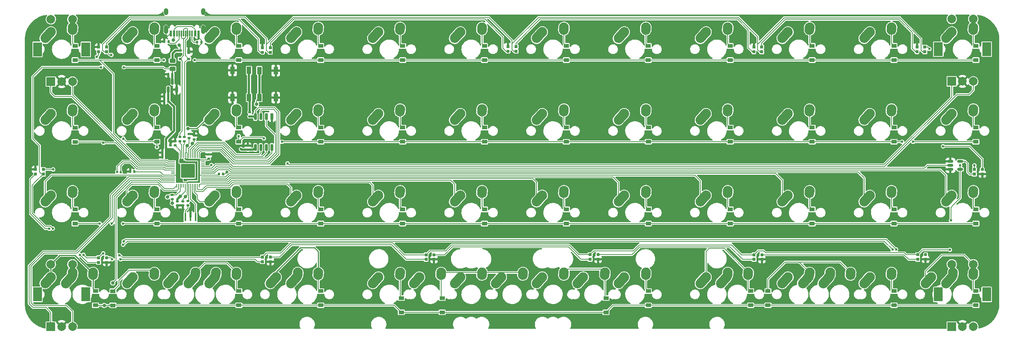
<source format=gbl>
%TF.GenerationSoftware,KiCad,Pcbnew,(6.0.7-1)-1*%
%TF.CreationDate,2022-12-13T16:34:22+02:00*%
%TF.ProjectId,Planck Drop In PCB,506c616e-636b-4204-9472-6f7020496e20,rev?*%
%TF.SameCoordinates,Original*%
%TF.FileFunction,Copper,L2,Bot*%
%TF.FilePolarity,Positive*%
%FSLAX46Y46*%
G04 Gerber Fmt 4.6, Leading zero omitted, Abs format (unit mm)*
G04 Created by KiCad (PCBNEW (6.0.7-1)-1) date 2022-12-13 16:34:22*
%MOMM*%
%LPD*%
G01*
G04 APERTURE LIST*
G04 Aperture macros list*
%AMRoundRect*
0 Rectangle with rounded corners*
0 $1 Rounding radius*
0 $2 $3 $4 $5 $6 $7 $8 $9 X,Y pos of 4 corners*
0 Add a 4 corners polygon primitive as box body*
4,1,4,$2,$3,$4,$5,$6,$7,$8,$9,$2,$3,0*
0 Add four circle primitives for the rounded corners*
1,1,$1+$1,$2,$3*
1,1,$1+$1,$4,$5*
1,1,$1+$1,$6,$7*
1,1,$1+$1,$8,$9*
0 Add four rect primitives between the rounded corners*
20,1,$1+$1,$2,$3,$4,$5,0*
20,1,$1+$1,$4,$5,$6,$7,0*
20,1,$1+$1,$6,$7,$8,$9,0*
20,1,$1+$1,$8,$9,$2,$3,0*%
%AMHorizOval*
0 Thick line with rounded ends*
0 $1 width*
0 $2 $3 position (X,Y) of the first rounded end (center of the circle)*
0 $4 $5 position (X,Y) of the second rounded end (center of the circle)*
0 Add line between two ends*
20,1,$1,$2,$3,$4,$5,0*
0 Add two circle primitives to create the rounded ends*
1,1,$1,$2,$3*
1,1,$1,$4,$5*%
G04 Aperture macros list end*
%TA.AperFunction,ComponentPad*%
%ADD10C,2.250000*%
%TD*%
%TA.AperFunction,ComponentPad*%
%ADD11HorizOval,2.250000X0.655001X0.730000X-0.655001X-0.730000X0*%
%TD*%
%TA.AperFunction,ComponentPad*%
%ADD12HorizOval,2.250000X0.020000X0.290000X-0.020000X-0.290000X0*%
%TD*%
%TA.AperFunction,ComponentPad*%
%ADD13HorizOval,2.250000X0.655008X0.729993X-0.655008X-0.729993X0*%
%TD*%
%TA.AperFunction,ComponentPad*%
%ADD14HorizOval,2.250000X0.020004X0.290000X-0.020004X-0.290000X0*%
%TD*%
%TA.AperFunction,ComponentPad*%
%ADD15R,2.000000X2.000000*%
%TD*%
%TA.AperFunction,ComponentPad*%
%ADD16C,2.000000*%
%TD*%
%TA.AperFunction,ComponentPad*%
%ADD17R,2.000000X3.200000*%
%TD*%
%TA.AperFunction,SMDPad,CuDef*%
%ADD18RoundRect,0.140000X0.140000X0.170000X-0.140000X0.170000X-0.140000X-0.170000X0.140000X-0.170000X0*%
%TD*%
%TA.AperFunction,SMDPad,CuDef*%
%ADD19R,1.200000X0.900000*%
%TD*%
%TA.AperFunction,SMDPad,CuDef*%
%ADD20RoundRect,0.175000X-0.175000X-0.175000X0.175000X-0.175000X0.175000X0.175000X-0.175000X0.175000X0*%
%TD*%
%TA.AperFunction,SMDPad,CuDef*%
%ADD21R,0.700000X0.700000*%
%TD*%
%TA.AperFunction,SMDPad,CuDef*%
%ADD22RoundRect,0.140000X0.170000X-0.140000X0.170000X0.140000X-0.170000X0.140000X-0.170000X-0.140000X0*%
%TD*%
%TA.AperFunction,SMDPad,CuDef*%
%ADD23RoundRect,0.175000X0.175000X0.175000X-0.175000X0.175000X-0.175000X-0.175000X0.175000X-0.175000X0*%
%TD*%
%TA.AperFunction,SMDPad,CuDef*%
%ADD24RoundRect,0.135000X-0.135000X-0.185000X0.135000X-0.185000X0.135000X0.185000X-0.135000X0.185000X0*%
%TD*%
%TA.AperFunction,SMDPad,CuDef*%
%ADD25RoundRect,0.140000X-0.140000X-0.170000X0.140000X-0.170000X0.140000X0.170000X-0.140000X0.170000X0*%
%TD*%
%TA.AperFunction,SMDPad,CuDef*%
%ADD26RoundRect,0.140000X-0.170000X0.140000X-0.170000X-0.140000X0.170000X-0.140000X0.170000X0.140000X0*%
%TD*%
%TA.AperFunction,SMDPad,CuDef*%
%ADD27RoundRect,0.135000X0.135000X0.185000X-0.135000X0.185000X-0.135000X-0.185000X0.135000X-0.185000X0*%
%TD*%
%TA.AperFunction,SMDPad,CuDef*%
%ADD28RoundRect,0.150000X-0.150000X0.650000X-0.150000X-0.650000X0.150000X-0.650000X0.150000X0.650000X0*%
%TD*%
%TA.AperFunction,SMDPad,CuDef*%
%ADD29R,0.700000X1.000000*%
%TD*%
%TA.AperFunction,SMDPad,CuDef*%
%ADD30R,0.700000X0.600000*%
%TD*%
%TA.AperFunction,SMDPad,CuDef*%
%ADD31RoundRect,0.135000X-0.185000X0.135000X-0.185000X-0.135000X0.185000X-0.135000X0.185000X0.135000X0*%
%TD*%
%TA.AperFunction,SMDPad,CuDef*%
%ADD32R,0.600000X1.450000*%
%TD*%
%TA.AperFunction,SMDPad,CuDef*%
%ADD33R,0.300000X1.450000*%
%TD*%
%TA.AperFunction,ComponentPad*%
%ADD34O,1.000000X1.600000*%
%TD*%
%TA.AperFunction,ComponentPad*%
%ADD35O,1.000000X2.100000*%
%TD*%
%TA.AperFunction,SMDPad,CuDef*%
%ADD36RoundRect,0.150000X0.150000X-0.587500X0.150000X0.587500X-0.150000X0.587500X-0.150000X-0.587500X0*%
%TD*%
%TA.AperFunction,SMDPad,CuDef*%
%ADD37RoundRect,0.135000X0.185000X-0.135000X0.185000X0.135000X-0.185000X0.135000X-0.185000X-0.135000X0*%
%TD*%
%TA.AperFunction,SMDPad,CuDef*%
%ADD38R,1.000000X1.700000*%
%TD*%
%TA.AperFunction,SMDPad,CuDef*%
%ADD39R,0.400000X1.900000*%
%TD*%
%TA.AperFunction,SMDPad,CuDef*%
%ADD40RoundRect,0.050000X0.387500X0.050000X-0.387500X0.050000X-0.387500X-0.050000X0.387500X-0.050000X0*%
%TD*%
%TA.AperFunction,SMDPad,CuDef*%
%ADD41RoundRect,0.050000X0.050000X0.387500X-0.050000X0.387500X-0.050000X-0.387500X0.050000X-0.387500X0*%
%TD*%
%TA.AperFunction,ComponentPad*%
%ADD42C,0.600000*%
%TD*%
%TA.AperFunction,SMDPad,CuDef*%
%ADD43RoundRect,0.144000X1.456000X1.456000X-1.456000X1.456000X-1.456000X-1.456000X1.456000X-1.456000X0*%
%TD*%
%TA.AperFunction,SMDPad,CuDef*%
%ADD44RoundRect,0.150000X-0.512500X-0.150000X0.512500X-0.150000X0.512500X0.150000X-0.512500X0.150000X0*%
%TD*%
%TA.AperFunction,SMDPad,CuDef*%
%ADD45RoundRect,0.243750X-0.456250X0.243750X-0.456250X-0.243750X0.456250X-0.243750X0.456250X0.243750X0*%
%TD*%
%TA.AperFunction,ViaPad*%
%ADD46C,0.800000*%
%TD*%
%TA.AperFunction,ViaPad*%
%ADD47C,0.600000*%
%TD*%
%TA.AperFunction,Conductor*%
%ADD48C,0.200000*%
%TD*%
%TA.AperFunction,Conductor*%
%ADD49C,0.500000*%
%TD*%
%TA.AperFunction,Conductor*%
%ADD50C,0.250000*%
%TD*%
G04 APERTURE END LIST*
D10*
%TO.P,MX36,1,COL*%
%TO.N,COL7*%
X175625075Y-60125027D03*
D11*
X174970076Y-60855027D03*
D10*
%TO.P,MX36,2,ROW*%
%TO.N,Net-(D29-Pad2)*%
X180665075Y-59045027D03*
D12*
X180645075Y-59335027D03*
%TD*%
D11*
%TO.P,2u,1,COL*%
%TO.N,COL6*%
X165470072Y-117855051D03*
D10*
X166125071Y-117125051D03*
%TO.P,2u,2,ROW*%
%TO.N,Net-(D28-Pad2)*%
X171165071Y-116045051D03*
D12*
X171145071Y-116335051D03*
%TD*%
D11*
%TO.P,1u,1,COL*%
%TO.N,COL1*%
X60970028Y-117855051D03*
D10*
X61625027Y-117125051D03*
D12*
%TO.P,1u,2,ROW*%
%TO.N,Net-(D8-Pad2)*%
X66645027Y-116335051D03*
D10*
X66665027Y-116045051D03*
%TD*%
D11*
%TO.P,MX49,1,COL*%
%TO.N,COL10*%
X231970100Y-60855027D03*
D10*
X232625099Y-60125027D03*
%TO.P,MX49,2,ROW*%
%TO.N,Net-(D41-Pad2)*%
X237665099Y-59045027D03*
D12*
X237645099Y-59335027D03*
%TD*%
D11*
%TO.P,MX42,1,COL*%
%TO.N,COL8*%
X193970084Y-79855035D03*
D10*
X194625083Y-79125035D03*
D12*
%TO.P,MX42,2,ROW*%
%TO.N,Net-(D34-Pad2)*%
X199645083Y-78335035D03*
D10*
X199665083Y-78045035D03*
%TD*%
D11*
%TO.P,1u,1,COL*%
%TO.N,COL10*%
X231970100Y-117855051D03*
D10*
X232625099Y-117125051D03*
%TO.P,1u,2,ROW*%
%TO.N,Net-(D44-Pad2)*%
X237665099Y-116045051D03*
D12*
X237645099Y-116335051D03*
%TD*%
D11*
%TO.P,1u,1,COL*%
%TO.N,COL5*%
X146470064Y-117855051D03*
D10*
X147125063Y-117125051D03*
D12*
%TO.P,1u,2,ROW*%
%TO.N,Net-(D24-Pad2)*%
X152145063Y-116335051D03*
D10*
X152165063Y-116045051D03*
%TD*%
%TO.P,MX21,1,COL*%
%TO.N,COL4*%
X118625051Y-79125035D03*
D11*
X117970052Y-79855035D03*
D12*
%TO.P,MX21,2,ROW*%
%TO.N,Net-(D18-Pad2)*%
X123645051Y-78335035D03*
D10*
X123665051Y-78045035D03*
%TD*%
D13*
%TO.P,1u,1,COL*%
%TO.N,COL9*%
X222470103Y-117855058D03*
D10*
X223125095Y-117125051D03*
D14*
%TO.P,1u,2,ROW*%
%TO.N,Net-(D40-Pad2)*%
X228145099Y-116335051D03*
D10*
X228165095Y-116045051D03*
%TD*%
D13*
%TO.P,1u,1,COL*%
%TO.N,Net-(D4-Pad2)*%
X41970027Y-117855058D03*
D10*
X42625019Y-117125051D03*
%TO.P,1u,2,ROW*%
%TO.N,COL0*%
X47665019Y-116045051D03*
D14*
X47645023Y-116335051D03*
%TD*%
D11*
%TO.P,1.5u,1,COL*%
%TO.N,COL8*%
X198720086Y-117855051D03*
D10*
X199375085Y-117125051D03*
D12*
%TO.P,1.5u,2,ROW*%
%TO.N,Net-(D36-Pad2)*%
X204395085Y-116335051D03*
D10*
X204415085Y-116045051D03*
%TD*%
D11*
%TO.P,1u,1,COL*%
%TO.N,COL6*%
X155970068Y-117855051D03*
D10*
X156625067Y-117125051D03*
%TO.P,1u,2,ROW*%
%TO.N,Net-(D28-Pad2)*%
X161665067Y-116045051D03*
D12*
X161645067Y-116335051D03*
%TD*%
D10*
%TO.P,MX32,1,COL*%
%TO.N,COL6*%
X156625067Y-79125035D03*
D11*
X155970068Y-79855035D03*
D12*
%TO.P,MX32,2,ROW*%
%TO.N,Net-(D26-Pad2)*%
X161645067Y-78335035D03*
D10*
X161665067Y-78045035D03*
%TD*%
%TO.P,1.5u,1,COL*%
%TO.N,Net-(D16-Pad2)*%
X94875041Y-117125051D03*
D13*
X94220049Y-117855058D03*
D14*
%TO.P,1.5u,2,ROW*%
%TO.N,COL3*%
X99895045Y-116335051D03*
D10*
X99915041Y-116045051D03*
%TD*%
%TO.P,MX38,1,COL*%
%TO.N,COL7*%
X175625075Y-98125043D03*
D11*
X174970076Y-98855043D03*
D12*
%TO.P,MX38,2,ROW*%
%TO.N,Net-(D31-Pad2)*%
X180645075Y-97335043D03*
D10*
X180665075Y-97045043D03*
%TD*%
D11*
%TO.P,1.5u,1,COL*%
%TO.N,COL0*%
X46720022Y-117855051D03*
D10*
X47375021Y-117125051D03*
D12*
%TO.P,1.5u,2,ROW*%
%TO.N,Net-(D4-Pad2)*%
X52395021Y-116335051D03*
D10*
X52415021Y-116045051D03*
%TD*%
D11*
%TO.P,MX2,1,COL*%
%TO.N,COL0*%
X41970020Y-79855027D03*
D10*
X42625019Y-79125027D03*
D12*
%TO.P,MX2,2,ROW*%
%TO.N,Net-(D2-Pad2)*%
X47645019Y-78335027D03*
D10*
X47665019Y-78045027D03*
%TD*%
%TO.P,MX7,1,COL*%
%TO.N,COL1*%
X61625027Y-79125035D03*
D11*
X60970028Y-79855035D03*
D12*
%TO.P,MX7,2,ROW*%
%TO.N,Net-(D6-Pad2)*%
X66645027Y-78335035D03*
D10*
X66665027Y-78045035D03*
%TD*%
D11*
%TO.P,1u,1,COL*%
%TO.N,COL9*%
X212970092Y-117855051D03*
D10*
X213625091Y-117125051D03*
%TO.P,1u,2,ROW*%
%TO.N,Net-(D40-Pad2)*%
X218665091Y-116045051D03*
D12*
X218645091Y-116335051D03*
%TD*%
D11*
%TO.P,MX43,1,COL*%
%TO.N,COL8*%
X193970084Y-98855043D03*
D10*
X194625083Y-98125043D03*
D12*
%TO.P,MX43,2,ROW*%
%TO.N,Net-(D35-Pad2)*%
X199645083Y-97335043D03*
D10*
X199665083Y-97045043D03*
%TD*%
D15*
%TO.P,SW4,A,A*%
%TO.N,rot4a*%
X251625107Y-128633333D03*
D16*
%TO.P,SW4,B,B*%
%TO.N,rot4b*%
X256625107Y-128633333D03*
%TO.P,SW4,C,C*%
%TO.N,GND*%
X254125107Y-128633333D03*
D17*
%TO.P,SW4,MP*%
%TO.N,N/C*%
X248525107Y-121133333D03*
X259725107Y-121133333D03*
D16*
%TO.P,SW4,S1,S1*%
%TO.N,Net-(D48-Pad2)*%
X256625107Y-114133333D03*
%TO.P,SW4,S2,S2*%
%TO.N,COL11*%
X251625107Y-114133333D03*
%TD*%
D10*
%TO.P,MX3,1,COL*%
%TO.N,COL0*%
X42625019Y-98125043D03*
D11*
X41970020Y-98855043D03*
D10*
%TO.P,MX3,2,ROW*%
%TO.N,Net-(D3-Pad2)*%
X47665019Y-97045043D03*
D12*
X47645019Y-97335043D03*
%TD*%
D10*
%TO.P,1u,1,COL*%
%TO.N,COL2*%
X71125031Y-117125051D03*
D13*
X70470039Y-117855058D03*
D14*
%TO.P,1u,2,ROW*%
%TO.N,Net-(D12-Pad2)*%
X76145035Y-116335051D03*
D10*
X76165031Y-116045051D03*
%TD*%
D15*
%TO.P,SW1,A,A*%
%TO.N,rot1a*%
X42625019Y-71658333D03*
D16*
%TO.P,SW1,B,B*%
%TO.N,rot1b*%
X47625019Y-71658333D03*
%TO.P,SW1,C,C*%
%TO.N,GND*%
X45125019Y-71658333D03*
D17*
%TO.P,SW1,MP*%
%TO.N,N/C*%
X39525019Y-64158333D03*
X50725019Y-64158333D03*
D16*
%TO.P,SW1,S1,S1*%
%TO.N,Net-(D1-Pad2)*%
X47625019Y-57158333D03*
%TO.P,SW1,S2,S2*%
%TO.N,COL0*%
X42625019Y-57158333D03*
%TD*%
D10*
%TO.P,MX13,1,COL*%
%TO.N,COL2*%
X80625035Y-79125035D03*
D11*
X79970036Y-79855035D03*
D10*
%TO.P,MX13,2,ROW*%
%TO.N,Net-(D10-Pad2)*%
X85665035Y-78045035D03*
D12*
X85645035Y-78335035D03*
%TD*%
D11*
%TO.P,MX16,1,COL*%
%TO.N,COL3*%
X98970044Y-60855027D03*
D10*
X99625043Y-60125027D03*
D12*
%TO.P,MX16,2,ROW*%
%TO.N,Net-(D13-Pad2)*%
X104645043Y-59335027D03*
D10*
X104665043Y-59045027D03*
%TD*%
%TO.P,1.5u,1,COL*%
%TO.N,Net-(D12-Pad2)*%
X75875033Y-117125051D03*
D13*
X75220041Y-117855058D03*
D10*
%TO.P,1.5u,2,ROW*%
%TO.N,COL2*%
X80915033Y-116045051D03*
D14*
X80895037Y-116335051D03*
%TD*%
D10*
%TO.P,MX24,1,COL*%
%TO.N,COL4*%
X117315051Y-118585051D03*
%TO.P,MX24,2,ROW*%
%TO.N,Net-(D20-Pad2)*%
X123665051Y-116045051D03*
%TD*%
%TO.P,MX37,1,COL*%
%TO.N,COL7*%
X175625075Y-79125035D03*
D11*
X174970076Y-79855035D03*
D12*
%TO.P,MX37,2,ROW*%
%TO.N,Net-(D30-Pad2)*%
X180645075Y-78335035D03*
D10*
X180665075Y-78045035D03*
%TD*%
D11*
%TO.P,MX6,1,COL*%
%TO.N,COL1*%
X60970028Y-60855027D03*
D10*
X61625027Y-60125027D03*
D12*
%TO.P,MX6,2,ROW*%
%TO.N,Net-(D5-Pad2)*%
X66645027Y-59335027D03*
D10*
X66665027Y-59045027D03*
%TD*%
D11*
%TO.P,MX22,1,COL*%
%TO.N,COL4*%
X117970052Y-98855043D03*
D10*
X118625051Y-98125043D03*
%TO.P,MX22,2,ROW*%
%TO.N,Net-(D19-Pad2)*%
X123665051Y-97045043D03*
D12*
X123645051Y-97335043D03*
%TD*%
D10*
%TO.P,1u,1,COL*%
%TO.N,COL3*%
X99625043Y-117125051D03*
D11*
X98970044Y-117855051D03*
D12*
%TO.P,1u,2,ROW*%
%TO.N,Net-(D16-Pad2)*%
X104645043Y-116335051D03*
D10*
X104665043Y-116045051D03*
%TD*%
%TO.P,MX31,1,COL*%
%TO.N,COL6*%
X156625067Y-60125027D03*
D11*
X155970068Y-60855027D03*
D10*
%TO.P,MX31,2,ROW*%
%TO.N,Net-(D25-Pad2)*%
X161665067Y-59045027D03*
D12*
X161645067Y-59335027D03*
%TD*%
D10*
%TO.P,MX25,1,COL*%
%TO.N,COL5*%
X137625059Y-60125027D03*
D11*
X136970060Y-60855027D03*
D12*
%TO.P,MX25,2,ROW*%
%TO.N,Net-(D21-Pad2)*%
X142645059Y-59335027D03*
D10*
X142665059Y-59045027D03*
%TD*%
D11*
%TO.P,MX17,1,COL*%
%TO.N,COL3*%
X98970044Y-79855035D03*
D10*
X99625043Y-79125035D03*
%TO.P,MX17,2,ROW*%
%TO.N,Net-(D14-Pad2)*%
X104665043Y-78045035D03*
D12*
X104645043Y-78335035D03*
%TD*%
D10*
%TO.P,MX45,1,COL*%
%TO.N,COL9*%
X213625091Y-60125027D03*
D11*
X212970092Y-60855027D03*
D12*
%TO.P,MX45,2,ROW*%
%TO.N,Net-(D37-Pad2)*%
X218645091Y-59335027D03*
D10*
X218665091Y-59045027D03*
%TD*%
D11*
%TO.P,1u,1,COL*%
%TO.N,COL5*%
X136970060Y-117855051D03*
D10*
X137625059Y-117125051D03*
%TO.P,1u,2,ROW*%
%TO.N,Net-(D24-Pad2)*%
X142665059Y-116045051D03*
D12*
X142645059Y-116335051D03*
%TD*%
D15*
%TO.P,SW3,A,A*%
%TO.N,rot3a*%
X251625107Y-71608333D03*
D16*
%TO.P,SW3,B,B*%
%TO.N,rot3b*%
X256625107Y-71608333D03*
%TO.P,SW3,C,C*%
%TO.N,GND*%
X254125107Y-71608333D03*
D17*
%TO.P,SW3,MP*%
%TO.N,N/C*%
X259725107Y-64108333D03*
X248525107Y-64108333D03*
D16*
%TO.P,SW3,S1,S1*%
%TO.N,Net-(D45-Pad2)*%
X256625107Y-57108333D03*
%TO.P,SW3,S2,S2*%
%TO.N,COL11*%
X251625107Y-57108333D03*
%TD*%
D11*
%TO.P,1u,1,COL*%
%TO.N,COL2*%
X79970036Y-117855051D03*
D10*
X80625035Y-117125051D03*
D12*
%TO.P,1u,2,ROW*%
%TO.N,Net-(D12-Pad2)*%
X85645035Y-116335051D03*
D10*
X85665035Y-116045051D03*
%TD*%
%TO.P,1.5u,1,COL*%
%TO.N,Net-(D40-Pad2)*%
X218375093Y-117125051D03*
D13*
X217720101Y-117855058D03*
D10*
%TO.P,1.5u,2,ROW*%
%TO.N,COL9*%
X223415093Y-116045051D03*
D14*
X223395097Y-116335051D03*
%TD*%
D11*
%TO.P,1.5u,1,COL*%
%TO.N,Net-(D48-Pad2)*%
X246220106Y-117855051D03*
D10*
X246875105Y-117125051D03*
D12*
%TO.P,1.5u,2,ROW*%
%TO.N,COL11*%
X251895105Y-116335051D03*
D10*
X251915105Y-116045051D03*
%TD*%
D11*
%TO.P,1u/3u,1,COL*%
%TO.N,COL7*%
X174970076Y-117855051D03*
D10*
X175625075Y-117125051D03*
%TO.P,1u/3u,2,ROW*%
%TO.N,Net-(D32-Pad2)*%
X180665075Y-116045051D03*
D12*
X180645075Y-116335051D03*
%TD*%
D10*
%TO.P,MX40,1,COL*%
%TO.N,COL7*%
X174315075Y-118585051D03*
%TO.P,MX40,2,ROW*%
%TO.N,Net-(D32-Pad2)*%
X180665075Y-116045051D03*
%TD*%
D13*
%TO.P,1u,1,COL*%
%TO.N,Net-(D36-Pad2)*%
X193970091Y-117855058D03*
D10*
X194625083Y-117125051D03*
%TO.P,1u,2,ROW*%
%TO.N,COL8*%
X199665083Y-116045051D03*
D14*
X199645087Y-116335051D03*
%TD*%
D10*
%TO.P,MX14,1,COL*%
%TO.N,COL2*%
X80625035Y-98125043D03*
D11*
X79970036Y-98855043D03*
D10*
%TO.P,MX14,2,ROW*%
%TO.N,Net-(D11-Pad2)*%
X85665035Y-97045043D03*
D12*
X85645035Y-97335043D03*
%TD*%
D11*
%TO.P,MX51,1,COL*%
%TO.N,COL10*%
X231970100Y-98855043D03*
D10*
X232625099Y-98125043D03*
%TO.P,MX51,2,ROW*%
%TO.N,Net-(D43-Pad2)*%
X237665099Y-97045043D03*
D12*
X237645099Y-97335043D03*
%TD*%
D11*
%TO.P,MX57,1,COL*%
%TO.N,COL11*%
X250970108Y-98855043D03*
D10*
X251625107Y-98125043D03*
%TO.P,MX57,2,ROW*%
%TO.N,Net-(D47-Pad2)*%
X256665107Y-97045043D03*
D12*
X256645107Y-97335043D03*
%TD*%
D10*
%TO.P,MX27,1,COL*%
%TO.N,COL5*%
X137625059Y-98125043D03*
D11*
X136970060Y-98855043D03*
D10*
%TO.P,MX27,2,ROW*%
%TO.N,Net-(D23-Pad2)*%
X142665059Y-97045043D03*
D12*
X142645059Y-97335043D03*
%TD*%
D10*
%TO.P,MX8,1,COL*%
%TO.N,COL1*%
X61625027Y-98125043D03*
D11*
X60970028Y-98855043D03*
D12*
%TO.P,MX8,2,ROW*%
%TO.N,Net-(D7-Pad2)*%
X66645027Y-97335043D03*
D10*
X66665027Y-97045043D03*
%TD*%
D11*
%TO.P,MX56,1,COL*%
%TO.N,COL11*%
X250970108Y-79855035D03*
D10*
X251625107Y-79125035D03*
D12*
%TO.P,MX56,2,ROW*%
%TO.N,Net-(D46-Pad2)*%
X256645107Y-78335035D03*
D10*
X256665107Y-78045035D03*
%TD*%
%TO.P,MX46,1,COL*%
%TO.N,COL9*%
X213625091Y-79125035D03*
D11*
X212970092Y-79855035D03*
D10*
%TO.P,MX46,2,ROW*%
%TO.N,Net-(D38-Pad2)*%
X218665091Y-78045035D03*
D12*
X218645091Y-78335035D03*
%TD*%
D10*
%TO.P,MX18,1,COL*%
%TO.N,COL3*%
X99625043Y-98125043D03*
D11*
X98970044Y-98855043D03*
D12*
%TO.P,MX18,2,ROW*%
%TO.N,Net-(D15-Pad2)*%
X104645043Y-97335043D03*
D10*
X104665043Y-97045043D03*
%TD*%
%TO.P,MX41,1,COL*%
%TO.N,COL8*%
X194625083Y-60125027D03*
D11*
X193970084Y-60855027D03*
D10*
%TO.P,MX41,2,ROW*%
%TO.N,Net-(D33-Pad2)*%
X199665083Y-59045027D03*
D12*
X199645083Y-59335027D03*
%TD*%
D10*
%TO.P,1u,1,COL*%
%TO.N,COL11*%
X251625107Y-117125051D03*
D11*
X250970108Y-117855051D03*
D10*
%TO.P,1u,2,ROW*%
%TO.N,Net-(D48-Pad2)*%
X256665107Y-116045051D03*
D12*
X256645107Y-116335051D03*
%TD*%
D10*
%TO.P,MX12,1,COL*%
%TO.N,COL2*%
X80625035Y-60125027D03*
D11*
X79970036Y-60855027D03*
D10*
%TO.P,MX12,2,ROW*%
%TO.N,Net-(D9-Pad2)*%
X85665035Y-59045027D03*
D12*
X85645035Y-59335027D03*
%TD*%
D10*
%TO.P,MX47,1,COL*%
%TO.N,COL9*%
X213625091Y-98125043D03*
D11*
X212970092Y-98855043D03*
D12*
%TO.P,MX47,2,ROW*%
%TO.N,Net-(D39-Pad2)*%
X218645091Y-97335043D03*
D10*
X218665091Y-97045043D03*
%TD*%
D15*
%TO.P,SW2,A,A*%
%TO.N,rot2a*%
X42625019Y-128633333D03*
D16*
%TO.P,SW2,B,B*%
%TO.N,rot2b*%
X47625019Y-128633333D03*
%TO.P,SW2,C,C*%
%TO.N,GND*%
X45125019Y-128633333D03*
D17*
%TO.P,SW2,MP*%
%TO.N,N/C*%
X39525019Y-121133333D03*
X50725019Y-121133333D03*
D16*
%TO.P,SW2,S1,S1*%
%TO.N,COL0*%
X47625019Y-114133333D03*
%TO.P,SW2,S2,S2*%
%TO.N,Net-(D4-Pad2)*%
X42625019Y-114133333D03*
%TD*%
D11*
%TO.P,MX55,1,COL*%
%TO.N,COL11*%
X250970108Y-60855027D03*
D10*
X251625107Y-60125027D03*
D12*
%TO.P,MX55,2,ROW*%
%TO.N,Net-(D45-Pad2)*%
X256645107Y-59335027D03*
D10*
X256665107Y-59045027D03*
%TD*%
%TO.P,MX26,1,COL*%
%TO.N,COL5*%
X137625059Y-79125035D03*
D11*
X136970060Y-79855035D03*
D10*
%TO.P,MX26,2,ROW*%
%TO.N,Net-(D22-Pad2)*%
X142665059Y-78045035D03*
D12*
X142645059Y-78335035D03*
%TD*%
D11*
%TO.P,MX20,1,COL*%
%TO.N,COL4*%
X117970052Y-60855027D03*
D10*
X118625051Y-60125027D03*
%TO.P,MX20,2,ROW*%
%TO.N,Net-(D17-Pad2)*%
X123665051Y-59045027D03*
D12*
X123645051Y-59335027D03*
%TD*%
D10*
%TO.P,1u/3u,1,COL*%
%TO.N,COL4*%
X118625051Y-117125051D03*
D11*
X117970052Y-117855051D03*
D12*
%TO.P,1u/3u,2,ROW*%
%TO.N,Net-(D20-Pad2)*%
X123645051Y-116335051D03*
D10*
X123665051Y-116045051D03*
%TD*%
D11*
%TO.P,2u,1,COL*%
%TO.N,COL5*%
X127470056Y-117855051D03*
D10*
X128125055Y-117125051D03*
%TO.P,2u,2,ROW*%
%TO.N,Net-(D24-Pad2)*%
X133165055Y-116045051D03*
D12*
X133145055Y-116335051D03*
%TD*%
D11*
%TO.P,MX50,1,COL*%
%TO.N,COL10*%
X231970100Y-79855035D03*
D10*
X232625099Y-79125035D03*
%TO.P,MX50,2,ROW*%
%TO.N,Net-(D42-Pad2)*%
X237665099Y-78045035D03*
D12*
X237645099Y-78335035D03*
%TD*%
D11*
%TO.P,MX33,1,COL*%
%TO.N,COL6*%
X155970068Y-98855043D03*
D10*
X156625067Y-98125043D03*
%TO.P,MX33,2,ROW*%
%TO.N,Net-(D27-Pad2)*%
X161665067Y-97045043D03*
D12*
X161645067Y-97335043D03*
%TD*%
D10*
%TO.P,MX1,1,COL*%
%TO.N,COL0*%
X42625019Y-60125027D03*
D11*
X41970020Y-60855027D03*
D12*
%TO.P,MX1,2,ROW*%
%TO.N,Net-(D1-Pad2)*%
X47645019Y-59335027D03*
D10*
X47665019Y-59045027D03*
%TD*%
D18*
%TO.P,C2,1*%
%TO.N,+3V3*%
X69870000Y-75110000D03*
%TO.P,C2,2*%
%TO.N,GND*%
X68910000Y-75110000D03*
%TD*%
D19*
%TO.P,D43,1,K*%
%TO.N,ROW2*%
X238220000Y-104660000D03*
%TO.P,D43,2,A*%
%TO.N,Net-(D43-Pad2)*%
X238220000Y-101360000D03*
%TD*%
%TO.P,D9,1,K*%
%TO.N,ROW0*%
X86220000Y-66660000D03*
%TO.P,D9,2,A*%
%TO.N,Net-(D9-Pad2)*%
X86220000Y-63360000D03*
%TD*%
%TO.P,D33,1,K*%
%TO.N,ROW0*%
X200220000Y-66660000D03*
%TO.P,D33,2,A*%
%TO.N,Net-(D33-Pad2)*%
X200220000Y-63360000D03*
%TD*%
%TO.P,D21,1,K*%
%TO.N,ROW0*%
X143220000Y-66660000D03*
%TO.P,D21,2,A*%
%TO.N,Net-(D21-Pad2)*%
X143220000Y-63360000D03*
%TD*%
D20*
%TO.P,D56,1,DOUT*%
%TO.N,Net-(D56-Pad1)*%
X55535000Y-112600000D03*
D21*
%TO.P,D56,2,VSS*%
%TO.N,GND*%
X55535000Y-113700000D03*
%TO.P,D56,3,DIN*%
%TO.N,Net-(D55-Pad1)*%
X53705000Y-113700000D03*
%TO.P,D56,4,VDD*%
%TO.N,+5V*%
X53705000Y-112600000D03*
%TD*%
D22*
%TO.P,C6,1*%
%TO.N,+1V1*%
X75840000Y-85110000D03*
%TO.P,C6,2*%
%TO.N,GND*%
X75840000Y-84150000D03*
%TD*%
D18*
%TO.P,C10,1*%
%TO.N,+3V3*%
X69430000Y-88190000D03*
%TO.P,C10,2*%
%TO.N,GND*%
X68470000Y-88190000D03*
%TD*%
D23*
%TO.P,D50,1,DOUT*%
%TO.N,Net-(D50-Pad1)*%
X243575000Y-64730000D03*
D21*
%TO.P,D50,2,VSS*%
%TO.N,GND*%
X243575000Y-63630000D03*
%TO.P,D50,3,DIN*%
%TO.N,Net-(D49-Pad1)*%
X245405000Y-63630000D03*
%TO.P,D50,4,VDD*%
%TO.N,+5V*%
X245405000Y-64730000D03*
%TD*%
D19*
%TO.P,D24,1,K*%
%TO.N,ROW3*%
X133410000Y-125300000D03*
%TO.P,D24,2,A*%
%TO.N,Net-(D24-Pad2)*%
X133410000Y-122000000D03*
%TD*%
D24*
%TO.P,R2,1*%
%TO.N,Net-(R2-Pad1)*%
X76510000Y-62530000D03*
%TO.P,R2,2*%
%TO.N,GND*%
X77530000Y-62530000D03*
%TD*%
D19*
%TO.P,D7,1,K*%
%TO.N,ROW2*%
X67220000Y-104660000D03*
%TO.P,D7,2,A*%
%TO.N,Net-(D7-Pad2)*%
X67220000Y-101360000D03*
%TD*%
D22*
%TO.P,C7,1*%
%TO.N,+3V3*%
X79230000Y-89580000D03*
%TO.P,C7,2*%
%TO.N,GND*%
X79230000Y-88620000D03*
%TD*%
D25*
%TO.P,C11,1*%
%TO.N,+3V3*%
X81590000Y-93160000D03*
%TO.P,C11,2*%
%TO.N,GND*%
X82550000Y-93160000D03*
%TD*%
D23*
%TO.P,D54,1,DOUT*%
%TO.N,Net-(D54-Pad1)*%
X53695000Y-64740000D03*
D21*
%TO.P,D54,2,VSS*%
%TO.N,GND*%
X53695000Y-63640000D03*
%TO.P,D54,3,DIN*%
%TO.N,Net-(D53-Pad1)*%
X55525000Y-63640000D03*
%TO.P,D54,4,VDD*%
%TO.N,+5V*%
X55525000Y-64740000D03*
%TD*%
D19*
%TO.P,D32,1,K*%
%TO.N,ROW3*%
X181230000Y-123670000D03*
%TO.P,D32,2,A*%
%TO.N,Net-(D32-Pad2)*%
X181230000Y-120370000D03*
%TD*%
D26*
%TO.P,C12,1*%
%TO.N,+3V3*%
X73210000Y-99490000D03*
%TO.P,C12,2*%
%TO.N,GND*%
X73210000Y-100450000D03*
%TD*%
D27*
%TO.P,R1,1*%
%TO.N,Net-(R1-Pad1)*%
X69930000Y-62360000D03*
%TO.P,R1,2*%
%TO.N,GND*%
X68910000Y-62360000D03*
%TD*%
D28*
%TO.P,U4,1,~{CS}*%
%TO.N,CS*%
X90055000Y-79770000D03*
%TO.P,U4,2,DO(IO1)*%
%TO.N,SD1*%
X91325000Y-79770000D03*
%TO.P,U4,3,IO2*%
%TO.N,SD2*%
X92595000Y-79770000D03*
%TO.P,U4,4,GND*%
%TO.N,GND*%
X93865000Y-79770000D03*
%TO.P,U4,5,DI(IO0)*%
%TO.N,SD0*%
X93865000Y-86970000D03*
%TO.P,U4,6,CLK*%
%TO.N,QSPI_CLK*%
X92595000Y-86970000D03*
%TO.P,U4,7,IO3*%
%TO.N,SD3*%
X91325000Y-86970000D03*
%TO.P,U4,8,VCC*%
%TO.N,+3V3*%
X90055000Y-86970000D03*
%TD*%
D19*
%TO.P,D29,1,K*%
%TO.N,ROW0*%
X181220000Y-66660000D03*
%TO.P,D29,2,A*%
%TO.N,Net-(D29-Pad2)*%
X181220000Y-63360000D03*
%TD*%
%TO.P,D25,1,K*%
%TO.N,ROW0*%
X162220000Y-66660000D03*
%TO.P,D25,2,A*%
%TO.N,Net-(D25-Pad2)*%
X162220000Y-63360000D03*
%TD*%
D18*
%TO.P,C_LDO2,1*%
%TO.N,+3V3*%
X69870000Y-76190000D03*
%TO.P,C_LDO2,2*%
%TO.N,GND*%
X68910000Y-76190000D03*
%TD*%
D20*
%TO.P,D61,1,DOUT*%
%TO.N,unconnected-(D61-Pad1)*%
X245565000Y-111880000D03*
D21*
%TO.P,D61,2,VSS*%
%TO.N,GND*%
X245565000Y-112980000D03*
%TO.P,D61,3,DIN*%
%TO.N,Net-(D60-Pad1)*%
X243735000Y-112980000D03*
%TO.P,D61,4,VDD*%
%TO.N,+5V*%
X243735000Y-111880000D03*
%TD*%
D18*
%TO.P,C5,1*%
%TO.N,+3V3*%
X69430000Y-89270000D03*
%TO.P,C5,2*%
%TO.N,GND*%
X68470000Y-89270000D03*
%TD*%
D19*
%TO.P,D44,1,K*%
%TO.N,ROW3*%
X238230000Y-123660000D03*
%TO.P,D44,2,A*%
%TO.N,Net-(D44-Pad2)*%
X238230000Y-120360000D03*
%TD*%
%TO.P,D42,1,K*%
%TO.N,ROW1*%
X238230000Y-85660000D03*
%TO.P,D42,2,A*%
%TO.N,Net-(D42-Pad2)*%
X238230000Y-82360000D03*
%TD*%
D22*
%TO.P,C9,1*%
%TO.N,+3V3*%
X88330000Y-87480000D03*
%TO.P,C9,2*%
%TO.N,GND*%
X88330000Y-86520000D03*
%TD*%
D19*
%TO.P,D27,1,K*%
%TO.N,ROW2*%
X162230000Y-104670000D03*
%TO.P,D27,2,A*%
%TO.N,Net-(D27-Pad2)*%
X162230000Y-101370000D03*
%TD*%
D20*
%TO.P,D58,1,DOUT*%
%TO.N,Net-(D58-Pad1)*%
X131505000Y-111910000D03*
D21*
%TO.P,D58,2,VSS*%
%TO.N,GND*%
X131505000Y-113010000D03*
%TO.P,D58,3,DIN*%
%TO.N,Net-(D57-Pad1)*%
X129675000Y-113010000D03*
%TO.P,D58,4,VDD*%
%TO.N,+5V*%
X129675000Y-111910000D03*
%TD*%
D19*
%TO.P,D34,1,K*%
%TO.N,ROW1*%
X200220000Y-85660000D03*
%TO.P,D34,2,A*%
%TO.N,Net-(D34-Pad2)*%
X200220000Y-82360000D03*
%TD*%
D29*
%TO.P,U2,1,GND*%
%TO.N,GND*%
X74630000Y-64670000D03*
D30*
%TO.P,U2,2,IO1*%
%TO.N,D+*%
X74630000Y-66370000D03*
%TO.P,U2,3,IO2*%
%TO.N,D-*%
X72630000Y-66370000D03*
%TO.P,U2,4,VCC*%
%TO.N,VCC*%
X72630000Y-64470000D03*
%TD*%
D31*
%TO.P,R5,1*%
%TO.N,D-*%
X72520000Y-84557500D03*
%TO.P,R5,2*%
%TO.N,Net-(R5-Pad2)*%
X72520000Y-85577500D03*
%TD*%
D19*
%TO.P,D10,1,K*%
%TO.N,ROW1*%
X86220000Y-85660000D03*
%TO.P,D10,2,A*%
%TO.N,Net-(D10-Pad2)*%
X86220000Y-82360000D03*
%TD*%
%TO.P,D41,1,K*%
%TO.N,ROW0*%
X238230000Y-66660000D03*
%TO.P,D41,2,A*%
%TO.N,Net-(D41-Pad2)*%
X238230000Y-63360000D03*
%TD*%
D32*
%TO.P,USB1,1,GND*%
%TO.N,GND*%
X70400031Y-60482500D03*
%TO.P,USB1,2,VBUS*%
%TO.N,VCC*%
X71175031Y-60482500D03*
D33*
%TO.P,USB1,3,SBU2*%
%TO.N,unconnected-(USB1-Pad3)*%
X71875031Y-60482500D03*
%TO.P,USB1,4,CC1*%
%TO.N,Net-(R1-Pad1)*%
X72375031Y-60482500D03*
%TO.P,USB1,5,DN2*%
%TO.N,D-*%
X72875031Y-60482500D03*
%TO.P,USB1,6,DP1*%
%TO.N,D+*%
X73375031Y-60482500D03*
%TO.P,USB1,7,DN1*%
%TO.N,D-*%
X73875031Y-60482500D03*
%TO.P,USB1,8,DP2*%
%TO.N,D+*%
X74375031Y-60482500D03*
%TO.P,USB1,9,SBU1*%
%TO.N,unconnected-(USB1-Pad9)*%
X74875031Y-60482500D03*
%TO.P,USB1,10,CC2*%
%TO.N,Net-(R2-Pad1)*%
X75375031Y-60482500D03*
D32*
%TO.P,USB1,11,VBUS*%
%TO.N,VCC*%
X76075031Y-60482500D03*
%TO.P,USB1,12,GND*%
%TO.N,GND*%
X76850031Y-60482500D03*
D34*
%TO.P,USB1,13,SHIELD*%
%TO.N,GNDREF*%
X69305031Y-55387500D03*
D35*
X77945031Y-59567500D03*
X69305031Y-59567500D03*
D34*
X77945031Y-55387500D03*
%TD*%
D23*
%TO.P,D51,1,DOUT*%
%TO.N,Net-(D51-Pad1)*%
X205705000Y-64730000D03*
D21*
%TO.P,D51,2,VSS*%
%TO.N,GND*%
X205705000Y-63630000D03*
%TO.P,D51,3,DIN*%
%TO.N,Net-(D50-Pad1)*%
X207535000Y-63630000D03*
%TO.P,D51,4,VDD*%
%TO.N,+5V*%
X207535000Y-64730000D03*
%TD*%
D31*
%TO.P,R4,1*%
%TO.N,D+*%
X73610000Y-84550000D03*
%TO.P,R4,2*%
%TO.N,Net-(R4-Pad2)*%
X73610000Y-85570000D03*
%TD*%
D36*
%TO.P,U1,1,GND*%
%TO.N,GND*%
X71770000Y-73507500D03*
%TO.P,U1,2,VO*%
%TO.N,+3V3*%
X69870000Y-73507500D03*
%TO.P,U1,3,VI*%
%TO.N,+5V*%
X70820000Y-71632500D03*
%TD*%
D19*
%TO.P,D4,1,K*%
%TO.N,ROW3*%
X52980000Y-123670000D03*
%TO.P,D4,2,A*%
%TO.N,Net-(D4-Pad2)*%
X52980000Y-120370000D03*
%TD*%
%TO.P,D20,1,K*%
%TO.N,ROW3*%
X123910000Y-125290000D03*
%TO.P,D20,2,A*%
%TO.N,Net-(D20-Pad2)*%
X123910000Y-121990000D03*
%TD*%
%TO.P,D1,1,K*%
%TO.N,ROW0*%
X48230000Y-66660000D03*
%TO.P,D1,2,A*%
%TO.N,Net-(D1-Pad2)*%
X48230000Y-63360000D03*
%TD*%
%TO.P,D46,1,K*%
%TO.N,ROW1*%
X257220000Y-85660000D03*
%TO.P,D46,2,A*%
%TO.N,Net-(D46-Pad2)*%
X257220000Y-82360000D03*
%TD*%
D37*
%TO.P,R3,1*%
%TO.N,+3V3*%
X70820000Y-99040000D03*
%TO.P,R3,2*%
%TO.N,RESET*%
X70820000Y-98020000D03*
%TD*%
D19*
%TO.P,D12,1,K*%
%TO.N,ROW3*%
X86230000Y-123660000D03*
%TO.P,D12,2,A*%
%TO.N,Net-(D12-Pad2)*%
X86230000Y-120360000D03*
%TD*%
D37*
%TO.P,R7,1*%
%TO.N,Net-(R7-Pad1)*%
X74410000Y-100470000D03*
%TO.P,R7,2*%
%TO.N,XTAL_OUT*%
X74410000Y-99450000D03*
%TD*%
D19*
%TO.P,D13,1,K*%
%TO.N,ROW0*%
X105220000Y-66660000D03*
%TO.P,D13,2,A*%
%TO.N,Net-(D13-Pad2)*%
X105220000Y-63360000D03*
%TD*%
%TO.P,D6,1,K*%
%TO.N,ROW1*%
X67220000Y-85660000D03*
%TO.P,D6,2,A*%
%TO.N,Net-(D6-Pad2)*%
X67220000Y-82360000D03*
%TD*%
D23*
%TO.P,D53,1,DOUT*%
%TO.N,Net-(D53-Pad1)*%
X91715000Y-64850000D03*
D21*
%TO.P,D53,2,VSS*%
%TO.N,GND*%
X91715000Y-63750000D03*
%TO.P,D53,3,DIN*%
%TO.N,Net-(D52-Pad1)*%
X93545000Y-63750000D03*
%TO.P,D53,4,VDD*%
%TO.N,+5V*%
X93545000Y-64850000D03*
%TD*%
D31*
%TO.P,R6,1*%
%TO.N,Net-(R6-Pad1)*%
X88770000Y-78740000D03*
%TO.P,R6,2*%
%TO.N,CS*%
X88770000Y-79760000D03*
%TD*%
D19*
%TO.P,D36,1,K*%
%TO.N,ROW3*%
X204980000Y-123660000D03*
%TO.P,D36,2,A*%
%TO.N,Net-(D36-Pad2)*%
X204980000Y-120360000D03*
%TD*%
%TO.P,D19,1,K*%
%TO.N,ROW2*%
X124220000Y-104660000D03*
%TO.P,D19,2,A*%
%TO.N,Net-(D19-Pad2)*%
X124220000Y-101360000D03*
%TD*%
%TO.P,D15,1,K*%
%TO.N,ROW2*%
X105220000Y-104670000D03*
%TO.P,D15,2,A*%
%TO.N,Net-(D15-Pad2)*%
X105220000Y-101370000D03*
%TD*%
%TO.P,D26,1,K*%
%TO.N,ROW1*%
X162220000Y-85660000D03*
%TO.P,D26,2,A*%
%TO.N,Net-(D26-Pad2)*%
X162220000Y-82360000D03*
%TD*%
D38*
%TO.P,SW6,1,1*%
%TO.N,RESET*%
X90990000Y-69080000D03*
X90990000Y-75380000D03*
%TO.P,SW6,2,2*%
%TO.N,GND*%
X94790000Y-69080000D03*
X94790000Y-75380000D03*
%TD*%
D19*
%TO.P,D22,1,K*%
%TO.N,ROW1*%
X143230000Y-85660000D03*
%TO.P,D22,2,A*%
%TO.N,Net-(D22-Pad2)*%
X143230000Y-82360000D03*
%TD*%
D22*
%TO.P,C4,1*%
%TO.N,+3V3*%
X70350000Y-87390000D03*
%TO.P,C4,2*%
%TO.N,GND*%
X70350000Y-86430000D03*
%TD*%
D23*
%TO.P,D52,1,DOUT*%
%TO.N,Net-(D52-Pad1)*%
X148715000Y-64620000D03*
D21*
%TO.P,D52,2,VSS*%
%TO.N,GND*%
X148715000Y-63520000D03*
%TO.P,D52,3,DIN*%
%TO.N,Net-(D51-Pad1)*%
X150545000Y-63520000D03*
%TO.P,D52,4,VDD*%
%TO.N,+5V*%
X150545000Y-64620000D03*
%TD*%
D20*
%TO.P,D59,1,DOUT*%
%TO.N,Net-(D59-Pad1)*%
X169565000Y-111890000D03*
D21*
%TO.P,D59,2,VSS*%
%TO.N,GND*%
X169565000Y-112990000D03*
%TO.P,D59,3,DIN*%
%TO.N,Net-(D58-Pad1)*%
X167735000Y-112990000D03*
%TO.P,D59,4,VDD*%
%TO.N,+5V*%
X167735000Y-111890000D03*
%TD*%
D19*
%TO.P,D28,1,K*%
%TO.N,ROW3*%
X171420000Y-125290000D03*
%TO.P,D28,2,A*%
%TO.N,Net-(D28-Pad2)*%
X171420000Y-121990000D03*
%TD*%
%TO.P,D38,1,K*%
%TO.N,ROW1*%
X219230000Y-85660000D03*
%TO.P,D38,2,A*%
%TO.N,Net-(D38-Pad2)*%
X219230000Y-82360000D03*
%TD*%
%TO.P,D30,1,K*%
%TO.N,ROW1*%
X181230000Y-85660000D03*
%TO.P,D30,2,A*%
%TO.N,Net-(D30-Pad2)*%
X181230000Y-82360000D03*
%TD*%
D18*
%TO.P,C8,1*%
%TO.N,+3V3*%
X61970000Y-92540000D03*
%TO.P,C8,2*%
%TO.N,GND*%
X61010000Y-92540000D03*
%TD*%
D19*
%TO.P,D2,1,K*%
%TO.N,ROW1*%
X48220000Y-85670000D03*
%TO.P,D2,2,A*%
%TO.N,Net-(D2-Pad2)*%
X48220000Y-82370000D03*
%TD*%
%TO.P,D18,1,K*%
%TO.N,ROW1*%
X124220000Y-85660000D03*
%TO.P,D18,2,A*%
%TO.N,Net-(D18-Pad2)*%
X124220000Y-82360000D03*
%TD*%
D39*
%TO.P,Y1,1,1*%
%TO.N,XTAL_IN*%
X76220000Y-103170000D03*
%TO.P,Y1,2,2*%
%TO.N,GND*%
X75020000Y-103170000D03*
%TO.P,Y1,3,3*%
%TO.N,Net-(R7-Pad1)*%
X73820000Y-103170000D03*
%TD*%
D19*
%TO.P,D14,1,K*%
%TO.N,ROW1*%
X105220000Y-85660000D03*
%TO.P,D14,2,A*%
%TO.N,Net-(D14-Pad2)*%
X105220000Y-82360000D03*
%TD*%
%TO.P,D35,1,K*%
%TO.N,ROW2*%
X200230000Y-104660000D03*
%TO.P,D35,2,A*%
%TO.N,Net-(D35-Pad2)*%
X200230000Y-101360000D03*
%TD*%
%TO.P,D3,1,K*%
%TO.N,ROW2*%
X48230000Y-104660000D03*
%TO.P,D3,2,A*%
%TO.N,Net-(D3-Pad2)*%
X48230000Y-101360000D03*
%TD*%
%TO.P,D8,1,K*%
%TO.N,ROW3*%
X57000000Y-123680000D03*
%TO.P,D8,2,A*%
%TO.N,Net-(D8-Pad2)*%
X57000000Y-120380000D03*
%TD*%
%TO.P,D48,1,K*%
%TO.N,ROW3*%
X257220000Y-123660000D03*
%TO.P,D48,2,A*%
%TO.N,Net-(D48-Pad2)*%
X257220000Y-120360000D03*
%TD*%
%TO.P,D17,1,K*%
%TO.N,ROW0*%
X124230000Y-66670000D03*
%TO.P,D17,2,A*%
%TO.N,Net-(D17-Pad2)*%
X124230000Y-63370000D03*
%TD*%
%TO.P,D11,1,K*%
%TO.N,ROW2*%
X86220000Y-104650000D03*
%TO.P,D11,2,A*%
%TO.N,Net-(D11-Pad2)*%
X86220000Y-101350000D03*
%TD*%
D22*
%TO.P,C13,1*%
%TO.N,+3V3*%
X74710000Y-84790000D03*
%TO.P,C13,2*%
%TO.N,GND*%
X74710000Y-83830000D03*
%TD*%
D40*
%TO.P,U3,1,IOVDD*%
%TO.N,+3V3*%
X77860000Y-89817500D03*
%TO.P,U3,2,GPIO0*%
%TO.N,unconnected-(U3-Pad2)*%
X77860000Y-90217500D03*
%TO.P,U3,3,GPIO1*%
%TO.N,unconnected-(U3-Pad3)*%
X77860000Y-90617500D03*
%TO.P,U3,4,GPIO2*%
%TO.N,unconnected-(U3-Pad4)*%
X77860000Y-91017500D03*
%TO.P,U3,5,GPIO3*%
%TO.N,rot3a*%
X77860000Y-91417500D03*
%TO.P,U3,6,GPIO4*%
%TO.N,rot3b*%
X77860000Y-91817500D03*
%TO.P,U3,7,GPIO5*%
%TO.N,RGBlight*%
X77860000Y-92217500D03*
%TO.P,U3,8,GPIO6*%
%TO.N,COL11*%
X77860000Y-92617500D03*
%TO.P,U3,9,GPIO7*%
%TO.N,COL10*%
X77860000Y-93017500D03*
%TO.P,U3,10,IOVDD*%
%TO.N,+3V3*%
X77860000Y-93417500D03*
%TO.P,U3,11,GPIO8*%
%TO.N,COL9*%
X77860000Y-93817500D03*
%TO.P,U3,12,GPIO9*%
%TO.N,COL8*%
X77860000Y-94217500D03*
%TO.P,U3,13,GPIO10*%
%TO.N,COL7*%
X77860000Y-94617500D03*
%TO.P,U3,14,GPIO11*%
%TO.N,COL6*%
X77860000Y-95017500D03*
D41*
%TO.P,U3,15,GPIO12*%
%TO.N,COL5*%
X77022500Y-95855000D03*
%TO.P,U3,16,GPIO13*%
%TO.N,COL4*%
X76622500Y-95855000D03*
%TO.P,U3,17,GPIO14*%
%TO.N,COL3*%
X76222500Y-95855000D03*
%TO.P,U3,18,GPIO15*%
%TO.N,COL2*%
X75822500Y-95855000D03*
%TO.P,U3,19,TESTEN*%
%TO.N,GND*%
X75422500Y-95855000D03*
%TO.P,U3,20,XTAL_IN*%
%TO.N,XTAL_IN*%
X75022500Y-95855000D03*
%TO.P,U3,21,XTAL_OUT*%
%TO.N,XTAL_OUT*%
X74622500Y-95855000D03*
%TO.P,U3,22,IOVDD*%
%TO.N,+3V3*%
X74222500Y-95855000D03*
%TO.P,U3,23,DVDD*%
%TO.N,+1V1*%
X73822500Y-95855000D03*
%TO.P,U3,24,SWCLK*%
%TO.N,SWCLK*%
X73422500Y-95855000D03*
%TO.P,U3,25,SWDIO*%
%TO.N,SWDIO*%
X73022500Y-95855000D03*
%TO.P,U3,26,~{RUN}*%
%TO.N,RESET*%
X72622500Y-95855000D03*
%TO.P,U3,27,GPIO16*%
%TO.N,COL1*%
X72222500Y-95855000D03*
%TO.P,U3,28,GPIO17*%
%TO.N,ROW3*%
X71822500Y-95855000D03*
D40*
%TO.P,U3,29,GPIO18*%
%TO.N,ROW2*%
X70985000Y-95017500D03*
%TO.P,U3,30,GPIO19*%
%TO.N,rot2b*%
X70985000Y-94617500D03*
%TO.P,U3,31,GPIO20*%
%TO.N,rot2a*%
X70985000Y-94217500D03*
%TO.P,U3,32,GPIO21*%
%TO.N,COL0*%
X70985000Y-93817500D03*
%TO.P,U3,33,IOVDD*%
%TO.N,+3V3*%
X70985000Y-93417500D03*
%TO.P,U3,34,GPIO22*%
%TO.N,unconnected-(U3-Pad34)*%
X70985000Y-93017500D03*
%TO.P,U3,35,GPIO23*%
%TO.N,unconnected-(U3-Pad35)*%
X70985000Y-92617500D03*
%TO.P,U3,36,GPIO24*%
%TO.N,rot4b*%
X70985000Y-92217500D03*
%TO.P,U3,37,GPIO25*%
%TO.N,rot4a*%
X70985000Y-91817500D03*
%TO.P,U3,38,GPIO26/ADC0*%
%TO.N,ROW1*%
X70985000Y-91417500D03*
%TO.P,U3,39,GPIO27/ADC1*%
%TO.N,rot1a*%
X70985000Y-91017500D03*
%TO.P,U3,40,GPIO28/ADC2*%
%TO.N,rot1b*%
X70985000Y-90617500D03*
%TO.P,U3,41,GPIO29/ADC3*%
%TO.N,ROW0*%
X70985000Y-90217500D03*
%TO.P,U3,42,IOVDD*%
%TO.N,+3V3*%
X70985000Y-89817500D03*
D41*
%TO.P,U3,43,ADC_AVDD*%
X71822500Y-88980000D03*
%TO.P,U3,44,VREG_VIN*%
X72222500Y-88980000D03*
%TO.P,U3,45,VREG_VOUT*%
%TO.N,+1V1*%
X72622500Y-88980000D03*
%TO.P,U3,46,D-*%
%TO.N,Net-(R5-Pad2)*%
X73022500Y-88980000D03*
%TO.P,U3,47,D+*%
%TO.N,Net-(R4-Pad2)*%
X73422500Y-88980000D03*
%TO.P,U3,48,USB_VDD*%
%TO.N,+3V3*%
X73822500Y-88980000D03*
%TO.P,U3,49,IOVDD*%
X74222500Y-88980000D03*
%TO.P,U3,50,DVDD*%
%TO.N,+1V1*%
X74622500Y-88980000D03*
%TO.P,U3,51,QSPI_SD3*%
%TO.N,SD3*%
X75022500Y-88980000D03*
%TO.P,U3,52,QSPI_SCLK*%
%TO.N,QSPI_CLK*%
X75422500Y-88980000D03*
%TO.P,U3,53,QSPI_SD0*%
%TO.N,SD0*%
X75822500Y-88980000D03*
%TO.P,U3,54,QSPI_SD2*%
%TO.N,SD2*%
X76222500Y-88980000D03*
%TO.P,U3,55,QSPI_SD1*%
%TO.N,SD1*%
X76622500Y-88980000D03*
%TO.P,U3,56,QSPI_SS_N*%
%TO.N,CS*%
X77022500Y-88980000D03*
D42*
%TO.P,U3,57,GND*%
%TO.N,GND*%
X75697500Y-92417500D03*
X73147500Y-93692500D03*
X73147500Y-91142500D03*
X75697500Y-91142500D03*
X74422500Y-92417500D03*
X74422500Y-93692500D03*
X73147500Y-92417500D03*
X74422500Y-91142500D03*
X75697500Y-93692500D03*
D43*
X74422500Y-92417500D03*
%TD*%
D20*
%TO.P,D49,1,DOUT*%
%TO.N,Net-(D49-Pad1)*%
X258715000Y-92070000D03*
D21*
%TO.P,D49,2,VSS*%
%TO.N,GND*%
X258715000Y-93170000D03*
%TO.P,D49,3,DIN*%
%TO.N,RGB*%
X256885000Y-93170000D03*
%TO.P,D49,4,VDD*%
%TO.N,+5V*%
X256885000Y-92070000D03*
%TD*%
D23*
%TO.P,D55,1,DOUT*%
%TO.N,Net-(D55-Pad1)*%
X39045000Y-93170000D03*
D21*
%TO.P,D55,2,VSS*%
%TO.N,GND*%
X39045000Y-92070000D03*
%TO.P,D55,3,DIN*%
%TO.N,Net-(D54-Pad1)*%
X40875000Y-92070000D03*
%TO.P,D55,4,VDD*%
%TO.N,+5V*%
X40875000Y-93170000D03*
%TD*%
D19*
%TO.P,D31,1,K*%
%TO.N,ROW2*%
X181230000Y-104660000D03*
%TO.P,D31,2,A*%
%TO.N,Net-(D31-Pad2)*%
X181230000Y-101360000D03*
%TD*%
D44*
%TO.P,U5,1,~{OE}*%
%TO.N,GND*%
X251322500Y-92060000D03*
%TO.P,U5,2,A*%
%TO.N,RGBlight*%
X251322500Y-91110000D03*
%TO.P,U5,3,GND*%
%TO.N,GND*%
X251322500Y-90160000D03*
%TO.P,U5,4,B*%
%TO.N,RGB*%
X253597500Y-90160000D03*
%TO.P,U5,5,VCC*%
%TO.N,+5V*%
X253597500Y-92060000D03*
%TD*%
D19*
%TO.P,D5,1,K*%
%TO.N,ROW0*%
X67220000Y-66660000D03*
%TO.P,D5,2,A*%
%TO.N,Net-(D5-Pad2)*%
X67220000Y-63360000D03*
%TD*%
D26*
%TO.P,C3,1*%
%TO.N,+1V1*%
X71950000Y-99490000D03*
%TO.P,C3,2*%
%TO.N,GND*%
X71950000Y-100450000D03*
%TD*%
D19*
%TO.P,D40,1,K*%
%TO.N,ROW3*%
X208990000Y-123660000D03*
%TO.P,D40,2,A*%
%TO.N,Net-(D40-Pad2)*%
X208990000Y-120360000D03*
%TD*%
%TO.P,D39,1,K*%
%TO.N,ROW2*%
X219220000Y-104660000D03*
%TO.P,D39,2,A*%
%TO.N,Net-(D39-Pad2)*%
X219220000Y-101360000D03*
%TD*%
%TO.P,D47,1,K*%
%TO.N,ROW2*%
X257230000Y-104660000D03*
%TO.P,D47,2,A*%
%TO.N,Net-(D47-Pad2)*%
X257230000Y-101360000D03*
%TD*%
D20*
%TO.P,D60,1,DOUT*%
%TO.N,Net-(D60-Pad1)*%
X207585000Y-111910000D03*
D21*
%TO.P,D60,2,VSS*%
%TO.N,GND*%
X207585000Y-113010000D03*
%TO.P,D60,3,DIN*%
%TO.N,Net-(D59-Pad1)*%
X205755000Y-113010000D03*
%TO.P,D60,4,VDD*%
%TO.N,+5V*%
X205755000Y-111910000D03*
%TD*%
D22*
%TO.P,C1,1*%
%TO.N,+1V1*%
X71420000Y-86500000D03*
%TO.P,C1,2*%
%TO.N,GND*%
X71420000Y-85540000D03*
%TD*%
D19*
%TO.P,D16,1,K*%
%TO.N,ROW3*%
X105230000Y-123660000D03*
%TO.P,D16,2,A*%
%TO.N,Net-(D16-Pad2)*%
X105230000Y-120360000D03*
%TD*%
D18*
%TO.P,C_LDO1,1*%
%TO.N,+5V*%
X70820000Y-69930000D03*
%TO.P,C_LDO1,2*%
%TO.N,GND*%
X69860000Y-69930000D03*
%TD*%
D19*
%TO.P,D37,1,K*%
%TO.N,ROW0*%
X219230000Y-66660000D03*
%TO.P,D37,2,A*%
%TO.N,Net-(D37-Pad2)*%
X219230000Y-63360000D03*
%TD*%
%TO.P,D23,1,K*%
%TO.N,ROW2*%
X143230000Y-104660000D03*
%TO.P,D23,2,A*%
%TO.N,Net-(D23-Pad2)*%
X143230000Y-101360000D03*
%TD*%
D38*
%TO.P,SW5,1,1*%
%TO.N,GND*%
X84780000Y-69060000D03*
X84780000Y-75360000D03*
%TO.P,SW5,2,2*%
%TO.N,Net-(R6-Pad1)*%
X88580000Y-75360000D03*
X88580000Y-69060000D03*
%TD*%
D20*
%TO.P,D57,1,DOUT*%
%TO.N,Net-(D57-Pad1)*%
X93545000Y-112420000D03*
D21*
%TO.P,D57,2,VSS*%
%TO.N,GND*%
X93545000Y-113520000D03*
%TO.P,D57,3,DIN*%
%TO.N,Net-(D56-Pad1)*%
X91715000Y-113520000D03*
%TO.P,D57,4,VDD*%
%TO.N,+5V*%
X91715000Y-112420000D03*
%TD*%
D45*
%TO.P,F1,1*%
%TO.N,VCC*%
X70830000Y-66812500D03*
%TO.P,F1,2*%
%TO.N,+5V*%
X70830000Y-68687500D03*
%TD*%
D19*
%TO.P,D45,1,K*%
%TO.N,ROW0*%
X257230000Y-66660000D03*
%TO.P,D45,2,A*%
%TO.N,Net-(D45-Pad2)*%
X257230000Y-63360000D03*
%TD*%
D46*
%TO.N,GND*%
X158750000Y-58737500D03*
%TO.N,+1V1*%
X72670000Y-98300000D03*
D47*
X73540000Y-90310000D03*
D46*
X75409500Y-86010000D03*
D47*
X73820000Y-94517000D03*
D46*
%TO.N,GND*%
X59510000Y-91540000D03*
X93470000Y-58450000D03*
X245880000Y-59580000D03*
X43490000Y-109280000D03*
X93810000Y-100920000D03*
X109530000Y-98150000D03*
X227380000Y-59270000D03*
D47*
X88590000Y-85390000D03*
D46*
X212940000Y-122290000D03*
X63550000Y-59250000D03*
X112550000Y-125880000D03*
X215480000Y-60240000D03*
X75350000Y-101290000D03*
X148780000Y-126620000D03*
D47*
X90930000Y-115820000D03*
D46*
X248340000Y-93820000D03*
X102420000Y-117220000D03*
X77000000Y-100660000D03*
X45030000Y-112950000D03*
X210240000Y-114030000D03*
X234990000Y-117550000D03*
X254110000Y-59040000D03*
X54660000Y-100960000D03*
X134490000Y-113120000D03*
X80540000Y-88760000D03*
D47*
X72140000Y-102760000D03*
D46*
X168010000Y-60550000D03*
X83440000Y-117770000D03*
X82950000Y-99090000D03*
X49970000Y-117710000D03*
D47*
X55410000Y-115590000D03*
D46*
X55170000Y-70930000D03*
X39890000Y-96140000D03*
D47*
X83396609Y-92735568D03*
D46*
X67540000Y-75030000D03*
X71400000Y-84430000D03*
X189510000Y-114550000D03*
X186220000Y-60470000D03*
D47*
X74840000Y-106690000D03*
D46*
X102080000Y-59130000D03*
X102100000Y-97910000D03*
X248250000Y-115780000D03*
X93950000Y-81680000D03*
X53760000Y-61710000D03*
X225110000Y-96340000D03*
X251570000Y-88450000D03*
X131780000Y-60130000D03*
X82390000Y-110240000D03*
X66660000Y-88210000D03*
X76250000Y-64650000D03*
X148360000Y-62120000D03*
X254350000Y-116960000D03*
X54850000Y-109760000D03*
X140230000Y-117340000D03*
X39900000Y-115170000D03*
X243530000Y-62040000D03*
X205370000Y-61810000D03*
X40970000Y-125670000D03*
X159200000Y-116390000D03*
X61180000Y-91580000D03*
X166550000Y-110030000D03*
X202930000Y-61380000D03*
X75770000Y-98310000D03*
X247840000Y-75590000D03*
X58930000Y-94510000D03*
X71650000Y-75540000D03*
X127820000Y-110470000D03*
X56420000Y-106590000D03*
X149570000Y-58450000D03*
X207050000Y-57820000D03*
X251700000Y-94590000D03*
X63540000Y-117400000D03*
X248070000Y-81090000D03*
X240220000Y-61130000D03*
X64160000Y-98060000D03*
X204040000Y-110210000D03*
X110480000Y-60950000D03*
X91680000Y-62100000D03*
X202060000Y-117550000D03*
X106070000Y-88400000D03*
D47*
%TO.N,+3V3*%
X86730000Y-87330000D03*
D46*
X70820000Y-99930000D03*
X74216644Y-86528259D03*
X73865000Y-98425000D03*
D47*
%TO.N,+5V*%
X58490000Y-112040000D03*
X251440000Y-103930000D03*
X54260000Y-68310000D03*
X56680000Y-65440000D03*
X43058219Y-105844710D03*
X50190000Y-111940000D03*
X59550000Y-68310000D03*
X256890000Y-91130000D03*
X253600000Y-91130000D03*
X54760000Y-111600000D03*
X251190000Y-110770000D03*
%TO.N,ROW0*%
X68860000Y-66660000D03*
X75970000Y-66660000D03*
%TO.N,ROW1*%
X59440000Y-84910000D03*
X242670000Y-85660000D03*
X96240000Y-85660000D03*
X86220000Y-84310000D03*
X240110000Y-85650000D03*
X54810000Y-85910000D03*
X67220000Y-86880000D03*
X92040000Y-84870000D03*
%TO.N,ROW2*%
X56750000Y-104660000D03*
X59340000Y-104660000D03*
X53920000Y-104660000D03*
D46*
%TO.N,ROW3*%
X56990000Y-118470000D03*
X54990000Y-123710000D03*
D47*
%TO.N,Net-(D49-Pad1)*%
X249630000Y-86700000D03*
X246440000Y-64050000D03*
%TO.N,Net-(D54-Pad1)*%
X43150000Y-92070000D03*
X53290000Y-65870000D03*
%TO.N,Net-(D55-Pad1)*%
X49376089Y-111973911D03*
X42260000Y-105890000D03*
%TO.N,Net-(D56-Pad1)*%
X56820000Y-112970000D03*
X58780000Y-112970000D03*
D46*
%TO.N,VCC*%
X71070000Y-62000000D03*
X72360000Y-63210000D03*
%TO.N,COL2*%
X74379500Y-82600000D03*
%TO.N,RESET*%
X69680000Y-98500000D03*
X90310000Y-76900000D03*
D47*
%TO.N,rot3a*%
X97520000Y-90670000D03*
X79860000Y-91040000D03*
%TO.N,rot4a*%
X59371979Y-109580744D03*
X58020000Y-92630000D03*
X237890825Y-110678647D03*
%TO.N,rot4b*%
X238720000Y-110660000D03*
X58808606Y-92761544D03*
X59490000Y-108790000D03*
%TD*%
D48*
%TO.N,Net-(D36-Pad2)*%
X194625083Y-117125051D02*
X194625083Y-111154917D01*
X194625083Y-111154917D02*
X195310000Y-110470000D01*
X195310000Y-110470000D02*
X198840034Y-110470000D01*
X198840034Y-110470000D02*
X204415085Y-116045051D01*
%TO.N,Net-(D28-Pad2)*%
X171165071Y-116045051D02*
X170372520Y-115252500D01*
X170372520Y-115252500D02*
X162457618Y-115252500D01*
X162457618Y-115252500D02*
X161665067Y-116045051D01*
%TO.N,+1V1*%
X73822500Y-95855000D02*
X73822500Y-97147500D01*
X75840000Y-85579500D02*
X75840000Y-85110000D01*
X75409500Y-86325353D02*
X75409500Y-86010000D01*
X73822500Y-97147500D02*
X72670000Y-98300000D01*
D49*
X71950000Y-99490000D02*
X71950000Y-99020000D01*
D48*
X74622500Y-88980000D02*
X74622500Y-87112353D01*
D49*
X71950000Y-99020000D02*
X72670000Y-98300000D01*
D48*
X72622500Y-88980000D02*
X72622500Y-87702500D01*
X75409500Y-86010000D02*
X75840000Y-85579500D01*
X72622500Y-89672500D02*
X72750000Y-89800000D01*
X72622500Y-87702500D02*
X71420000Y-86500000D01*
X72622500Y-88980000D02*
X72622500Y-89672500D01*
X75409500Y-86010000D02*
X75409500Y-86179500D01*
X74622500Y-87112353D02*
X75409500Y-86325353D01*
%TO.N,GND*%
X77530000Y-62820000D02*
X76250000Y-64100000D01*
X82550000Y-93160000D02*
X82972177Y-93160000D01*
D49*
X94790000Y-69080000D02*
X94790000Y-75380000D01*
D48*
X70367500Y-60482500D02*
X70400031Y-60482500D01*
D49*
X70780000Y-85540000D02*
X71420000Y-85540000D01*
D48*
X75422500Y-95855000D02*
X75422500Y-97952500D01*
D49*
X68470000Y-88190000D02*
X68470000Y-89270000D01*
D48*
X77000000Y-100120000D02*
X77000000Y-100660000D01*
X82972177Y-93160000D02*
X83396609Y-92735568D01*
X77530000Y-62060000D02*
X76850031Y-61380031D01*
X76850031Y-61380031D02*
X76850031Y-60482500D01*
D49*
X84780000Y-69060000D02*
X84780000Y-75360000D01*
D50*
X79230000Y-88620000D02*
X80400000Y-88620000D01*
D49*
X75020000Y-103170000D02*
X75020000Y-101620000D01*
D48*
X76530000Y-99650000D02*
X77000000Y-100120000D01*
X76250000Y-64100000D02*
X76250000Y-64650000D01*
X91715000Y-63750000D02*
X91715000Y-62135000D01*
X91715000Y-62135000D02*
X91680000Y-62100000D01*
D49*
X75520000Y-83830000D02*
X75840000Y-84150000D01*
D48*
X148715000Y-62475000D02*
X148360000Y-62120000D01*
D49*
X70350000Y-86430000D02*
X70350000Y-85970000D01*
D48*
X75770000Y-98890000D02*
X76530000Y-99650000D01*
X88330000Y-86520000D02*
X88330000Y-85650000D01*
D49*
X70350000Y-85970000D02*
X70780000Y-85540000D01*
D48*
X148715000Y-63520000D02*
X148715000Y-62475000D01*
D49*
X71950000Y-100450000D02*
X73210000Y-100450000D01*
D48*
X68910000Y-62360000D02*
X68910000Y-61940000D01*
X61010000Y-91750000D02*
X61180000Y-91580000D01*
X61010000Y-92540000D02*
X61010000Y-91750000D01*
D49*
X74710000Y-83830000D02*
X75520000Y-83830000D01*
D48*
X68910000Y-61940000D02*
X70367500Y-60482500D01*
X77530000Y-62530000D02*
X77530000Y-62820000D01*
X75422500Y-97952500D02*
X75770000Y-98300000D01*
X88330000Y-85650000D02*
X88590000Y-85390000D01*
X75770000Y-98300000D02*
X75770000Y-98310000D01*
D50*
X80400000Y-88620000D02*
X80540000Y-88760000D01*
D49*
X75020000Y-101620000D02*
X75350000Y-101290000D01*
D48*
X61180000Y-91580000D02*
X59550000Y-91580000D01*
X77530000Y-62530000D02*
X77530000Y-62060000D01*
X59550000Y-91580000D02*
X59510000Y-91540000D01*
D49*
X68910000Y-75110000D02*
X68910000Y-76190000D01*
D48*
X75770000Y-98310000D02*
X75770000Y-98890000D01*
%TO.N,+3V3*%
X77860000Y-89817500D02*
X78992500Y-89817500D01*
X70985000Y-93417500D02*
X69947500Y-93417500D01*
X71822500Y-88980000D02*
X71822500Y-88862500D01*
X74222500Y-88282500D02*
X74020000Y-88080000D01*
X68001371Y-92640000D02*
X62070000Y-92640000D01*
X71822500Y-88862500D02*
X70350000Y-87390000D01*
D49*
X88330000Y-87480000D02*
X86880000Y-87480000D01*
X88330000Y-87480000D02*
X89545000Y-87480000D01*
D48*
X71727500Y-93417500D02*
X71730000Y-93420000D01*
X77860000Y-93417500D02*
X81332500Y-93417500D01*
X74020000Y-86700000D02*
X74390000Y-86330000D01*
X74020000Y-88080000D02*
X74020000Y-86700000D01*
D49*
X69430000Y-88190000D02*
X69430000Y-89270000D01*
X69870000Y-73507500D02*
X69870000Y-75110000D01*
D48*
X71822500Y-89532500D02*
X72020000Y-89730000D01*
X74222500Y-88980000D02*
X74222500Y-89572500D01*
D49*
X69870000Y-75110000D02*
X69870000Y-76190000D01*
X69360000Y-87120000D02*
X69630000Y-87390000D01*
D48*
X69947500Y-93417500D02*
X69745442Y-93417500D01*
X71822500Y-88980000D02*
X71822500Y-89532500D01*
X74216644Y-86503356D02*
X74390000Y-86330000D01*
X77107500Y-93417500D02*
X77100000Y-93410000D01*
D49*
X69630000Y-87390000D02*
X70350000Y-87390000D01*
D48*
X74020000Y-88080000D02*
X73822500Y-88277500D01*
X70985000Y-89817500D02*
X69977500Y-89817500D01*
D49*
X71210000Y-83110000D02*
X69360000Y-84960000D01*
D48*
X74216644Y-86528259D02*
X74216644Y-86503356D01*
X73822500Y-88980000D02*
X73822500Y-89612500D01*
X72222500Y-89527500D02*
X72222500Y-88980000D01*
X74222500Y-89572500D02*
X74380000Y-89730000D01*
X74222500Y-95855000D02*
X74222500Y-95132500D01*
X62070000Y-92640000D02*
X61970000Y-92540000D01*
D49*
X69360000Y-84960000D02*
X69360000Y-87120000D01*
D48*
X74222500Y-88980000D02*
X74222500Y-88282500D01*
D49*
X69870000Y-76190000D02*
X71210000Y-77530000D01*
D48*
X69977500Y-89817500D02*
X69430000Y-89270000D01*
X74390000Y-86330000D02*
X74710000Y-86010000D01*
X74222500Y-98067500D02*
X73210000Y-99080000D01*
X81332500Y-93417500D02*
X81590000Y-93160000D01*
X73822500Y-89612500D02*
X73900000Y-89690000D01*
X70985000Y-89817500D02*
X71932500Y-89817500D01*
X77112500Y-89817500D02*
X77110000Y-89820000D01*
X73822500Y-88277500D02*
X73822500Y-88980000D01*
X69947500Y-93417500D02*
X68778871Y-93417500D01*
X73210000Y-99080000D02*
X73210000Y-99490000D01*
X68778871Y-93417500D02*
X68001371Y-92640000D01*
D49*
X86880000Y-87480000D02*
X86730000Y-87330000D01*
X89545000Y-87480000D02*
X90055000Y-86970000D01*
D48*
X77860000Y-93417500D02*
X77107500Y-93417500D01*
X70820000Y-99040000D02*
X70820000Y-99930000D01*
X77860000Y-89817500D02*
X77112500Y-89817500D01*
X71932500Y-89817500D02*
X72020000Y-89730000D01*
X74710000Y-86010000D02*
X74710000Y-84790000D01*
X70985000Y-93417500D02*
X71727500Y-93417500D01*
X74222500Y-95855000D02*
X74222500Y-98067500D01*
X72020000Y-89730000D02*
X72222500Y-89527500D01*
D49*
X71210000Y-77530000D02*
X71210000Y-83110000D01*
D48*
X78992500Y-89817500D02*
X79230000Y-89580000D01*
%TO.N,+5V*%
X54620000Y-63050000D02*
X54620000Y-64385000D01*
X92620000Y-61680000D02*
X87620000Y-56680000D01*
D49*
X70820000Y-71632500D02*
X70820000Y-69930000D01*
D48*
X206655000Y-111010000D02*
X205755000Y-111910000D01*
X212780000Y-56800000D02*
X239610000Y-56800000D01*
X244500000Y-64375000D02*
X244855000Y-64730000D01*
X54975000Y-64740000D02*
X55525000Y-64740000D01*
X92620000Y-63000000D02*
X92620000Y-61680000D01*
X241075686Y-111880000D02*
X240645686Y-111450000D01*
X149600000Y-62860000D02*
X155750000Y-56710000D01*
X40600000Y-68310000D02*
X54260000Y-68310000D01*
X244845000Y-110770000D02*
X243735000Y-111880000D01*
X253597500Y-91132500D02*
X253600000Y-91130000D01*
X155750000Y-56710000D02*
X202070000Y-56710000D01*
X39970000Y-92630000D02*
X39970000Y-92090000D01*
X202070000Y-56710000D02*
X206600000Y-61240000D01*
X162875686Y-109670000D02*
X135580000Y-109670000D01*
X50850000Y-112600000D02*
X53705000Y-112600000D01*
X92620000Y-64390000D02*
X92620000Y-63000000D01*
X240645686Y-111450000D02*
X208460000Y-111450000D01*
X144230000Y-56730000D02*
X149600000Y-62100000D01*
X150545000Y-64620000D02*
X150060000Y-64620000D01*
X39970000Y-92090000D02*
X39970000Y-86514833D01*
X70830000Y-68687500D02*
X70830000Y-69920000D01*
X70817500Y-68700000D02*
X70830000Y-68687500D01*
X202850000Y-111910000D02*
X200580000Y-109640000D01*
X54620000Y-64385000D02*
X54975000Y-64740000D01*
X39980000Y-92640000D02*
X39970000Y-92630000D01*
X91715000Y-112420000D02*
X91565000Y-112570000D01*
X56680000Y-65440000D02*
X56225000Y-65440000D01*
X39277843Y-103252157D02*
X41315686Y-105290000D01*
X40875000Y-93170000D02*
X40510000Y-93170000D01*
X68690000Y-68310000D02*
X69080000Y-68700000D01*
X98290000Y-109190000D02*
X121910000Y-109190000D01*
X149600000Y-64160000D02*
X149600000Y-62860000D01*
X150060000Y-64620000D02*
X149600000Y-64160000D01*
X179120000Y-109640000D02*
X177760000Y-111000000D01*
X135580000Y-109670000D02*
X134210000Y-111040000D01*
X93080000Y-64850000D02*
X92620000Y-64390000D01*
X43058219Y-105839576D02*
X43058219Y-105844710D01*
X177760000Y-111000000D02*
X168625000Y-111000000D01*
X91715000Y-112420000D02*
X92605000Y-111530000D01*
X38260000Y-102234314D02*
X39277843Y-103252157D01*
X239610000Y-56800000D02*
X244500000Y-61690000D01*
X165095686Y-111890000D02*
X162875686Y-109670000D01*
X253597500Y-98762500D02*
X251890000Y-100470000D01*
X40860000Y-93170000D02*
X39070000Y-94960000D01*
X92605000Y-111530000D02*
X95950000Y-111530000D01*
X205755000Y-111910000D02*
X202850000Y-111910000D01*
X40875000Y-93170000D02*
X40860000Y-93170000D01*
X59228529Y-112570000D02*
X58698529Y-112040000D01*
X95950000Y-111530000D02*
X98290000Y-109190000D01*
X69080000Y-68700000D02*
X70817500Y-68700000D01*
X93545000Y-64850000D02*
X93080000Y-64850000D01*
X251890000Y-100470000D02*
X251440000Y-100920000D01*
X130545000Y-111040000D02*
X129675000Y-111910000D01*
X70830000Y-69920000D02*
X70820000Y-69930000D01*
X38430000Y-84974833D02*
X38430000Y-81850000D01*
X39970000Y-86514833D02*
X38430000Y-84974833D01*
X40510000Y-93170000D02*
X39980000Y-92640000D01*
X256890000Y-91130000D02*
X256890000Y-92065000D01*
X149600000Y-62100000D02*
X149600000Y-62860000D01*
X253597500Y-92060000D02*
X253597500Y-91132500D01*
X41315686Y-105290000D02*
X42508643Y-105290000D01*
X59550000Y-68310000D02*
X68690000Y-68310000D01*
X206600000Y-61240000D02*
X206600000Y-62980000D01*
X206600000Y-62980000D02*
X212780000Y-56800000D01*
X56225000Y-65440000D02*
X55525000Y-64740000D01*
X208020000Y-111010000D02*
X206655000Y-111010000D01*
X124630000Y-111910000D02*
X129675000Y-111910000D01*
X54760000Y-111600000D02*
X54705000Y-111600000D01*
X54705000Y-111600000D02*
X53705000Y-112600000D01*
X168625000Y-111000000D02*
X167735000Y-111890000D01*
X60990000Y-56680000D02*
X54620000Y-63050000D01*
X208460000Y-111450000D02*
X208020000Y-111010000D01*
X87620000Y-56680000D02*
X60990000Y-56680000D01*
X70820000Y-69930000D02*
X70820000Y-68697500D01*
X167735000Y-111890000D02*
X165095686Y-111890000D01*
X92620000Y-63000000D02*
X98890000Y-56730000D01*
X70820000Y-68697500D02*
X70830000Y-68687500D01*
X40530000Y-68380000D02*
X40600000Y-68310000D01*
X38430000Y-81850000D02*
X38430000Y-70480000D01*
X38430000Y-70480000D02*
X40530000Y-68380000D01*
X207060000Y-64730000D02*
X206600000Y-64270000D01*
X58698529Y-112040000D02*
X58490000Y-112040000D01*
X50190000Y-111940000D02*
X50850000Y-112600000D01*
X98890000Y-56730000D02*
X144230000Y-56730000D01*
X91565000Y-112570000D02*
X59228529Y-112570000D01*
X251440000Y-100920000D02*
X251440000Y-103930000D01*
X200580000Y-109640000D02*
X179120000Y-109640000D01*
X256890000Y-92065000D02*
X256885000Y-92070000D01*
X243735000Y-111880000D02*
X241075686Y-111880000D01*
X134210000Y-111040000D02*
X130545000Y-111040000D01*
X42508643Y-105290000D02*
X43058219Y-105839576D01*
X207535000Y-64730000D02*
X207060000Y-64730000D01*
X38260000Y-98620000D02*
X38260000Y-102234314D01*
X244855000Y-64730000D02*
X245405000Y-64730000D01*
X244500000Y-61690000D02*
X244500000Y-64375000D01*
X121910000Y-109190000D02*
X124630000Y-111910000D01*
X39070000Y-94960000D02*
X38260000Y-95770000D01*
X38260000Y-95770000D02*
X38260000Y-98620000D01*
X253597500Y-92060000D02*
X253597500Y-98762500D01*
X251190000Y-110770000D02*
X244845000Y-110770000D01*
X206600000Y-64270000D02*
X206600000Y-62980000D01*
%TO.N,ROW0*%
X69811814Y-90217500D02*
X69544314Y-89950000D01*
X67220000Y-66660000D02*
X68860000Y-66660000D01*
X75970000Y-66660000D02*
X86220000Y-66660000D01*
X53910000Y-66660000D02*
X67220000Y-66660000D01*
X69544314Y-89950000D02*
X63420000Y-89950000D01*
X70985000Y-90217500D02*
X69811814Y-90217500D01*
X57130000Y-83660000D02*
X57130000Y-69880000D01*
X86220000Y-66660000D02*
X257230000Y-66660000D01*
X63420000Y-89950000D02*
X57130000Y-83660000D01*
X48230000Y-66660000D02*
X53910000Y-66660000D01*
X57130000Y-69880000D02*
X53910000Y-66660000D01*
%TO.N,Net-(D1-Pad2)*%
X47665019Y-62795019D02*
X48230000Y-63360000D01*
X47665019Y-59045027D02*
X47665019Y-62795019D01*
%TO.N,ROW1*%
X257220000Y-85660000D02*
X242670000Y-85660000D01*
X54570000Y-85670000D02*
X48220000Y-85670000D01*
X54810000Y-85910000D02*
X54570000Y-85670000D01*
X67220000Y-85660000D02*
X60190000Y-85660000D01*
X240110000Y-85650000D02*
X238240000Y-85650000D01*
X62922944Y-91150000D02*
X57682944Y-85910000D01*
X67220000Y-85660000D02*
X67220000Y-86880000D01*
X60190000Y-85660000D02*
X59440000Y-84910000D01*
X69047256Y-91150000D02*
X62922944Y-91150000D01*
X57682944Y-85910000D02*
X54810000Y-85910000D01*
X69314756Y-91417500D02*
X69047256Y-91150000D01*
X86220000Y-85660000D02*
X86220000Y-84310000D01*
X91800000Y-84630000D02*
X87250000Y-84630000D01*
X92040000Y-84870000D02*
X91800000Y-84630000D01*
X238240000Y-85650000D02*
X238230000Y-85660000D01*
X70985000Y-91417500D02*
X69314756Y-91417500D01*
X87250000Y-84630000D02*
X86220000Y-85660000D01*
X238230000Y-85660000D02*
X96240000Y-85660000D01*
%TO.N,Net-(D2-Pad2)*%
X47665019Y-81815019D02*
X48220000Y-82370000D01*
X47665019Y-78045027D02*
X47665019Y-81815019D01*
%TO.N,ROW2*%
X57360000Y-98400000D02*
X57360000Y-104050000D01*
X57360000Y-104050000D02*
X56750000Y-104660000D01*
X59340000Y-104660000D02*
X257230000Y-104660000D01*
X67661371Y-94590000D02*
X61170000Y-94590000D01*
X70985000Y-95017500D02*
X68088872Y-95017500D01*
X68088872Y-95017500D02*
X67661371Y-94590000D01*
X61170000Y-94590000D02*
X57360000Y-98400000D01*
X48230000Y-104660000D02*
X53920000Y-104660000D01*
%TO.N,Net-(D3-Pad2)*%
X47665019Y-97045043D02*
X47665019Y-100795019D01*
X47665019Y-100795019D02*
X48230000Y-101360000D01*
%TO.N,ROW3*%
X67495686Y-94990000D02*
X61340000Y-94990000D01*
X61340000Y-94990000D02*
X57780000Y-98550000D01*
X173050000Y-123660000D02*
X171420000Y-125290000D01*
X71147500Y-96530000D02*
X69035686Y-96530000D01*
X171420000Y-125290000D02*
X123910000Y-125290000D01*
X257220000Y-123660000D02*
X173050000Y-123660000D01*
X52990000Y-123680000D02*
X52980000Y-123670000D01*
X57780000Y-117680000D02*
X56990000Y-118470000D01*
X71822500Y-95855000D02*
X71147500Y-96530000D01*
X122280000Y-123660000D02*
X123910000Y-125290000D01*
X69035686Y-96530000D02*
X67495686Y-94990000D01*
X105230000Y-123660000D02*
X122280000Y-123660000D01*
X105230000Y-123660000D02*
X55929950Y-123660000D01*
X57000000Y-123680000D02*
X52990000Y-123680000D01*
X57780000Y-98550000D02*
X57780000Y-117680000D01*
D50*
%TO.N,Net-(D4-Pad2)*%
X52415021Y-119805021D02*
X52980000Y-120370000D01*
X42625019Y-114133333D02*
X42625019Y-117125051D01*
X44718352Y-112040000D02*
X48160000Y-112040000D01*
X52165051Y-116045051D02*
X52415021Y-116045051D01*
X52415021Y-116045051D02*
X52415021Y-119805021D01*
X48160000Y-112040000D02*
X52165051Y-116045051D01*
X42625019Y-114133333D02*
X44718352Y-112040000D01*
D48*
%TO.N,Net-(D5-Pad2)*%
X66665027Y-59045027D02*
X66665027Y-62805027D01*
X66665027Y-62805027D02*
X67220000Y-63360000D01*
%TO.N,Net-(D6-Pad2)*%
X66665027Y-81805027D02*
X67220000Y-82360000D01*
X66665027Y-78045035D02*
X66665027Y-81805027D01*
%TO.N,Net-(D7-Pad2)*%
X66665027Y-97045043D02*
X66665027Y-100805027D01*
X66665027Y-100805027D02*
X67220000Y-101360000D01*
%TO.N,Net-(D8-Pad2)*%
X66665027Y-116045051D02*
X66119976Y-115500000D01*
X58400000Y-118980000D02*
X57000000Y-120380000D01*
X66119976Y-115500000D02*
X60760000Y-115500000D01*
X60760000Y-115500000D02*
X58400000Y-117860000D01*
X58400000Y-117860000D02*
X58400000Y-118980000D01*
%TO.N,Net-(D9-Pad2)*%
X85665035Y-62805035D02*
X86220000Y-63360000D01*
X85665035Y-59045027D02*
X85665035Y-62805035D01*
%TO.N,Net-(D10-Pad2)*%
X85665035Y-81805035D02*
X86220000Y-82360000D01*
X85665035Y-78045035D02*
X85665035Y-81805035D01*
%TO.N,Net-(D11-Pad2)*%
X85665035Y-100795035D02*
X86220000Y-101350000D01*
X85665035Y-97045043D02*
X85665035Y-100795035D01*
%TO.N,Net-(D12-Pad2)*%
X85665035Y-116045051D02*
X85665035Y-119795035D01*
X83459984Y-113840000D02*
X78370082Y-113840000D01*
X85665035Y-116045051D02*
X83459984Y-113840000D01*
X85665035Y-119795035D02*
X86230000Y-120360000D01*
X78370082Y-113840000D02*
X76165031Y-116045051D01*
%TO.N,Net-(D13-Pad2)*%
X104665043Y-59045027D02*
X104665043Y-62805043D01*
X104665043Y-62805043D02*
X105220000Y-63360000D01*
%TO.N,Net-(D14-Pad2)*%
X104665043Y-78045035D02*
X104665043Y-81805043D01*
X104665043Y-81805043D02*
X105220000Y-82360000D01*
%TO.N,Net-(D15-Pad2)*%
X104665043Y-97045043D02*
X104665043Y-100815043D01*
X104665043Y-100815043D02*
X105220000Y-101370000D01*
D50*
%TO.N,Net-(D16-Pad2)*%
X94875041Y-115934959D02*
X100510000Y-110300000D01*
X104665043Y-111155043D02*
X104665043Y-116045051D01*
X103810000Y-110300000D02*
X104665043Y-111155043D01*
D48*
X104665043Y-116045051D02*
X104665043Y-119795043D01*
X104665043Y-119795043D02*
X105230000Y-120360000D01*
D50*
X94875041Y-117125051D02*
X94875041Y-115934959D01*
X100510000Y-110300000D02*
X103810000Y-110300000D01*
D48*
%TO.N,Net-(D17-Pad2)*%
X123665051Y-59045027D02*
X123665051Y-62805051D01*
X123665051Y-62805051D02*
X124230000Y-63370000D01*
%TO.N,Net-(D18-Pad2)*%
X123665051Y-78045035D02*
X123665051Y-81805051D01*
X123665051Y-81805051D02*
X124220000Y-82360000D01*
%TO.N,Net-(D19-Pad2)*%
X123665051Y-100805051D02*
X124220000Y-101360000D01*
X123665051Y-97045043D02*
X123665051Y-100805051D01*
%TO.N,Net-(D20-Pad2)*%
X123665051Y-121745051D02*
X123910000Y-121990000D01*
X123665051Y-116045051D02*
X123665051Y-121745051D01*
%TO.N,Net-(D21-Pad2)*%
X142665059Y-62805059D02*
X143220000Y-63360000D01*
X142665059Y-59045027D02*
X142665059Y-62805059D01*
%TO.N,Net-(D22-Pad2)*%
X142665059Y-81795059D02*
X143230000Y-82360000D01*
X142665059Y-78045035D02*
X142665059Y-81795059D01*
%TO.N,Net-(D23-Pad2)*%
X142665059Y-100795059D02*
X143230000Y-101360000D01*
X142665059Y-97045043D02*
X142665059Y-100795059D01*
%TO.N,Net-(D24-Pad2)*%
X133165055Y-121755055D02*
X133410000Y-122000000D01*
X133165055Y-116045051D02*
X133165055Y-121755055D01*
X152165063Y-116045051D02*
X133165055Y-116045051D01*
%TO.N,Net-(D25-Pad2)*%
X161665067Y-62805067D02*
X162220000Y-63360000D01*
X161665067Y-59045027D02*
X161665067Y-62805067D01*
%TO.N,Net-(D26-Pad2)*%
X161665067Y-78045035D02*
X161665067Y-81805067D01*
X161665067Y-81805067D02*
X162220000Y-82360000D01*
%TO.N,Net-(D27-Pad2)*%
X161665067Y-100805067D02*
X162230000Y-101370000D01*
X161665067Y-97045043D02*
X161665067Y-100805067D01*
%TO.N,Net-(D28-Pad2)*%
X171165071Y-121735071D02*
X171420000Y-121990000D01*
X171165071Y-116045051D02*
X171165071Y-121735071D01*
%TO.N,Net-(D29-Pad2)*%
X180665075Y-59045027D02*
X180665075Y-62805075D01*
X180665075Y-62805075D02*
X181220000Y-63360000D01*
%TO.N,Net-(D30-Pad2)*%
X180665075Y-81795075D02*
X181230000Y-82360000D01*
X180665075Y-78045035D02*
X180665075Y-81795075D01*
%TO.N,Net-(D31-Pad2)*%
X180665075Y-100795075D02*
X181230000Y-101360000D01*
X180665075Y-97045043D02*
X180665075Y-100795075D01*
%TO.N,Net-(D32-Pad2)*%
X180665075Y-119805075D02*
X181230000Y-120370000D01*
X180665075Y-116045051D02*
X180665075Y-119805075D01*
%TO.N,Net-(D33-Pad2)*%
X199665083Y-59045027D02*
X199665083Y-62805083D01*
X199665083Y-62805083D02*
X200220000Y-63360000D01*
%TO.N,Net-(D34-Pad2)*%
X199665083Y-81805083D02*
X200220000Y-82360000D01*
X199665083Y-78045035D02*
X199665083Y-81805083D01*
%TO.N,Net-(D35-Pad2)*%
X199665083Y-97045043D02*
X199665083Y-100795083D01*
X199665083Y-100795083D02*
X200230000Y-101360000D01*
%TO.N,Net-(D36-Pad2)*%
X204415085Y-119795085D02*
X204980000Y-120360000D01*
X204415085Y-116045051D02*
X204415085Y-119795085D01*
%TO.N,Net-(D37-Pad2)*%
X218665091Y-62795091D02*
X219230000Y-63360000D01*
X218665091Y-59045027D02*
X218665091Y-62795091D01*
%TO.N,Net-(D38-Pad2)*%
X218665091Y-78045035D02*
X218665091Y-81795091D01*
X218665091Y-81795091D02*
X219230000Y-82360000D01*
%TO.N,Net-(D39-Pad2)*%
X218665091Y-100805091D02*
X219220000Y-101360000D01*
X218665091Y-97045043D02*
X218665091Y-100805091D01*
%TO.N,Net-(D40-Pad2)*%
X213690000Y-113630000D02*
X212960000Y-113630000D01*
X216250040Y-113630000D02*
X213690000Y-113630000D01*
X225750044Y-113630000D02*
X213690000Y-113630000D01*
X228165095Y-116045051D02*
X225750044Y-113630000D01*
X208990000Y-117600000D02*
X208990000Y-120360000D01*
X212960000Y-113630000D02*
X208990000Y-117600000D01*
X218665091Y-116045051D02*
X216250040Y-113630000D01*
%TO.N,Net-(D41-Pad2)*%
X237665099Y-62795099D02*
X238230000Y-63360000D01*
X237665099Y-59045027D02*
X237665099Y-62795099D01*
%TO.N,Net-(D42-Pad2)*%
X237665099Y-81795099D02*
X238230000Y-82360000D01*
X237665099Y-78045035D02*
X237665099Y-81795099D01*
%TO.N,Net-(D43-Pad2)*%
X237665099Y-100805099D02*
X238220000Y-101360000D01*
X237665099Y-97045043D02*
X237665099Y-100805099D01*
%TO.N,Net-(D44-Pad2)*%
X237665099Y-116045051D02*
X237665099Y-119795099D01*
X237665099Y-119795099D02*
X238230000Y-120360000D01*
%TO.N,Net-(D45-Pad2)*%
X256665107Y-59045027D02*
X256665107Y-62795107D01*
X256665107Y-62795107D02*
X257230000Y-63360000D01*
%TO.N,Net-(D46-Pad2)*%
X256665107Y-78045035D02*
X256665107Y-81805107D01*
X256665107Y-81805107D02*
X257220000Y-82360000D01*
%TO.N,Net-(D47-Pad2)*%
X256665107Y-100795107D02*
X257230000Y-101360000D01*
X256665107Y-97045043D02*
X256665107Y-100795107D01*
%TO.N,Net-(D48-Pad2)*%
X245565105Y-115764895D02*
X245565105Y-118585051D01*
X256625107Y-114133333D02*
X254471774Y-111980000D01*
X254471774Y-111980000D02*
X249350000Y-111980000D01*
X249350000Y-111980000D02*
X245565105Y-115764895D01*
X256665107Y-119805107D02*
X257220000Y-120360000D01*
X256665107Y-116045051D02*
X256665107Y-119805107D01*
%TO.N,Net-(D49-Pad1)*%
X245405000Y-63630000D02*
X246020000Y-63630000D01*
X255770000Y-86700000D02*
X258715000Y-89645000D01*
X258715000Y-89645000D02*
X258715000Y-92070000D01*
X249630000Y-86700000D02*
X255770000Y-86700000D01*
X246020000Y-63630000D02*
X246440000Y-64050000D01*
%TO.N,RGB*%
X254750000Y-90160000D02*
X253597500Y-90160000D01*
X256885000Y-93170000D02*
X255730000Y-93170000D01*
X255730000Y-93170000D02*
X255330000Y-92770000D01*
X255330000Y-92770000D02*
X255330000Y-90740000D01*
X255330000Y-90740000D02*
X254750000Y-90160000D01*
%TO.N,Net-(D50-Pad1)*%
X213030000Y-57200000D02*
X239390000Y-57200000D01*
X239390000Y-57200000D02*
X242450000Y-60260000D01*
X207535000Y-63630000D02*
X207535000Y-62695000D01*
X242450000Y-63960000D02*
X243220000Y-64730000D01*
X207535000Y-62695000D02*
X213030000Y-57200000D01*
X243220000Y-64730000D02*
X243575000Y-64730000D01*
X242450000Y-60260000D02*
X242450000Y-63960000D01*
%TO.N,Net-(D51-Pad1)*%
X156160000Y-57110000D02*
X150545000Y-62725000D01*
X201904314Y-57110000D02*
X156160000Y-57110000D01*
X150545000Y-62725000D02*
X150545000Y-63520000D01*
X204390000Y-59595686D02*
X201904314Y-57110000D01*
X205370000Y-64730000D02*
X204390000Y-63750000D01*
X204390000Y-63750000D02*
X204390000Y-59595686D01*
X205705000Y-64730000D02*
X205370000Y-64730000D01*
%TO.N,Net-(D52-Pad1)*%
X147460000Y-61280000D02*
X143310000Y-57130000D01*
X143310000Y-57130000D02*
X99055686Y-57130000D01*
X99055686Y-57130000D02*
X93545000Y-62640686D01*
X147460000Y-63830000D02*
X147460000Y-61280000D01*
X93545000Y-62640686D02*
X93545000Y-63750000D01*
X148715000Y-64620000D02*
X148250000Y-64620000D01*
X148250000Y-64620000D02*
X147460000Y-63830000D01*
%TO.N,Net-(D53-Pad1)*%
X55525000Y-63640000D02*
X55525000Y-62735000D01*
X86154314Y-57100000D02*
X90790000Y-61735686D01*
X90790000Y-64410000D02*
X91230000Y-64850000D01*
X61160000Y-57100000D02*
X86154314Y-57100000D01*
X55525000Y-62735000D02*
X61160000Y-57100000D01*
X90790000Y-61735686D02*
X90790000Y-64410000D01*
X91230000Y-64850000D02*
X91715000Y-64850000D01*
%TO.N,Net-(D54-Pad1)*%
X53695000Y-64740000D02*
X53695000Y-65465000D01*
X53695000Y-65465000D02*
X53290000Y-65870000D01*
X43150000Y-92070000D02*
X40875000Y-92070000D01*
%TO.N,Net-(D55-Pad1)*%
X42260000Y-105890000D02*
X41350000Y-105890000D01*
X51102178Y-113700000D02*
X53705000Y-113700000D01*
X37860000Y-102400000D02*
X37860000Y-94355000D01*
X49376089Y-111973911D02*
X51102178Y-113700000D01*
X37860000Y-94355000D02*
X39045000Y-93170000D01*
X41350000Y-105890000D02*
X37860000Y-102400000D01*
%TO.N,Net-(D56-Pad1)*%
X58780000Y-112970000D02*
X90020000Y-112970000D01*
X90570000Y-113520000D02*
X91715000Y-113520000D01*
X56450000Y-112600000D02*
X56820000Y-112970000D01*
X90020000Y-112970000D02*
X90570000Y-113520000D01*
X55535000Y-112600000D02*
X56450000Y-112600000D01*
%TO.N,Net-(D57-Pad1)*%
X129675000Y-113010000D02*
X125090000Y-113010000D01*
X121670000Y-109590000D02*
X98490000Y-109590000D01*
X98490000Y-109590000D02*
X95660000Y-112420000D01*
X95660000Y-112420000D02*
X93545000Y-112420000D01*
X125090000Y-113010000D02*
X121670000Y-109590000D01*
%TO.N,Net-(D58-Pad1)*%
X131505000Y-111910000D02*
X133920000Y-111910000D01*
X165630000Y-112990000D02*
X167735000Y-112990000D01*
X133920000Y-111910000D02*
X135750000Y-110080000D01*
X135750000Y-110080000D02*
X162720000Y-110080000D01*
X162720000Y-110080000D02*
X165630000Y-112990000D01*
%TO.N,Net-(D59-Pad1)*%
X203130000Y-113010000D02*
X205755000Y-113010000D01*
X177450000Y-111890000D02*
X179270000Y-110070000D01*
X179270000Y-110070000D02*
X200190000Y-110070000D01*
X169565000Y-111890000D02*
X177450000Y-111890000D01*
X200190000Y-110070000D02*
X203130000Y-113010000D01*
%TO.N,Net-(D60-Pad1)*%
X241610000Y-112980000D02*
X243735000Y-112980000D01*
X207585000Y-111910000D02*
X240540000Y-111910000D01*
X240540000Y-111910000D02*
X241610000Y-112980000D01*
%TO.N,VCC*%
X71175031Y-60482500D02*
X71175031Y-61894969D01*
D49*
X70830000Y-65160000D02*
X71520000Y-64470000D01*
D48*
X76075031Y-59555031D02*
X75390000Y-58870000D01*
X71860000Y-58870000D02*
X71175031Y-59554969D01*
X71175031Y-59554969D02*
X71175031Y-60482500D01*
X71175031Y-61894969D02*
X71070000Y-62000000D01*
D49*
X71520000Y-64470000D02*
X72630000Y-64470000D01*
D48*
X72630000Y-63480000D02*
X72360000Y-63210000D01*
X76075031Y-60482500D02*
X76075031Y-59555031D01*
D49*
X70830000Y-66812500D02*
X70830000Y-65160000D01*
D48*
X72630000Y-64470000D02*
X72630000Y-63480000D01*
X75390000Y-58870000D02*
X71860000Y-58870000D01*
%TO.N,COL0*%
X70985000Y-93817500D02*
X68613186Y-93817500D01*
X41315019Y-94844981D02*
X41315019Y-99585043D01*
X42780000Y-93380000D02*
X41315019Y-94844981D01*
D50*
X47625019Y-117025053D02*
X46065021Y-118585051D01*
X47625019Y-116625051D02*
X47625019Y-117025053D01*
D48*
X68613186Y-93817500D02*
X68175685Y-93380000D01*
X68175685Y-93380000D02*
X42780000Y-93380000D01*
D50*
X47625019Y-114133333D02*
X47625019Y-116625051D01*
D48*
%TO.N,COL1*%
X60315027Y-96594973D02*
X61380000Y-95530000D01*
X67470000Y-95530000D02*
X68870000Y-96930000D01*
X72222500Y-96667500D02*
X72222500Y-95855000D01*
X60315027Y-99585043D02*
X60315027Y-96594973D01*
X71960000Y-96930000D02*
X72222500Y-96667500D01*
X61380000Y-95530000D02*
X67470000Y-95530000D01*
X68870000Y-96930000D02*
X71960000Y-96930000D01*
%TO.N,COL2*%
X77475043Y-99585043D02*
X79315035Y-99585043D01*
X76640000Y-99040000D02*
X77180000Y-99580000D01*
X76640000Y-98080000D02*
X76640000Y-99040000D01*
X75822500Y-95855000D02*
X75822500Y-97262500D01*
X77180000Y-99580000D02*
X77470000Y-99580000D01*
X77470000Y-99580000D02*
X77475043Y-99585043D01*
D50*
X74379500Y-82600000D02*
X76440000Y-82600000D01*
X78454965Y-80585035D02*
X79315035Y-80585035D01*
X76440000Y-82600000D02*
X78454965Y-80585035D01*
D48*
X75822500Y-97262500D02*
X76640000Y-98080000D01*
%TO.N,COL3*%
X98315043Y-96315043D02*
X98315043Y-99585043D01*
X97420000Y-95420000D02*
X98315043Y-96315043D01*
X77915686Y-97210000D02*
X78845686Y-96280000D01*
X76222500Y-95855000D02*
X76222500Y-97096814D01*
X84120000Y-96280000D02*
X84980000Y-95420000D01*
X84980000Y-95420000D02*
X97420000Y-95420000D01*
X76222500Y-97096814D02*
X76335686Y-97210000D01*
X76335686Y-97210000D02*
X77915686Y-97210000D01*
X78845686Y-96280000D02*
X84120000Y-96280000D01*
%TO.N,COL4*%
X78680000Y-95880000D02*
X77750000Y-96810000D01*
X83949998Y-95880000D02*
X78680000Y-95880000D01*
X117215000Y-95655000D02*
X116570000Y-95010000D01*
X84820000Y-95010000D02*
X83949998Y-95880000D01*
X117315051Y-95755051D02*
X117315051Y-99585043D01*
X117215000Y-95655000D02*
X117315051Y-95755051D01*
X116570000Y-95010000D02*
X84820000Y-95010000D01*
X76770000Y-96810000D02*
X76622500Y-96662500D01*
X76622500Y-96662500D02*
X76622500Y-95855000D01*
X77750000Y-96810000D02*
X76770000Y-96810000D01*
X117215000Y-95655000D02*
X117320000Y-95760000D01*
%TO.N,COL5*%
X77397500Y-95480000D02*
X83784313Y-95480000D01*
X77022500Y-95855000D02*
X77397500Y-95480000D01*
X135390000Y-94610000D02*
X136320000Y-95540000D01*
X136315059Y-95544941D02*
X136315059Y-99585043D01*
X136320000Y-95540000D02*
X136315059Y-95544941D01*
X84654315Y-94610000D02*
X135390000Y-94610000D01*
X83784313Y-95480000D02*
X84654315Y-94610000D01*
%TO.N,COL6*%
X155315067Y-95124933D02*
X155315067Y-99585043D01*
X77860000Y-95017500D02*
X83681128Y-95017500D01*
X83681128Y-95017500D02*
X84488630Y-94210000D01*
X155320000Y-95120000D02*
X155315067Y-95124933D01*
X154410000Y-94210000D02*
X155320000Y-95120000D01*
X84488630Y-94210000D02*
X154410000Y-94210000D01*
%TO.N,COL7*%
X173060000Y-93810000D02*
X174315075Y-95065075D01*
X83515442Y-94617500D02*
X84322945Y-93810000D01*
X174315075Y-95065075D02*
X174315075Y-99585043D01*
X77860000Y-94617500D02*
X83515442Y-94617500D01*
X84322945Y-93810000D02*
X173060000Y-93810000D01*
%TO.N,COL8*%
X84140000Y-93410000D02*
X192020000Y-93410000D01*
X193320000Y-94710000D02*
X193315083Y-94714917D01*
X193315083Y-94714917D02*
X193315083Y-99585043D01*
X192020000Y-93410000D02*
X193320000Y-94710000D01*
X83332500Y-94217500D02*
X84140000Y-93410000D01*
X77860000Y-94217500D02*
X83332500Y-94217500D01*
%TO.N,COL9*%
X210770000Y-93010000D02*
X212315091Y-94555091D01*
X83970000Y-93010000D02*
X210770000Y-93010000D01*
X212315091Y-94555091D02*
X212315091Y-99585043D01*
X83162500Y-93817500D02*
X83970000Y-93010000D01*
X77860000Y-93817500D02*
X83162500Y-93817500D01*
%TO.N,COL10*%
X229880000Y-92610000D02*
X231315099Y-94045099D01*
X80492500Y-93017500D02*
X81410000Y-92100000D01*
X84310000Y-92610000D02*
X229880000Y-92610000D01*
X81410000Y-92100000D02*
X83800000Y-92100000D01*
X77860000Y-93017500D02*
X80492500Y-93017500D01*
X83800000Y-92100000D02*
X84310000Y-92610000D01*
X231315099Y-94045099D02*
X231315099Y-99585043D01*
%TO.N,COL11*%
X77860000Y-92617500D02*
X80322500Y-92617500D01*
X83980000Y-91690000D02*
X84500000Y-92210000D01*
X249040000Y-92210000D02*
X250315107Y-93485107D01*
X250315107Y-93485107D02*
X250315107Y-99585043D01*
X80322500Y-92617500D02*
X81250000Y-91690000D01*
X84500000Y-92210000D02*
X249040000Y-92210000D01*
X81250000Y-91690000D02*
X83980000Y-91690000D01*
%TO.N,Net-(R1-Pad1)*%
X70310000Y-62740000D02*
X71430000Y-62740000D01*
X72375031Y-61794969D02*
X72375031Y-60482500D01*
X69930000Y-62360000D02*
X70310000Y-62740000D01*
X71430000Y-62740000D02*
X72375031Y-61794969D01*
%TO.N,Net-(R2-Pad1)*%
X75740000Y-62530000D02*
X76510000Y-62530000D01*
X75375031Y-60482500D02*
X75375031Y-62165031D01*
X75375031Y-62165031D02*
X75740000Y-62530000D01*
%TO.N,RESET*%
X90310000Y-76900000D02*
X90310000Y-76060000D01*
X70820000Y-98020000D02*
X70160000Y-98020000D01*
X90310000Y-76060000D02*
X90990000Y-75380000D01*
X72622500Y-97127500D02*
X71730000Y-98020000D01*
D49*
X90990000Y-69080000D02*
X90990000Y-75380000D01*
D48*
X72622500Y-95855000D02*
X72622500Y-97127500D01*
X71730000Y-98020000D02*
X70820000Y-98020000D01*
X70160000Y-98020000D02*
X69680000Y-98500000D01*
%TO.N,D+*%
X73680000Y-84480000D02*
X73680000Y-67170000D01*
X74140000Y-59290000D02*
X73630000Y-59290000D01*
X74375031Y-60482500D02*
X74375031Y-59525031D01*
X73810000Y-65550000D02*
X73810000Y-62110000D01*
X74375031Y-59525031D02*
X74140000Y-59290000D01*
X73680000Y-67170000D02*
X74480000Y-66370000D01*
X74375031Y-61544969D02*
X74375031Y-60482500D01*
X73630000Y-59290000D02*
X73375031Y-59544969D01*
X74480000Y-66370000D02*
X74630000Y-66370000D01*
X73375031Y-59544969D02*
X73375031Y-60482500D01*
X73810000Y-62110000D02*
X74375031Y-61544969D01*
X74630000Y-66370000D02*
X73810000Y-65550000D01*
X73610000Y-84550000D02*
X73680000Y-84480000D01*
%TO.N,Net-(R4-Pad2)*%
X73610000Y-86180000D02*
X73610000Y-85570000D01*
X73422500Y-88980000D02*
X73422500Y-86367500D01*
X73422500Y-86367500D02*
X73610000Y-86180000D01*
%TO.N,D-*%
X73070000Y-83200000D02*
X72520000Y-83750000D01*
X72630000Y-66370000D02*
X73070000Y-66810000D01*
X73070000Y-66810000D02*
X73070000Y-83200000D01*
X72520000Y-83750000D02*
X72520000Y-84557500D01*
X73540000Y-61690000D02*
X73170000Y-61690000D01*
X73875031Y-60482500D02*
X73875031Y-61354969D01*
X73410000Y-61820000D02*
X73540000Y-61690000D01*
X73170000Y-61690000D02*
X72875031Y-61395031D01*
X72875031Y-61395031D02*
X72875031Y-60482500D01*
X72630000Y-66370000D02*
X73410000Y-65590000D01*
X73875031Y-61354969D02*
X73540000Y-61690000D01*
X73410000Y-65590000D02*
X73410000Y-61820000D01*
%TO.N,Net-(R5-Pad2)*%
X72520000Y-85910000D02*
X72520000Y-85577500D01*
X73022500Y-88980000D02*
X73022500Y-86412500D01*
X73022500Y-86412500D02*
X72520000Y-85910000D01*
D49*
%TO.N,Net-(R6-Pad1)*%
X88770000Y-75550000D02*
X88580000Y-75360000D01*
X88580000Y-69060000D02*
X88580000Y-75360000D01*
X88770000Y-78740000D02*
X88770000Y-75550000D01*
D48*
%TO.N,CS*%
X77022500Y-88980000D02*
X77022500Y-88215380D01*
X77467880Y-87770000D02*
X81944314Y-87770000D01*
X95500000Y-88565685D02*
X95500000Y-78720000D01*
X81944314Y-87770000D02*
X84944314Y-90770000D01*
X90055000Y-78455000D02*
X90055000Y-79770000D01*
D49*
X88770000Y-79760000D02*
X90045000Y-79760000D01*
D48*
X90810000Y-77700000D02*
X90055000Y-78455000D01*
X77022500Y-88215380D02*
X77467880Y-87770000D01*
X95500000Y-78720000D02*
X94480000Y-77700000D01*
X84944314Y-90770000D02*
X93295686Y-90770000D01*
X94480000Y-77700000D02*
X90810000Y-77700000D01*
D49*
X90045000Y-79760000D02*
X90055000Y-79770000D01*
D48*
X93295686Y-90770000D02*
X95500000Y-88565685D01*
%TO.N,Net-(R7-Pad1)*%
X73820000Y-101700000D02*
X74410000Y-101110000D01*
X73820000Y-103170000D02*
X73820000Y-101700000D01*
X74410000Y-101110000D02*
X74410000Y-100470000D01*
%TO.N,XTAL_OUT*%
X74622500Y-99237500D02*
X74410000Y-99450000D01*
X74622500Y-95855000D02*
X74622500Y-99237500D01*
%TO.N,rot1a*%
X42625019Y-74225019D02*
X43520000Y-75120000D01*
X69212942Y-90750000D02*
X69480442Y-91017500D01*
X69480442Y-91017500D02*
X70985000Y-91017500D01*
X42625019Y-71658333D02*
X42625019Y-74225019D01*
X63088630Y-90750000D02*
X69212942Y-90750000D01*
X43520000Y-75120000D02*
X47458628Y-75120000D01*
X47458628Y-75120000D02*
X63088630Y-90750000D01*
%TO.N,rot1b*%
X70985000Y-90617500D02*
X69646128Y-90617500D01*
X69378628Y-90350000D02*
X63254315Y-90350000D01*
X63254315Y-90350000D02*
X47630000Y-74725686D01*
X47625019Y-73495019D02*
X47625019Y-71658333D01*
X47630000Y-74725686D02*
X47630000Y-73500000D01*
X47630000Y-73500000D02*
X47625019Y-73495019D01*
X69646128Y-90617500D02*
X69378628Y-90350000D01*
%TO.N,rot2a*%
X56500000Y-103120000D02*
X56500000Y-98010000D01*
X60730000Y-93780000D02*
X68010000Y-93780000D01*
X41510000Y-124180000D02*
X38470000Y-124180000D01*
X48490000Y-111130000D02*
X56500000Y-103120000D01*
X68447501Y-94217500D02*
X70985000Y-94217500D01*
X40910000Y-111130000D02*
X48490000Y-111130000D01*
X42625019Y-128633333D02*
X42625019Y-125295019D01*
X38470000Y-124180000D02*
X37570000Y-123280000D01*
X56500000Y-98010000D02*
X60730000Y-93780000D01*
X37570000Y-114470000D02*
X40910000Y-111130000D01*
X68010000Y-93780000D02*
X68447501Y-94217500D01*
X37570000Y-123280000D02*
X37570000Y-114470000D01*
X42625019Y-125295019D02*
X41510000Y-124180000D01*
%TO.N,rot2b*%
X70985000Y-94617500D02*
X68254557Y-94617500D01*
X41100000Y-111530000D02*
X38020000Y-114610000D01*
X38020000Y-114610000D02*
X38020000Y-123080000D01*
X38690000Y-123750000D02*
X46260000Y-123750000D01*
X68254557Y-94617500D02*
X67817057Y-94180000D01*
X47625019Y-125115019D02*
X47625019Y-128633333D01*
X60950000Y-94180000D02*
X56920000Y-98210000D01*
X56920000Y-98210000D02*
X56920000Y-103280000D01*
X48670000Y-111530000D02*
X41100000Y-111530000D01*
X46260000Y-123750000D02*
X47625019Y-125115019D01*
X67817057Y-94180000D02*
X60950000Y-94180000D01*
X56920000Y-103280000D02*
X48670000Y-111530000D01*
X38020000Y-123080000D02*
X38690000Y-123750000D01*
%TO.N,rot3a*%
X251625107Y-71608333D02*
X251625107Y-75254893D01*
X77860000Y-91417500D02*
X79482500Y-91417500D01*
X79482500Y-91417500D02*
X79860000Y-91040000D01*
X235900000Y-90980000D02*
X97830000Y-90980000D01*
X97830000Y-90980000D02*
X97520000Y-90670000D01*
X251625107Y-75254893D02*
X235900000Y-90980000D01*
%TO.N,rot3b*%
X79952500Y-91817500D02*
X80890000Y-90880000D01*
X80890000Y-90880000D02*
X84301372Y-90880000D01*
X77860000Y-91817500D02*
X79952500Y-91817500D01*
X236090000Y-91390000D02*
X252800000Y-74680000D01*
X255620000Y-74680000D02*
X256625107Y-73674893D01*
X84301372Y-90880000D02*
X84811372Y-91390000D01*
X256625107Y-73674893D02*
X256625107Y-71608333D01*
X252800000Y-74680000D02*
X255620000Y-74680000D01*
X84811372Y-91390000D02*
X236090000Y-91390000D01*
%TO.N,rot4a*%
X68881570Y-91550000D02*
X69149070Y-91817500D01*
X59320000Y-90120000D02*
X61327258Y-90120000D01*
X58020000Y-92630000D02*
X58020000Y-91420000D01*
X62757258Y-91550000D02*
X68881570Y-91550000D01*
X61327258Y-90120000D02*
X62757258Y-91550000D01*
X60338529Y-108790000D02*
X236002178Y-108790000D01*
X236002178Y-108790000D02*
X237890825Y-110678647D01*
X58020000Y-91420000D02*
X59320000Y-90120000D01*
X59547785Y-109580744D02*
X60338529Y-108790000D01*
X69149070Y-91817500D02*
X70985000Y-91817500D01*
X59371979Y-109580744D02*
X59547785Y-109580744D01*
%TO.N,rot4b*%
X61161572Y-90520000D02*
X62595787Y-91954215D01*
X68720099Y-91954215D02*
X68983384Y-92217500D01*
X58810000Y-92760150D02*
X58810000Y-91195686D01*
X58810000Y-91195686D02*
X59485686Y-90520000D01*
X68983384Y-92217500D02*
X70985000Y-92217500D01*
X236450000Y-108390000D02*
X238720000Y-110660000D01*
X59890000Y-108390000D02*
X236450000Y-108390000D01*
X58808606Y-92761544D02*
X58810000Y-92760150D01*
X59485686Y-90520000D02*
X61161572Y-90520000D01*
X59490000Y-108790000D02*
X59890000Y-108390000D01*
X62595787Y-91954215D02*
X68720099Y-91954215D01*
%TO.N,XTAL_IN*%
X75022500Y-98962500D02*
X76220000Y-100160000D01*
X76220000Y-100160000D02*
X76220000Y-103170000D01*
X75022500Y-95855000D02*
X75022500Y-98962500D01*
%TO.N,SD3*%
X85710000Y-88660000D02*
X82820000Y-85770000D01*
X82820000Y-85770000D02*
X76639450Y-85770000D01*
X75022500Y-87386950D02*
X76109500Y-86299950D01*
X75699450Y-86710000D02*
X76109500Y-86299950D01*
X91325000Y-88215000D02*
X90880000Y-88660000D01*
X91325000Y-86970000D02*
X91325000Y-88215000D01*
X75699450Y-86710000D02*
X75022500Y-87386950D01*
X75022500Y-87386950D02*
X75022500Y-87522500D01*
X90880000Y-88660000D02*
X85710000Y-88660000D01*
X75022500Y-88980000D02*
X75022500Y-87522500D01*
X76639450Y-85770000D02*
X76109500Y-86299950D01*
%TO.N,QSPI_CLK*%
X76805136Y-86170000D02*
X82654315Y-86170000D01*
X92595000Y-88185000D02*
X92595000Y-86970000D01*
X91720000Y-89060000D02*
X92595000Y-88185000D01*
X85544315Y-89060000D02*
X91720000Y-89060000D01*
X75422500Y-87552636D02*
X76805136Y-86170000D01*
X82654315Y-86170000D02*
X85544315Y-89060000D01*
X75422500Y-88980000D02*
X75422500Y-87552636D01*
%TO.N,SD0*%
X85378630Y-89460000D02*
X92680000Y-89460000D01*
X75822500Y-88980000D02*
X75822500Y-87718322D01*
X92680000Y-89460000D02*
X93865000Y-88275000D01*
X93865000Y-88275000D02*
X93865000Y-86970000D01*
X75822500Y-87718322D02*
X76970822Y-86570000D01*
X76970822Y-86570000D02*
X82488630Y-86570000D01*
X82488630Y-86570000D02*
X85378630Y-89460000D01*
%TO.N,SD2*%
X76222500Y-88980000D02*
X76222500Y-87884008D01*
X82290000Y-86970000D02*
X85230000Y-89910000D01*
X76222500Y-87884008D02*
X77136508Y-86970000D01*
X92980000Y-89910000D02*
X94700000Y-88190000D01*
X77136508Y-86970000D02*
X82290000Y-86970000D01*
X94700000Y-88190000D02*
X94700000Y-84120000D01*
X85230000Y-89910000D02*
X92980000Y-89910000D01*
X92595000Y-82015000D02*
X92595000Y-79770000D01*
X94700000Y-84120000D02*
X92595000Y-82015000D01*
%TO.N,SD1*%
X77302194Y-87370000D02*
X82110000Y-87370000D01*
X91640000Y-78120000D02*
X91325000Y-78435000D01*
X85110000Y-90370000D02*
X93130000Y-90370000D01*
X95100000Y-88400000D02*
X95100000Y-78920000D01*
X76622500Y-88980000D02*
X76622500Y-88049694D01*
X91325000Y-78435000D02*
X91325000Y-79770000D01*
X82110000Y-87370000D02*
X85110000Y-90370000D01*
X93130000Y-90370000D02*
X95100000Y-88400000D01*
X94300000Y-78120000D02*
X91640000Y-78120000D01*
X95100000Y-78920000D02*
X94300000Y-78120000D01*
X76622500Y-88049694D02*
X77302194Y-87370000D01*
%TO.N,RGBlight*%
X80132500Y-92217500D02*
X81070000Y-91280000D01*
X77860000Y-92217500D02*
X80132500Y-92217500D01*
X84135686Y-91280000D02*
X84645686Y-91790000D01*
X245320000Y-91790000D02*
X246010000Y-91100000D01*
X81070000Y-91280000D02*
X84135686Y-91280000D01*
X251312500Y-91100000D02*
X251322500Y-91110000D01*
X246010000Y-91100000D02*
X251312500Y-91100000D01*
X84645686Y-91790000D02*
X245320000Y-91790000D01*
%TD*%
%TA.AperFunction,Conductor*%
%TO.N,GND*%
G36*
X257777342Y-56146321D02*
G01*
X257787088Y-56147865D01*
X258058396Y-56201832D01*
X258224019Y-56234777D01*
X258233639Y-56237087D01*
X258662374Y-56358003D01*
X258671783Y-56361060D01*
X259020799Y-56489818D01*
X259088562Y-56514817D01*
X259089730Y-56515248D01*
X259098867Y-56519033D01*
X259503428Y-56705538D01*
X259512233Y-56710025D01*
X259900914Y-56927697D01*
X259909350Y-56932866D01*
X259980640Y-56980500D01*
X260279751Y-57180360D01*
X260287739Y-57186163D01*
X260363128Y-57245595D01*
X260637584Y-57461960D01*
X260645107Y-57468385D01*
X260776016Y-57589395D01*
X260972242Y-57770784D01*
X260979216Y-57777758D01*
X261096446Y-57904577D01*
X261281615Y-58104893D01*
X261288040Y-58112416D01*
X261419214Y-58278808D01*
X261563632Y-58462000D01*
X261563831Y-58462253D01*
X261569640Y-58470249D01*
X261738680Y-58723235D01*
X261817134Y-58840650D01*
X261822303Y-58849086D01*
X262039975Y-59237767D01*
X262044462Y-59246572D01*
X262230040Y-59649121D01*
X262230966Y-59651130D01*
X262234751Y-59660268D01*
X262251992Y-59707001D01*
X262388940Y-60078217D01*
X262391997Y-60087626D01*
X262512913Y-60516361D01*
X262515223Y-60525981D01*
X262525989Y-60580106D01*
X262602135Y-60962912D01*
X262603679Y-60972662D01*
X262617417Y-61088734D01*
X262656040Y-61415064D01*
X262656816Y-61424926D01*
X262668766Y-61729060D01*
X262673067Y-61838501D01*
X262673076Y-61838742D01*
X262672338Y-61846622D01*
X262672549Y-61846622D01*
X262672524Y-61860813D01*
X262669344Y-61874641D01*
X262672475Y-61888480D01*
X262672467Y-61893311D01*
X262674500Y-61911504D01*
X262674500Y-123337920D01*
X262672534Y-123355242D01*
X262672524Y-123360811D01*
X262669344Y-123374641D01*
X262672476Y-123388482D01*
X262672451Y-123402668D01*
X262672361Y-123402668D01*
X262673098Y-123410681D01*
X262671419Y-123453412D01*
X262656816Y-123825074D01*
X262656040Y-123834936D01*
X262632461Y-124034158D01*
X262604010Y-124274552D01*
X262603681Y-124277328D01*
X262602135Y-124287088D01*
X262563682Y-124480405D01*
X262515223Y-124724019D01*
X262512914Y-124733636D01*
X262502159Y-124771769D01*
X262391997Y-125162374D01*
X262388940Y-125171783D01*
X262234752Y-125589730D01*
X262230967Y-125598867D01*
X262068863Y-125950500D01*
X262044467Y-126003418D01*
X262039975Y-126012233D01*
X261822303Y-126400914D01*
X261817134Y-126409350D01*
X261575790Y-126770548D01*
X261569646Y-126779743D01*
X261563837Y-126787739D01*
X261527766Y-126833495D01*
X261288040Y-127137584D01*
X261281615Y-127145107D01*
X261190722Y-127243435D01*
X260979216Y-127472242D01*
X260972242Y-127479216D01*
X260826882Y-127613585D01*
X260645107Y-127781615D01*
X260637584Y-127788040D01*
X260582806Y-127831224D01*
X260287739Y-128063837D01*
X260279751Y-128069640D01*
X259994158Y-128260467D01*
X259909350Y-128317134D01*
X259900914Y-128322303D01*
X259512233Y-128539975D01*
X259503428Y-128544462D01*
X259103703Y-128728738D01*
X259098870Y-128730966D01*
X259089732Y-128734751D01*
X259052334Y-128748548D01*
X258671783Y-128888940D01*
X258662374Y-128891997D01*
X258441649Y-128954248D01*
X258251063Y-129007999D01*
X258233639Y-129012913D01*
X258224019Y-129015223D01*
X258146876Y-129030568D01*
X257943201Y-129071082D01*
X257872488Y-129064754D01*
X257816420Y-129021200D01*
X257792801Y-128954248D01*
X257796022Y-128918956D01*
X257797438Y-128914785D01*
X257798266Y-128909071D01*
X257798267Y-128909069D01*
X257821541Y-128748548D01*
X257829098Y-128696431D01*
X257830750Y-128633333D01*
X257810561Y-128413622D01*
X257750672Y-128201269D01*
X257653087Y-128003386D01*
X257620417Y-127959635D01*
X257524527Y-127831224D01*
X257524527Y-127831223D01*
X257521074Y-127826600D01*
X257359056Y-127676832D01*
X257172457Y-127559097D01*
X256967528Y-127477339D01*
X256961868Y-127476213D01*
X256961864Y-127476212D01*
X256756798Y-127435422D01*
X256756795Y-127435422D01*
X256751131Y-127434295D01*
X256745356Y-127434219D01*
X256745352Y-127434219D01*
X256634611Y-127432770D01*
X256530513Y-127431407D01*
X256524816Y-127432386D01*
X256524815Y-127432386D01*
X256318761Y-127467792D01*
X256318760Y-127467792D01*
X256313064Y-127468771D01*
X256106064Y-127545137D01*
X256101103Y-127548089D01*
X256101102Y-127548089D01*
X255991014Y-127613585D01*
X255916448Y-127657947D01*
X255750564Y-127803423D01*
X255735380Y-127822684D01*
X255656897Y-127922240D01*
X255599016Y-127963354D01*
X255528096Y-127966648D01*
X255466653Y-127931077D01*
X255450514Y-127910070D01*
X255367672Y-127774886D01*
X255357217Y-127765426D01*
X255348441Y-127769209D01*
X254214202Y-128903448D01*
X254151890Y-128937474D01*
X254081075Y-128932409D01*
X254036012Y-128903448D01*
X252904817Y-127772253D01*
X252891220Y-127764828D01*
X252841018Y-127714625D01*
X252825607Y-127654241D01*
X252825607Y-127613585D01*
X252813974Y-127555102D01*
X252769659Y-127488781D01*
X252703338Y-127444466D01*
X252691169Y-127442045D01*
X252691168Y-127442045D01*
X252650923Y-127434040D01*
X252644855Y-127432833D01*
X250605359Y-127432833D01*
X250599291Y-127434040D01*
X250559046Y-127442045D01*
X250559045Y-127442045D01*
X250546876Y-127444466D01*
X250480555Y-127488781D01*
X250436240Y-127555102D01*
X250424607Y-127613585D01*
X250424607Y-129048500D01*
X250404605Y-129116621D01*
X250350949Y-129163114D01*
X250298607Y-129174500D01*
X198831404Y-129174500D01*
X198763283Y-129154498D01*
X198716790Y-129100842D01*
X198706686Y-129030568D01*
X198718396Y-128992776D01*
X198824976Y-128776654D01*
X198905384Y-128525461D01*
X198947780Y-128265143D01*
X198950415Y-128063831D01*
X198951171Y-128006094D01*
X198951171Y-128006091D01*
X198951232Y-128001417D01*
X198915665Y-127740077D01*
X198908247Y-127714625D01*
X198890646Y-127654241D01*
X198841861Y-127486865D01*
X198839568Y-127481890D01*
X198802379Y-127401223D01*
X253257200Y-127401223D01*
X253260983Y-127409999D01*
X254112295Y-128261311D01*
X254126239Y-128268925D01*
X254128072Y-128268794D01*
X254134687Y-128264543D01*
X254986187Y-127413043D01*
X254992947Y-127400663D01*
X254987220Y-127393013D01*
X254816065Y-127288128D01*
X254807270Y-127283646D01*
X254597119Y-127196599D01*
X254587734Y-127193550D01*
X254366553Y-127140448D01*
X254356806Y-127138905D01*
X254130037Y-127121058D01*
X254120177Y-127121058D01*
X253893408Y-127138905D01*
X253883661Y-127140448D01*
X253662480Y-127193550D01*
X253653095Y-127196599D01*
X253442944Y-127283646D01*
X253434149Y-127288128D01*
X253266662Y-127390765D01*
X253257200Y-127401223D01*
X198802379Y-127401223D01*
X198802121Y-127400663D01*
X198731440Y-127247344D01*
X198648643Y-127121058D01*
X198589394Y-127030688D01*
X198589390Y-127030683D01*
X198586828Y-127026775D01*
X198411203Y-126830003D01*
X198208422Y-126661352D01*
X198095681Y-126592939D01*
X197986937Y-126526951D01*
X197986932Y-126526949D01*
X197982940Y-126524526D01*
X197739711Y-126422532D01*
X197484078Y-126357609D01*
X197299999Y-126339074D01*
X197268155Y-126335867D01*
X197268154Y-126335867D01*
X197265016Y-126335551D01*
X197108115Y-126335551D01*
X197105790Y-126335724D01*
X197105784Y-126335724D01*
X196916704Y-126349775D01*
X196916700Y-126349776D01*
X196912052Y-126350121D01*
X196907504Y-126351150D01*
X196907498Y-126351151D01*
X196719469Y-126393698D01*
X196654807Y-126408330D01*
X196650455Y-126410022D01*
X196650453Y-126410023D01*
X196413349Y-126502227D01*
X196413346Y-126502229D01*
X196408991Y-126503922D01*
X196404937Y-126506239D01*
X196404933Y-126506241D01*
X196313207Y-126558667D01*
X196180005Y-126634799D01*
X195972878Y-126798084D01*
X195792162Y-126990190D01*
X195789496Y-126994033D01*
X195687214Y-127141474D01*
X195641827Y-127206899D01*
X195639761Y-127211088D01*
X195639760Y-127211090D01*
X195529688Y-127434295D01*
X195525174Y-127443448D01*
X195444766Y-127694641D01*
X195444016Y-127699248D01*
X195444015Y-127699251D01*
X195426310Y-127807965D01*
X195402370Y-127954959D01*
X195398918Y-128218685D01*
X195434485Y-128480025D01*
X195435793Y-128484511D01*
X195435793Y-128484513D01*
X195446385Y-128520851D01*
X195508289Y-128733237D01*
X195510249Y-128737490D01*
X195510250Y-128737491D01*
X195534078Y-128789177D01*
X195618710Y-128972758D01*
X195623073Y-128979412D01*
X195623409Y-128980522D01*
X195623540Y-128980757D01*
X195623489Y-128980785D01*
X195643698Y-129047344D01*
X195624321Y-129115645D01*
X195571095Y-129162629D01*
X195517703Y-129174500D01*
X182219400Y-129174500D01*
X182151279Y-129154498D01*
X182104786Y-129100842D01*
X182094682Y-129030568D01*
X182106392Y-128992776D01*
X182212972Y-128776654D01*
X182293380Y-128525461D01*
X182335776Y-128265143D01*
X182338411Y-128063831D01*
X182339167Y-128006094D01*
X182339167Y-128006091D01*
X182339228Y-128001417D01*
X182303661Y-127740077D01*
X182296243Y-127714625D01*
X182278642Y-127654241D01*
X182229857Y-127486865D01*
X182227564Y-127481890D01*
X182190117Y-127400663D01*
X182119436Y-127247344D01*
X182036639Y-127121058D01*
X181977390Y-127030688D01*
X181977386Y-127030683D01*
X181974824Y-127026775D01*
X181799199Y-126830003D01*
X181596418Y-126661352D01*
X181483677Y-126592939D01*
X181374933Y-126526951D01*
X181374928Y-126526949D01*
X181370936Y-126524526D01*
X181127707Y-126422532D01*
X180872074Y-126357609D01*
X180687995Y-126339074D01*
X180656151Y-126335867D01*
X180656150Y-126335867D01*
X180653012Y-126335551D01*
X180496111Y-126335551D01*
X180493786Y-126335724D01*
X180493780Y-126335724D01*
X180304700Y-126349775D01*
X180304696Y-126349776D01*
X180300048Y-126350121D01*
X180295500Y-126351150D01*
X180295494Y-126351151D01*
X180107465Y-126393698D01*
X180042803Y-126408330D01*
X180038451Y-126410022D01*
X180038449Y-126410023D01*
X179801345Y-126502227D01*
X179801342Y-126502229D01*
X179796987Y-126503922D01*
X179792933Y-126506239D01*
X179792929Y-126506241D01*
X179701203Y-126558667D01*
X179568001Y-126634799D01*
X179360874Y-126798084D01*
X179180158Y-126990190D01*
X179177492Y-126994033D01*
X179075210Y-127141474D01*
X179029823Y-127206899D01*
X179027757Y-127211088D01*
X179027756Y-127211090D01*
X178917684Y-127434295D01*
X178913170Y-127443448D01*
X178832762Y-127694641D01*
X178832012Y-127699248D01*
X178832011Y-127699251D01*
X178814306Y-127807965D01*
X178790366Y-127954959D01*
X178786914Y-128218685D01*
X178822481Y-128480025D01*
X178823789Y-128484511D01*
X178823789Y-128484513D01*
X178834381Y-128520851D01*
X178896285Y-128733237D01*
X178898245Y-128737490D01*
X178898246Y-128737491D01*
X178922074Y-128789177D01*
X179006706Y-128972758D01*
X179011069Y-128979412D01*
X179011405Y-128980522D01*
X179011536Y-128980757D01*
X179011485Y-128980785D01*
X179031694Y-129047344D01*
X179012317Y-129115645D01*
X178959091Y-129162629D01*
X178905699Y-129174500D01*
X163219392Y-129174500D01*
X163151271Y-129154498D01*
X163104778Y-129100842D01*
X163094674Y-129030568D01*
X163106384Y-128992776D01*
X163212964Y-128776654D01*
X163293372Y-128525461D01*
X163335768Y-128265143D01*
X163338403Y-128063831D01*
X163339159Y-128006094D01*
X163339159Y-128006091D01*
X163339220Y-128001417D01*
X163303653Y-127740077D01*
X163296235Y-127714625D01*
X163278634Y-127654241D01*
X163229849Y-127486865D01*
X163227556Y-127481890D01*
X163190109Y-127400663D01*
X163119428Y-127247344D01*
X163036631Y-127121058D01*
X162977382Y-127030688D01*
X162977378Y-127030683D01*
X162974816Y-127026775D01*
X162799191Y-126830003D01*
X162596410Y-126661352D01*
X162483669Y-126592939D01*
X162374925Y-126526951D01*
X162374920Y-126526949D01*
X162370928Y-126524526D01*
X162127699Y-126422532D01*
X161872066Y-126357609D01*
X161687987Y-126339074D01*
X161656143Y-126335867D01*
X161656142Y-126335867D01*
X161653004Y-126335551D01*
X161496103Y-126335551D01*
X161493778Y-126335724D01*
X161493772Y-126335724D01*
X161304692Y-126349775D01*
X161304688Y-126349776D01*
X161300040Y-126350121D01*
X161295492Y-126351150D01*
X161295486Y-126351151D01*
X161107457Y-126393698D01*
X161042795Y-126408330D01*
X161038443Y-126410022D01*
X161038441Y-126410023D01*
X160801337Y-126502227D01*
X160801334Y-126502229D01*
X160796979Y-126503922D01*
X160792925Y-126506239D01*
X160792921Y-126506241D01*
X160701195Y-126558667D01*
X160567993Y-126634799D01*
X160564322Y-126637693D01*
X160564313Y-126637699D01*
X160395794Y-126770548D01*
X160329915Y-126797013D01*
X160260185Y-126783660D01*
X160237220Y-126768472D01*
X160112017Y-126664342D01*
X160112018Y-126664342D01*
X160108422Y-126661352D01*
X159995681Y-126592939D01*
X159886937Y-126526951D01*
X159886932Y-126526949D01*
X159882940Y-126524526D01*
X159639711Y-126422532D01*
X159384078Y-126357609D01*
X159199999Y-126339074D01*
X159168155Y-126335867D01*
X159168154Y-126335867D01*
X159165016Y-126335551D01*
X159008115Y-126335551D01*
X159005790Y-126335724D01*
X159005784Y-126335724D01*
X158816704Y-126349775D01*
X158816700Y-126349776D01*
X158812052Y-126350121D01*
X158807504Y-126351150D01*
X158807498Y-126351151D01*
X158619469Y-126393698D01*
X158554807Y-126408330D01*
X158550455Y-126410022D01*
X158550453Y-126410023D01*
X158313349Y-126502227D01*
X158313346Y-126502229D01*
X158308991Y-126503922D01*
X158304937Y-126506239D01*
X158304933Y-126506241D01*
X158213207Y-126558667D01*
X158080005Y-126634799D01*
X158049399Y-126658927D01*
X157959137Y-126730083D01*
X157893257Y-126756548D01*
X157823527Y-126743195D01*
X157800562Y-126728007D01*
X157724013Y-126664342D01*
X157724014Y-126664342D01*
X157720418Y-126661352D01*
X157607677Y-126592939D01*
X157498933Y-126526951D01*
X157498928Y-126526949D01*
X157494936Y-126524526D01*
X157251707Y-126422532D01*
X156996074Y-126357609D01*
X156811995Y-126339074D01*
X156780151Y-126335867D01*
X156780150Y-126335867D01*
X156777012Y-126335551D01*
X156620111Y-126335551D01*
X156617786Y-126335724D01*
X156617780Y-126335724D01*
X156428700Y-126349775D01*
X156428696Y-126349776D01*
X156424048Y-126350121D01*
X156419500Y-126351150D01*
X156419494Y-126351151D01*
X156231465Y-126393698D01*
X156166803Y-126408330D01*
X156162451Y-126410022D01*
X156162449Y-126410023D01*
X155925345Y-126502227D01*
X155925342Y-126502229D01*
X155920987Y-126503922D01*
X155916933Y-126506239D01*
X155916929Y-126506241D01*
X155825203Y-126558667D01*
X155692001Y-126634799D01*
X155484874Y-126798084D01*
X155304158Y-126990190D01*
X155301492Y-126994033D01*
X155199210Y-127141474D01*
X155153823Y-127206899D01*
X155151757Y-127211088D01*
X155151756Y-127211090D01*
X155041684Y-127434295D01*
X155037170Y-127443448D01*
X154956762Y-127694641D01*
X154956012Y-127699248D01*
X154956011Y-127699251D01*
X154938306Y-127807965D01*
X154914366Y-127954959D01*
X154910914Y-128218685D01*
X154946481Y-128480025D01*
X154947789Y-128484511D01*
X154947789Y-128484513D01*
X154958381Y-128520851D01*
X155020285Y-128733237D01*
X155022245Y-128737490D01*
X155022246Y-128737491D01*
X155046074Y-128789177D01*
X155130706Y-128972758D01*
X155135069Y-128979412D01*
X155135405Y-128980522D01*
X155135536Y-128980757D01*
X155135485Y-128980785D01*
X155155694Y-129047344D01*
X155136317Y-129115645D01*
X155083091Y-129162629D01*
X155029699Y-129174500D01*
X144219384Y-129174500D01*
X144151263Y-129154498D01*
X144104770Y-129100842D01*
X144094666Y-129030568D01*
X144106376Y-128992776D01*
X144212956Y-128776654D01*
X144293364Y-128525461D01*
X144335760Y-128265143D01*
X144338395Y-128063831D01*
X144339151Y-128006094D01*
X144339151Y-128006091D01*
X144339212Y-128001417D01*
X144303645Y-127740077D01*
X144296227Y-127714625D01*
X144278626Y-127654241D01*
X144229841Y-127486865D01*
X144227548Y-127481890D01*
X144190101Y-127400663D01*
X144119420Y-127247344D01*
X144036623Y-127121058D01*
X143977374Y-127030688D01*
X143977370Y-127030683D01*
X143974808Y-127026775D01*
X143799183Y-126830003D01*
X143596402Y-126661352D01*
X143483661Y-126592939D01*
X143374917Y-126526951D01*
X143374912Y-126526949D01*
X143370920Y-126524526D01*
X143127691Y-126422532D01*
X142872058Y-126357609D01*
X142687979Y-126339074D01*
X142656135Y-126335867D01*
X142656134Y-126335867D01*
X142652996Y-126335551D01*
X142496095Y-126335551D01*
X142493770Y-126335724D01*
X142493764Y-126335724D01*
X142304684Y-126349775D01*
X142304680Y-126349776D01*
X142300032Y-126350121D01*
X142295484Y-126351150D01*
X142295478Y-126351151D01*
X142107449Y-126393698D01*
X142042787Y-126408330D01*
X142038435Y-126410022D01*
X142038433Y-126410023D01*
X141801329Y-126502227D01*
X141801326Y-126502229D01*
X141796971Y-126503922D01*
X141792917Y-126506239D01*
X141792913Y-126506241D01*
X141701187Y-126558667D01*
X141567985Y-126634799D01*
X141537379Y-126658927D01*
X141447117Y-126730083D01*
X141381237Y-126756548D01*
X141311507Y-126743195D01*
X141288542Y-126728007D01*
X141211993Y-126664342D01*
X141211994Y-126664342D01*
X141208398Y-126661352D01*
X141095657Y-126592939D01*
X140986913Y-126526951D01*
X140986908Y-126526949D01*
X140982916Y-126524526D01*
X140739687Y-126422532D01*
X140484054Y-126357609D01*
X140299975Y-126339074D01*
X140268131Y-126335867D01*
X140268130Y-126335867D01*
X140264992Y-126335551D01*
X140108091Y-126335551D01*
X140105766Y-126335724D01*
X140105760Y-126335724D01*
X139916680Y-126349775D01*
X139916676Y-126349776D01*
X139912028Y-126350121D01*
X139907480Y-126351150D01*
X139907474Y-126351151D01*
X139719445Y-126393698D01*
X139654783Y-126408330D01*
X139650431Y-126410022D01*
X139650429Y-126410023D01*
X139413325Y-126502227D01*
X139413322Y-126502229D01*
X139408967Y-126503922D01*
X139404913Y-126506239D01*
X139404909Y-126506241D01*
X139313183Y-126558667D01*
X139179981Y-126634799D01*
X139176310Y-126637693D01*
X139176301Y-126637699D01*
X139007782Y-126770548D01*
X138941903Y-126797013D01*
X138872173Y-126783660D01*
X138849208Y-126768472D01*
X138724005Y-126664342D01*
X138724006Y-126664342D01*
X138720410Y-126661352D01*
X138607669Y-126592939D01*
X138498925Y-126526951D01*
X138498920Y-126526949D01*
X138494928Y-126524526D01*
X138251699Y-126422532D01*
X137996066Y-126357609D01*
X137811987Y-126339074D01*
X137780143Y-126335867D01*
X137780142Y-126335867D01*
X137777004Y-126335551D01*
X137620103Y-126335551D01*
X137617778Y-126335724D01*
X137617772Y-126335724D01*
X137428692Y-126349775D01*
X137428688Y-126349776D01*
X137424040Y-126350121D01*
X137419492Y-126351150D01*
X137419486Y-126351151D01*
X137231457Y-126393698D01*
X137166795Y-126408330D01*
X137162443Y-126410022D01*
X137162441Y-126410023D01*
X136925337Y-126502227D01*
X136925334Y-126502229D01*
X136920979Y-126503922D01*
X136916925Y-126506239D01*
X136916921Y-126506241D01*
X136825195Y-126558667D01*
X136691993Y-126634799D01*
X136484866Y-126798084D01*
X136304150Y-126990190D01*
X136301484Y-126994033D01*
X136199202Y-127141474D01*
X136153815Y-127206899D01*
X136151749Y-127211088D01*
X136151748Y-127211090D01*
X136041676Y-127434295D01*
X136037162Y-127443448D01*
X135956754Y-127694641D01*
X135956004Y-127699248D01*
X135956003Y-127699251D01*
X135938298Y-127807965D01*
X135914358Y-127954959D01*
X135910906Y-128218685D01*
X135946473Y-128480025D01*
X135947781Y-128484511D01*
X135947781Y-128484513D01*
X135958373Y-128520851D01*
X136020277Y-128733237D01*
X136022237Y-128737490D01*
X136022238Y-128737491D01*
X136046066Y-128789177D01*
X136130698Y-128972758D01*
X136135061Y-128979412D01*
X136135397Y-128980522D01*
X136135528Y-128980757D01*
X136135477Y-128980785D01*
X136155686Y-129047344D01*
X136136309Y-129115645D01*
X136083083Y-129162629D01*
X136029691Y-129174500D01*
X120343384Y-129174500D01*
X120275263Y-129154498D01*
X120228770Y-129100842D01*
X120218666Y-129030568D01*
X120230376Y-128992776D01*
X120336956Y-128776654D01*
X120417364Y-128525461D01*
X120459760Y-128265143D01*
X120462395Y-128063831D01*
X120463151Y-128006094D01*
X120463151Y-128006091D01*
X120463212Y-128001417D01*
X120427645Y-127740077D01*
X120420227Y-127714625D01*
X120402626Y-127654241D01*
X120353841Y-127486865D01*
X120351548Y-127481890D01*
X120314101Y-127400663D01*
X120243420Y-127247344D01*
X120160623Y-127121058D01*
X120101374Y-127030688D01*
X120101370Y-127030683D01*
X120098808Y-127026775D01*
X119923183Y-126830003D01*
X119720402Y-126661352D01*
X119607661Y-126592939D01*
X119498917Y-126526951D01*
X119498912Y-126526949D01*
X119494920Y-126524526D01*
X119251691Y-126422532D01*
X118996058Y-126357609D01*
X118811979Y-126339074D01*
X118780135Y-126335867D01*
X118780134Y-126335867D01*
X118776996Y-126335551D01*
X118620095Y-126335551D01*
X118617770Y-126335724D01*
X118617764Y-126335724D01*
X118428684Y-126349775D01*
X118428680Y-126349776D01*
X118424032Y-126350121D01*
X118419484Y-126351150D01*
X118419478Y-126351151D01*
X118231449Y-126393698D01*
X118166787Y-126408330D01*
X118162435Y-126410022D01*
X118162433Y-126410023D01*
X117925329Y-126502227D01*
X117925326Y-126502229D01*
X117920971Y-126503922D01*
X117916917Y-126506239D01*
X117916913Y-126506241D01*
X117825187Y-126558667D01*
X117691985Y-126634799D01*
X117484858Y-126798084D01*
X117304142Y-126990190D01*
X117301476Y-126994033D01*
X117199194Y-127141474D01*
X117153807Y-127206899D01*
X117151741Y-127211088D01*
X117151740Y-127211090D01*
X117041668Y-127434295D01*
X117037154Y-127443448D01*
X116956746Y-127694641D01*
X116955996Y-127699248D01*
X116955995Y-127699251D01*
X116938290Y-127807965D01*
X116914350Y-127954959D01*
X116910898Y-128218685D01*
X116946465Y-128480025D01*
X116947773Y-128484511D01*
X116947773Y-128484513D01*
X116958365Y-128520851D01*
X117020269Y-128733237D01*
X117022229Y-128737490D01*
X117022230Y-128737491D01*
X117046058Y-128789177D01*
X117130690Y-128972758D01*
X117135053Y-128979412D01*
X117135389Y-128980522D01*
X117135520Y-128980757D01*
X117135469Y-128980785D01*
X117155678Y-129047344D01*
X117136301Y-129115645D01*
X117083075Y-129162629D01*
X117029683Y-129174500D01*
X103731380Y-129174500D01*
X103663259Y-129154498D01*
X103616766Y-129100842D01*
X103606662Y-129030568D01*
X103618372Y-128992776D01*
X103724952Y-128776654D01*
X103805360Y-128525461D01*
X103847756Y-128265143D01*
X103850391Y-128063831D01*
X103851147Y-128006094D01*
X103851147Y-128006091D01*
X103851208Y-128001417D01*
X103815641Y-127740077D01*
X103808223Y-127714625D01*
X103790622Y-127654241D01*
X103741837Y-127486865D01*
X103739544Y-127481890D01*
X103702097Y-127400663D01*
X103631416Y-127247344D01*
X103548619Y-127121058D01*
X103489370Y-127030688D01*
X103489366Y-127030683D01*
X103486804Y-127026775D01*
X103311179Y-126830003D01*
X103108398Y-126661352D01*
X102995657Y-126592939D01*
X102886913Y-126526951D01*
X102886908Y-126526949D01*
X102882916Y-126524526D01*
X102639687Y-126422532D01*
X102384054Y-126357609D01*
X102199975Y-126339074D01*
X102168131Y-126335867D01*
X102168130Y-126335867D01*
X102164992Y-126335551D01*
X102008091Y-126335551D01*
X102005766Y-126335724D01*
X102005760Y-126335724D01*
X101816680Y-126349775D01*
X101816676Y-126349776D01*
X101812028Y-126350121D01*
X101807480Y-126351150D01*
X101807474Y-126351151D01*
X101619445Y-126393698D01*
X101554783Y-126408330D01*
X101550431Y-126410022D01*
X101550429Y-126410023D01*
X101313325Y-126502227D01*
X101313322Y-126502229D01*
X101308967Y-126503922D01*
X101304913Y-126506239D01*
X101304909Y-126506241D01*
X101213183Y-126558667D01*
X101079981Y-126634799D01*
X100872854Y-126798084D01*
X100692138Y-126990190D01*
X100689472Y-126994033D01*
X100587190Y-127141474D01*
X100541803Y-127206899D01*
X100539737Y-127211088D01*
X100539736Y-127211090D01*
X100429664Y-127434295D01*
X100425150Y-127443448D01*
X100344742Y-127694641D01*
X100343992Y-127699248D01*
X100343991Y-127699251D01*
X100326286Y-127807965D01*
X100302346Y-127954959D01*
X100298894Y-128218685D01*
X100334461Y-128480025D01*
X100335769Y-128484511D01*
X100335769Y-128484513D01*
X100346361Y-128520851D01*
X100408265Y-128733237D01*
X100410225Y-128737490D01*
X100410226Y-128737491D01*
X100434054Y-128789177D01*
X100518686Y-128972758D01*
X100523049Y-128979412D01*
X100523385Y-128980522D01*
X100523516Y-128980757D01*
X100523465Y-128980785D01*
X100543674Y-129047344D01*
X100524297Y-129115645D01*
X100471071Y-129162629D01*
X100417679Y-129174500D01*
X48885021Y-129174500D01*
X48816900Y-129154498D01*
X48770407Y-129100842D01*
X48760303Y-129030568D01*
X48765708Y-129007999D01*
X48774956Y-128980757D01*
X48789648Y-128937474D01*
X48795494Y-128920253D01*
X48795494Y-128920252D01*
X48797350Y-128914785D01*
X48798178Y-128909076D01*
X48798179Y-128909071D01*
X48821453Y-128748548D01*
X48829010Y-128696431D01*
X48830662Y-128633333D01*
X48810473Y-128413622D01*
X48750584Y-128201269D01*
X48652999Y-128003386D01*
X48620329Y-127959635D01*
X48524439Y-127831224D01*
X48524439Y-127831223D01*
X48520986Y-127826600D01*
X48358968Y-127676832D01*
X48172369Y-127559097D01*
X48004828Y-127492255D01*
X47948970Y-127448436D01*
X47925519Y-127375226D01*
X47925519Y-125167385D01*
X47925715Y-125164712D01*
X47927444Y-125159677D01*
X47925608Y-125110763D01*
X47925519Y-125106037D01*
X47925519Y-125087071D01*
X47924638Y-125082336D01*
X47924409Y-125078809D01*
X47923681Y-125059434D01*
X47923245Y-125047810D01*
X47918653Y-125037123D01*
X47917614Y-125032511D01*
X47914062Y-125020819D01*
X47912358Y-125016402D01*
X47910228Y-125004966D01*
X47897291Y-124983978D01*
X47888788Y-124967608D01*
X47882568Y-124953131D01*
X47882566Y-124953127D01*
X47879055Y-124944956D01*
X47875041Y-124940070D01*
X47872856Y-124937885D01*
X47870804Y-124935622D01*
X47870964Y-124935477D01*
X47863844Y-124926470D01*
X47857592Y-124919575D01*
X47851487Y-124909671D01*
X47829699Y-124893103D01*
X47816880Y-124881909D01*
X46509519Y-123574548D01*
X46507763Y-123572514D01*
X46505425Y-123567731D01*
X46469523Y-123534427D01*
X46466118Y-123531147D01*
X46452723Y-123517752D01*
X46448753Y-123515028D01*
X46446105Y-123512703D01*
X46431881Y-123499508D01*
X46431878Y-123499506D01*
X46423354Y-123491599D01*
X46412550Y-123487289D01*
X46408561Y-123484767D01*
X46397773Y-123479006D01*
X46393448Y-123477089D01*
X46383854Y-123470508D01*
X46372535Y-123467822D01*
X46372533Y-123467821D01*
X46359873Y-123464817D01*
X46342276Y-123459252D01*
X46327638Y-123453412D01*
X46327635Y-123453411D01*
X46319378Y-123450117D01*
X46313085Y-123449500D01*
X46310006Y-123449500D01*
X46306933Y-123449350D01*
X46306944Y-123449134D01*
X46295569Y-123447802D01*
X46286254Y-123447346D01*
X46274934Y-123444660D01*
X46263405Y-123446229D01*
X46263404Y-123446229D01*
X46247827Y-123448349D01*
X46230836Y-123449500D01*
X46021307Y-123449500D01*
X45953186Y-123429498D01*
X45906693Y-123375842D01*
X45896589Y-123305568D01*
X45926083Y-123240988D01*
X45980285Y-123204365D01*
X45983400Y-123203292D01*
X45996705Y-123198711D01*
X46000438Y-123196842D01*
X46000442Y-123196840D01*
X46259559Y-123067084D01*
X46259561Y-123067083D01*
X46263303Y-123065209D01*
X46456145Y-122934154D01*
X46506443Y-122899972D01*
X46506446Y-122899970D01*
X46509902Y-122897621D01*
X46732170Y-122698890D01*
X46781541Y-122641288D01*
X46923483Y-122475682D01*
X46923486Y-122475678D01*
X46926203Y-122472508D01*
X46928477Y-122469006D01*
X46928481Y-122469001D01*
X47086311Y-122225964D01*
X47086314Y-122225959D01*
X47088590Y-122222454D01*
X47216480Y-121953119D01*
X47243821Y-121867964D01*
X47306345Y-121673223D01*
X47306345Y-121673222D01*
X47307625Y-121669236D01*
X47321916Y-121589810D01*
X47359684Y-121379901D01*
X47359685Y-121379896D01*
X47360423Y-121375792D01*
X47362072Y-121339500D01*
X47373760Y-121082113D01*
X47373760Y-121082107D01*
X47373949Y-121077943D01*
X47373241Y-121069853D01*
X47348328Y-120785087D01*
X47348327Y-120785079D01*
X47347963Y-120780921D01*
X47314101Y-120629430D01*
X47283836Y-120494034D01*
X47283835Y-120494031D01*
X47282922Y-120489946D01*
X47279034Y-120479377D01*
X47215349Y-120306288D01*
X47179969Y-120210128D01*
X47171492Y-120194049D01*
X47088454Y-120036554D01*
X47040913Y-119946385D01*
X46945198Y-119811701D01*
X46908700Y-119760343D01*
X46885543Y-119693229D01*
X46902347Y-119624250D01*
X46925314Y-119595353D01*
X46975460Y-119548427D01*
X47012951Y-119513344D01*
X47018180Y-119507517D01*
X48335413Y-118039457D01*
X48340101Y-118034510D01*
X48394291Y-117980320D01*
X48397450Y-117975809D01*
X48446951Y-117905115D01*
X48449404Y-117901733D01*
X48501322Y-117832585D01*
X48501324Y-117832582D01*
X48504629Y-117828180D01*
X48510612Y-117816388D01*
X48519765Y-117801124D01*
X48524168Y-117794836D01*
X48527322Y-117790332D01*
X48529646Y-117785348D01*
X48529649Y-117785343D01*
X48566124Y-117707121D01*
X48567953Y-117703362D01*
X48607075Y-117626251D01*
X48607077Y-117626246D01*
X48609564Y-117621344D01*
X48613408Y-117608693D01*
X48619767Y-117592085D01*
X48623017Y-117585115D01*
X48623019Y-117585110D01*
X48625341Y-117580130D01*
X48648967Y-117491960D01*
X48649110Y-117491426D01*
X48650257Y-117487413D01*
X48653915Y-117475372D01*
X48676479Y-117432795D01*
X48699177Y-117404712D01*
X48728807Y-117368051D01*
X48813912Y-117214175D01*
X48838398Y-117169903D01*
X48838399Y-117169900D01*
X48841058Y-117165093D01*
X48842852Y-117159869D01*
X48914575Y-116950932D01*
X48914575Y-116950931D01*
X48916362Y-116945726D01*
X48939061Y-116801524D01*
X48942967Y-116776714D01*
X48942968Y-116776709D01*
X48943394Y-116774000D01*
X48986495Y-116149168D01*
X48986672Y-116146890D01*
X48988900Y-116121431D01*
X48995582Y-116045051D01*
X48989843Y-115979452D01*
X48989385Y-115970791D01*
X48989340Y-115968316D01*
X48988170Y-115904722D01*
X48987115Y-115899321D01*
X48980638Y-115866167D01*
X48978779Y-115852990D01*
X48976014Y-115821383D01*
X48975368Y-115814001D01*
X48958319Y-115750373D01*
X48956368Y-115741937D01*
X48956345Y-115741818D01*
X48943700Y-115677093D01*
X48941719Y-115671946D01*
X48929585Y-115640423D01*
X48925468Y-115627773D01*
X48916762Y-115595284D01*
X48915339Y-115589972D01*
X48887507Y-115530287D01*
X48884116Y-115522307D01*
X48862359Y-115465788D01*
X48862355Y-115465780D01*
X48860378Y-115460644D01*
X48840110Y-115426983D01*
X48833871Y-115415264D01*
X48817320Y-115379770D01*
X48779539Y-115325813D01*
X48774810Y-115318539D01*
X48774759Y-115318454D01*
X48740737Y-115261952D01*
X48714933Y-115232324D01*
X48706754Y-115221865D01*
X48684289Y-115189782D01*
X48637704Y-115143197D01*
X48631784Y-115136855D01*
X48615417Y-115118063D01*
X48588410Y-115087054D01*
X48581149Y-115081185D01*
X48571150Y-115073103D01*
X48530744Y-115014726D01*
X48528314Y-114943771D01*
X48553480Y-114894540D01*
X48614927Y-114820659D01*
X48614929Y-114820656D01*
X48618621Y-114816217D01*
X48714523Y-114644972D01*
X48723605Y-114628755D01*
X48723606Y-114628753D01*
X48726429Y-114623712D01*
X48728285Y-114618245D01*
X48728287Y-114618240D01*
X48795494Y-114420254D01*
X48795495Y-114420249D01*
X48797350Y-114414785D01*
X48798178Y-114409076D01*
X48798179Y-114409071D01*
X48823856Y-114231974D01*
X48829010Y-114196431D01*
X48830662Y-114133333D01*
X48810473Y-113913622D01*
X48797607Y-113868000D01*
X48771096Y-113774000D01*
X48750584Y-113701269D01*
X48652999Y-113503386D01*
X48623767Y-113464239D01*
X48524439Y-113331224D01*
X48524439Y-113331223D01*
X48520986Y-113326600D01*
X48389925Y-113205448D01*
X48363208Y-113180751D01*
X48363205Y-113180749D01*
X48358968Y-113176832D01*
X48172369Y-113059097D01*
X47967440Y-112977339D01*
X47961780Y-112976213D01*
X47961776Y-112976212D01*
X47756710Y-112935422D01*
X47756707Y-112935422D01*
X47751043Y-112934295D01*
X47745268Y-112934219D01*
X47745264Y-112934219D01*
X47634523Y-112932770D01*
X47530425Y-112931407D01*
X47524728Y-112932386D01*
X47524727Y-112932386D01*
X47318673Y-112967792D01*
X47318672Y-112967792D01*
X47312976Y-112968771D01*
X47105976Y-113045137D01*
X47101015Y-113048089D01*
X47101014Y-113048089D01*
X46929718Y-113150000D01*
X46916360Y-113157947D01*
X46750476Y-113303423D01*
X46613882Y-113476693D01*
X46511150Y-113671953D01*
X46445722Y-113882666D01*
X46419789Y-114101773D01*
X46434219Y-114321937D01*
X46435640Y-114327533D01*
X46435641Y-114327538D01*
X46459900Y-114423056D01*
X46488530Y-114535785D01*
X46490947Y-114541027D01*
X46490947Y-114541028D01*
X46529065Y-114623712D01*
X46580902Y-114736154D01*
X46708241Y-114916335D01*
X46712375Y-114920362D01*
X46712376Y-114920363D01*
X46720984Y-114928749D01*
X46755821Y-114990611D01*
X46751682Y-115061487D01*
X46715815Y-115114016D01*
X46707029Y-115121668D01*
X46703569Y-115125949D01*
X46682413Y-115152125D01*
X46673513Y-115162018D01*
X46645749Y-115189782D01*
X46642592Y-115194291D01*
X46642586Y-115194298D01*
X46607861Y-115243891D01*
X46602646Y-115250820D01*
X46561239Y-115302051D01*
X46558574Y-115306870D01*
X46542292Y-115336308D01*
X46535247Y-115347595D01*
X46512718Y-115379770D01*
X46510394Y-115384754D01*
X46510390Y-115384761D01*
X46499463Y-115408195D01*
X46484840Y-115439556D01*
X46484798Y-115439645D01*
X46480864Y-115447376D01*
X46448988Y-115505009D01*
X46447204Y-115510205D01*
X46447203Y-115510208D01*
X46436279Y-115542031D01*
X46431300Y-115554371D01*
X46414699Y-115589972D01*
X46413277Y-115595279D01*
X46413276Y-115595282D01*
X46397600Y-115653785D01*
X46395069Y-115662080D01*
X46373684Y-115724376D01*
X46372829Y-115729806D01*
X46372829Y-115729807D01*
X46367599Y-115763031D01*
X46364839Y-115776048D01*
X46356418Y-115807476D01*
X46354670Y-115814001D01*
X46351491Y-115850340D01*
X46348910Y-115879837D01*
X46347857Y-115888445D01*
X46346652Y-115896102D01*
X46345678Y-115910220D01*
X46343621Y-115940036D01*
X46343441Y-115942344D01*
X46340117Y-115980342D01*
X46334456Y-116045051D01*
X46334935Y-116050526D01*
X46334935Y-116056028D01*
X46334749Y-116056028D01*
X46334852Y-116067162D01*
X46320566Y-116274284D01*
X46320469Y-116275687D01*
X46295827Y-116342270D01*
X46288558Y-116351156D01*
X45039794Y-117742906D01*
X44935415Y-117881922D01*
X44830480Y-118088758D01*
X44828880Y-118094024D01*
X44765762Y-118301768D01*
X44763056Y-118310674D01*
X44762395Y-118316137D01*
X44762394Y-118316142D01*
X44757812Y-118354001D01*
X44735190Y-118540926D01*
X44737876Y-118590527D01*
X44747433Y-118767024D01*
X44747434Y-118767029D01*
X44747731Y-118772519D01*
X44748978Y-118777877D01*
X44748979Y-118777882D01*
X44749200Y-118778832D01*
X44749175Y-118779262D01*
X44749753Y-118783320D01*
X44748937Y-118783436D01*
X44745158Y-118849714D01*
X44703435Y-118907157D01*
X44651384Y-118930903D01*
X44535245Y-118954321D01*
X44253333Y-119051391D01*
X44249600Y-119053260D01*
X44249596Y-119053262D01*
X44011038Y-119172723D01*
X43986735Y-119184893D01*
X43908050Y-119238367D01*
X43751930Y-119344466D01*
X43740136Y-119352481D01*
X43517868Y-119551212D01*
X43515151Y-119554382D01*
X43515150Y-119554383D01*
X43328595Y-119772041D01*
X43323835Y-119777594D01*
X43321561Y-119781096D01*
X43321557Y-119781101D01*
X43164883Y-120022358D01*
X43161448Y-120027648D01*
X43159654Y-120031427D01*
X43159653Y-120031428D01*
X43130581Y-120092654D01*
X43033558Y-120296983D01*
X43032279Y-120300966D01*
X43032278Y-120300969D01*
X42949351Y-120559256D01*
X42942413Y-120580866D01*
X42941672Y-120584985D01*
X42891612Y-120863213D01*
X42889615Y-120874310D01*
X42889426Y-120878477D01*
X42889425Y-120878484D01*
X42876278Y-121167989D01*
X42876089Y-121172159D01*
X42876452Y-121176307D01*
X42876452Y-121176311D01*
X42901710Y-121465015D01*
X42901711Y-121465023D01*
X42902075Y-121469181D01*
X42902989Y-121473270D01*
X42951133Y-121688651D01*
X42967116Y-121760156D01*
X43070069Y-122039974D01*
X43072016Y-122043667D01*
X43072017Y-122043669D01*
X43099393Y-122095592D01*
X43209125Y-122303717D01*
X43381841Y-122546752D01*
X43384685Y-122549802D01*
X43384690Y-122549808D01*
X43579904Y-122759149D01*
X43585183Y-122764810D01*
X43815578Y-122954059D01*
X44068979Y-123111174D01*
X44280954Y-123206439D01*
X44285702Y-123208573D01*
X44339637Y-123254741D01*
X44360050Y-123322740D01*
X44340459Y-123390980D01*
X44287084Y-123437796D01*
X44234052Y-123449500D01*
X38866661Y-123449500D01*
X38798540Y-123429498D01*
X38777566Y-123412595D01*
X38513899Y-123148928D01*
X38479873Y-123086616D01*
X38484938Y-123015801D01*
X38527485Y-122958965D01*
X38594005Y-122934154D01*
X38602994Y-122933833D01*
X40544767Y-122933833D01*
X40550835Y-122932626D01*
X40591080Y-122924621D01*
X40591081Y-122924621D01*
X40603250Y-122922200D01*
X40669571Y-122877885D01*
X40713886Y-122811564D01*
X40725519Y-122753081D01*
X40725519Y-122082985D01*
X40745521Y-122014864D01*
X40773686Y-121983899D01*
X40817946Y-121949133D01*
X40824717Y-121943814D01*
X40965474Y-121781605D01*
X41073020Y-121595706D01*
X41143472Y-121392825D01*
X41151774Y-121335571D01*
X41173428Y-121186222D01*
X41173428Y-121186219D01*
X41174289Y-121180282D01*
X41164360Y-120965745D01*
X41161663Y-120954552D01*
X41115447Y-120762791D01*
X41114041Y-120756957D01*
X41081177Y-120684675D01*
X41033977Y-120580866D01*
X41025150Y-120561451D01*
X40900893Y-120386281D01*
X40896570Y-120382142D01*
X40896566Y-120382138D01*
X40764388Y-120255605D01*
X40729012Y-120194049D01*
X40725519Y-120164587D01*
X40725519Y-119961242D01*
X40745521Y-119893121D01*
X40799177Y-119846628D01*
X40869451Y-119836524D01*
X40888143Y-119840683D01*
X41040629Y-119887014D01*
X41270881Y-119914881D01*
X41386677Y-119908612D01*
X41496978Y-119902641D01*
X41496983Y-119902640D01*
X41502474Y-119902343D01*
X41507836Y-119901095D01*
X41507838Y-119901095D01*
X41558712Y-119889257D01*
X41728372Y-119849779D01*
X41941710Y-119758787D01*
X41946315Y-119755785D01*
X41946319Y-119755783D01*
X42114974Y-119645842D01*
X42136006Y-119632132D01*
X42162356Y-119607475D01*
X42260939Y-119515226D01*
X42260948Y-119515217D01*
X42262940Y-119513353D01*
X42275394Y-119499474D01*
X43585675Y-118039193D01*
X43590362Y-118034247D01*
X43644289Y-117980320D01*
X43650392Y-117971605D01*
X43696603Y-117905608D01*
X43699057Y-117902224D01*
X43751332Y-117832603D01*
X43751333Y-117832601D01*
X43754634Y-117828205D01*
X43757136Y-117823274D01*
X43760685Y-117816280D01*
X43769833Y-117801024D01*
X43774169Y-117794832D01*
X43777320Y-117790332D01*
X43779647Y-117785343D01*
X43804015Y-117733085D01*
X43815887Y-117707626D01*
X43817711Y-117703878D01*
X43819293Y-117700761D01*
X43834582Y-117670625D01*
X43857082Y-117626277D01*
X43857084Y-117626272D01*
X43859571Y-117621370D01*
X43863455Y-117608587D01*
X43869817Y-117591972D01*
X43872365Y-117586509D01*
X43875339Y-117580130D01*
X43898987Y-117491877D01*
X43900105Y-117487967D01*
X43926998Y-117399455D01*
X43928602Y-117386203D01*
X43931982Y-117368739D01*
X43933944Y-117361417D01*
X43933945Y-117361414D01*
X43935368Y-117356101D01*
X43935847Y-117350623D01*
X43935849Y-117350613D01*
X43943335Y-117265053D01*
X43943768Y-117260897D01*
X43954203Y-117174672D01*
X43954865Y-117169203D01*
X43954568Y-117163712D01*
X43954568Y-117163699D01*
X43954145Y-117155899D01*
X43954440Y-117138102D01*
X43955582Y-117125051D01*
X43947613Y-117033972D01*
X43947318Y-117029811D01*
X43945034Y-116987624D01*
X43942327Y-116937610D01*
X43939312Y-116924653D01*
X43936512Y-116907078D01*
X43935847Y-116899480D01*
X43935368Y-116894001D01*
X43911666Y-116805545D01*
X43910661Y-116801524D01*
X43904885Y-116776702D01*
X43889763Y-116711713D01*
X43887602Y-116706646D01*
X43884548Y-116699485D01*
X43878741Y-116682667D01*
X43876764Y-116675291D01*
X43875339Y-116669972D01*
X43873014Y-116664986D01*
X43836629Y-116586958D01*
X43834926Y-116583140D01*
X43800934Y-116503444D01*
X43800931Y-116503438D01*
X43798771Y-116498374D01*
X43791521Y-116487252D01*
X43782883Y-116471701D01*
X43777320Y-116459770D01*
X43724721Y-116384651D01*
X43722400Y-116381215D01*
X43675121Y-116308688D01*
X43672116Y-116304078D01*
X43663060Y-116294400D01*
X43651851Y-116280582D01*
X43648443Y-116275715D01*
X43644289Y-116269782D01*
X43579381Y-116204874D01*
X43576489Y-116201885D01*
X43571691Y-116196758D01*
X43513646Y-116134727D01*
X43503066Y-116126783D01*
X43489626Y-116115119D01*
X43480288Y-116105781D01*
X43405000Y-116053063D01*
X43401623Y-116050613D01*
X43332580Y-115998773D01*
X43332576Y-115998771D01*
X43328175Y-115995466D01*
X43323270Y-115992977D01*
X43323261Y-115992972D01*
X43316406Y-115989494D01*
X43301144Y-115980342D01*
X43294807Y-115975905D01*
X43294802Y-115975902D01*
X43290301Y-115972750D01*
X43206880Y-115933851D01*
X43203131Y-115932026D01*
X43121340Y-115890529D01*
X43116076Y-115888930D01*
X43116072Y-115888928D01*
X43108745Y-115886702D01*
X43092123Y-115880338D01*
X43085085Y-115877056D01*
X43085080Y-115877054D01*
X43080098Y-115874731D01*
X43074790Y-115873309D01*
X43074788Y-115873308D01*
X43045670Y-115865506D01*
X43043908Y-115865034D01*
X42983285Y-115828082D01*
X42952264Y-115764222D01*
X42950519Y-115743327D01*
X42950519Y-115381002D01*
X42970521Y-115312881D01*
X43024177Y-115266388D01*
X43036012Y-115261691D01*
X43115398Y-115234743D01*
X43128664Y-115227314D01*
X43195894Y-115189663D01*
X43307903Y-115126935D01*
X43312741Y-115122912D01*
X43461776Y-114998959D01*
X43477537Y-114985851D01*
X43552345Y-114895905D01*
X43614927Y-114820659D01*
X43614929Y-114820656D01*
X43618621Y-114816217D01*
X43714523Y-114644972D01*
X43723605Y-114628755D01*
X43723606Y-114628753D01*
X43726429Y-114623712D01*
X43728285Y-114618245D01*
X43728287Y-114618240D01*
X43795494Y-114420254D01*
X43795495Y-114420249D01*
X43797350Y-114414785D01*
X43798178Y-114409076D01*
X43798179Y-114409071D01*
X43823856Y-114231974D01*
X43829010Y-114196431D01*
X43830662Y-114133333D01*
X43810473Y-113913622D01*
X43797607Y-113868000D01*
X43771096Y-113774000D01*
X43750584Y-113701269D01*
X43725587Y-113650579D01*
X43713507Y-113626083D01*
X43701317Y-113556140D01*
X43728877Y-113490711D01*
X43737418Y-113481260D01*
X44816273Y-112402405D01*
X44878585Y-112368379D01*
X44905368Y-112365500D01*
X47972984Y-112365500D01*
X48041105Y-112385502D01*
X48062079Y-112402405D01*
X51131212Y-115471539D01*
X51165238Y-115533851D01*
X51163823Y-115593246D01*
X51147625Y-115653696D01*
X51145098Y-115661980D01*
X51123674Y-115724393D01*
X51122820Y-115729819D01*
X51117578Y-115763123D01*
X51114816Y-115776144D01*
X51104672Y-115814001D01*
X51099155Y-115877058D01*
X51098921Y-115879738D01*
X51097870Y-115888333D01*
X51096644Y-115896120D01*
X51093577Y-115940596D01*
X51093406Y-115942771D01*
X51084937Y-116039562D01*
X51084937Y-116039576D01*
X51084458Y-116045051D01*
X51084938Y-116050532D01*
X51084938Y-116056030D01*
X51084748Y-116056030D01*
X51084851Y-116067120D01*
X51048680Y-116591588D01*
X51051880Y-116765399D01*
X51073460Y-116875851D01*
X51088129Y-116950932D01*
X51096353Y-116993027D01*
X51179678Y-117209475D01*
X51182516Y-117214188D01*
X51182517Y-117214190D01*
X51280833Y-117377461D01*
X51299322Y-117408165D01*
X51302935Y-117412313D01*
X51302937Y-117412316D01*
X51448034Y-117578909D01*
X51448039Y-117578913D01*
X51451651Y-117583061D01*
X51632035Y-117728849D01*
X51734184Y-117785343D01*
X51830182Y-117838436D01*
X51830186Y-117838438D01*
X51834996Y-117841098D01*
X52004431Y-117899258D01*
X52062365Y-117940291D01*
X52088920Y-118006135D01*
X52089521Y-118018431D01*
X52089521Y-119307963D01*
X52069519Y-119376084D01*
X52015863Y-119422577D01*
X51945589Y-119432681D01*
X51881009Y-119403187D01*
X51876214Y-119398723D01*
X51869571Y-119388781D01*
X51803250Y-119344466D01*
X51791081Y-119342045D01*
X51791080Y-119342045D01*
X51750835Y-119334040D01*
X51744767Y-119332833D01*
X51274366Y-119332833D01*
X51206245Y-119312831D01*
X51194390Y-119304197D01*
X51187699Y-119298701D01*
X51187691Y-119298695D01*
X51184462Y-119296043D01*
X50931061Y-119138928D01*
X50848684Y-119101906D01*
X50662924Y-119018422D01*
X50662918Y-119018420D01*
X50659107Y-119016707D01*
X50655101Y-119015513D01*
X50655099Y-119015512D01*
X50438145Y-118950836D01*
X50373377Y-118931528D01*
X50078892Y-118884886D01*
X50033620Y-118882830D01*
X49987052Y-118880715D01*
X49987033Y-118880715D01*
X49985633Y-118880651D01*
X49799396Y-118880651D01*
X49577520Y-118895388D01*
X49285247Y-118954321D01*
X49003335Y-119051391D01*
X48999602Y-119053260D01*
X48999598Y-119053262D01*
X48761040Y-119172723D01*
X48736737Y-119184893D01*
X48658052Y-119238367D01*
X48501932Y-119344466D01*
X48490138Y-119352481D01*
X48267870Y-119551212D01*
X48265153Y-119554382D01*
X48265152Y-119554383D01*
X48078597Y-119772041D01*
X48073837Y-119777594D01*
X48071563Y-119781096D01*
X48071559Y-119781101D01*
X47914885Y-120022358D01*
X47911450Y-120027648D01*
X47909656Y-120031427D01*
X47909655Y-120031428D01*
X47880583Y-120092654D01*
X47783560Y-120296983D01*
X47782281Y-120300966D01*
X47782280Y-120300969D01*
X47699353Y-120559256D01*
X47692415Y-120580866D01*
X47691674Y-120584985D01*
X47641614Y-120863213D01*
X47639617Y-120874310D01*
X47639428Y-120878477D01*
X47639427Y-120878484D01*
X47626280Y-121167989D01*
X47626091Y-121172159D01*
X47626454Y-121176307D01*
X47626454Y-121176311D01*
X47651712Y-121465015D01*
X47651713Y-121465023D01*
X47652077Y-121469181D01*
X47652991Y-121473270D01*
X47701135Y-121688651D01*
X47717118Y-121760156D01*
X47820071Y-122039974D01*
X47822018Y-122043667D01*
X47822019Y-122043669D01*
X47849395Y-122095592D01*
X47959127Y-122303717D01*
X48131843Y-122546752D01*
X48134687Y-122549802D01*
X48134692Y-122549808D01*
X48329906Y-122759149D01*
X48335185Y-122764810D01*
X48565580Y-122954059D01*
X48818981Y-123111174D01*
X48856679Y-123128116D01*
X49087118Y-123231680D01*
X49087124Y-123231682D01*
X49090935Y-123233395D01*
X49094941Y-123234589D01*
X49094943Y-123234590D01*
X49162539Y-123254741D01*
X49376665Y-123318574D01*
X49671150Y-123365216D01*
X49716422Y-123367272D01*
X49762990Y-123369387D01*
X49763009Y-123369387D01*
X49764409Y-123369451D01*
X49950646Y-123369451D01*
X50172522Y-123354714D01*
X50464795Y-123295781D01*
X50746707Y-123198711D01*
X50750440Y-123196842D01*
X50750444Y-123196840D01*
X51009561Y-123067084D01*
X51009563Y-123067083D01*
X51013305Y-123065209D01*
X51174559Y-122955621D01*
X51245381Y-122933833D01*
X51744767Y-122933833D01*
X51750835Y-122932626D01*
X51791080Y-122924621D01*
X51791081Y-122924621D01*
X51803250Y-122922200D01*
X51869571Y-122877885D01*
X51913886Y-122811564D01*
X51925519Y-122753081D01*
X51925519Y-122067782D01*
X51937699Y-122013736D01*
X51964686Y-121956901D01*
X51966482Y-121953119D01*
X51993823Y-121867964D01*
X52056347Y-121673223D01*
X52056347Y-121673222D01*
X52057627Y-121669236D01*
X52071918Y-121589810D01*
X52109686Y-121379901D01*
X52109687Y-121379896D01*
X52110425Y-121375792D01*
X52112074Y-121339500D01*
X52122282Y-121114703D01*
X52145354Y-121047560D01*
X52201063Y-121003549D01*
X52271723Y-120996643D01*
X52292987Y-121002999D01*
X52301769Y-121008867D01*
X52360252Y-121020500D01*
X53599748Y-121020500D01*
X53610753Y-121018311D01*
X53646061Y-121011288D01*
X53646062Y-121011288D01*
X53658231Y-121008867D01*
X53660550Y-121007317D01*
X53724519Y-121000442D01*
X53788005Y-121032222D01*
X53824231Y-121093281D01*
X53828009Y-121118614D01*
X53830863Y-121180282D01*
X53835680Y-121284357D01*
X53885999Y-121493145D01*
X53888481Y-121498603D01*
X53888482Y-121498607D01*
X53934992Y-121600900D01*
X53974890Y-121688651D01*
X54099147Y-121863821D01*
X54103470Y-121867960D01*
X54103474Y-121867964D01*
X54235652Y-121994497D01*
X54254286Y-122012335D01*
X54434710Y-122128833D01*
X54633908Y-122209112D01*
X54738279Y-122229494D01*
X54840246Y-122249407D01*
X54840249Y-122249407D01*
X54844692Y-122250275D01*
X54850335Y-122250551D01*
X55008685Y-122250551D01*
X55168816Y-122235273D01*
X55174572Y-122233584D01*
X55174574Y-122233584D01*
X55278774Y-122203015D01*
X55374897Y-122174816D01*
X55408967Y-122157269D01*
X55560497Y-122079226D01*
X55560500Y-122079224D01*
X55565828Y-122076480D01*
X55734719Y-121943814D01*
X55875476Y-121781605D01*
X55983022Y-121595706D01*
X56053474Y-121392825D01*
X56061776Y-121335571D01*
X56083430Y-121186222D01*
X56083430Y-121186219D01*
X56084291Y-121180282D01*
X56081256Y-121114703D01*
X56080536Y-121099144D01*
X56097367Y-121030171D01*
X56148816Y-120981248D01*
X56218548Y-120967906D01*
X56276404Y-120988555D01*
X56284163Y-120993739D01*
X56311452Y-121011974D01*
X56311455Y-121011975D01*
X56321769Y-121018867D01*
X56333938Y-121021288D01*
X56333939Y-121021288D01*
X56374184Y-121029293D01*
X56380252Y-121030500D01*
X57619748Y-121030500D01*
X57625816Y-121029293D01*
X57666061Y-121021288D01*
X57666062Y-121021288D01*
X57678231Y-121018867D01*
X57688546Y-121011975D01*
X57688550Y-121011973D01*
X57720795Y-120990427D01*
X57788547Y-120969212D01*
X57857014Y-120987995D01*
X57904458Y-121040812D01*
X57916662Y-121089365D01*
X57925686Y-121284357D01*
X57976005Y-121493145D01*
X57978487Y-121498603D01*
X57978488Y-121498607D01*
X58024998Y-121600900D01*
X58064896Y-121688651D01*
X58189153Y-121863821D01*
X58193476Y-121867960D01*
X58193480Y-121867964D01*
X58325658Y-121994497D01*
X58344292Y-122012335D01*
X58524716Y-122128833D01*
X58723914Y-122209112D01*
X58828285Y-122229494D01*
X58930252Y-122249407D01*
X58930255Y-122249407D01*
X58934698Y-122250275D01*
X58940341Y-122250551D01*
X59098691Y-122250551D01*
X59258822Y-122235273D01*
X59264578Y-122233584D01*
X59264580Y-122233584D01*
X59368780Y-122203015D01*
X59464903Y-122174816D01*
X59498973Y-122157269D01*
X59650503Y-122079226D01*
X59650506Y-122079224D01*
X59655834Y-122076480D01*
X59824725Y-121943814D01*
X59965482Y-121781605D01*
X60073028Y-121595706D01*
X60143480Y-121392825D01*
X60151782Y-121335571D01*
X60173436Y-121186222D01*
X60173436Y-121186219D01*
X60174297Y-121180282D01*
X60164368Y-120965745D01*
X60161671Y-120954552D01*
X60115455Y-120762791D01*
X60114049Y-120756957D01*
X60081185Y-120684675D01*
X60033985Y-120580866D01*
X60025158Y-120561451D01*
X59900901Y-120386281D01*
X59896578Y-120382142D01*
X59896574Y-120382138D01*
X59750092Y-120241912D01*
X59750091Y-120241912D01*
X59745762Y-120237767D01*
X59565338Y-120121269D01*
X59366140Y-120040990D01*
X59232177Y-120014829D01*
X59159802Y-120000695D01*
X59159799Y-120000695D01*
X59155356Y-119999827D01*
X59149713Y-119999551D01*
X58991363Y-119999551D01*
X58831232Y-120014829D01*
X58825476Y-120016518D01*
X58825474Y-120016518D01*
X58750902Y-120038395D01*
X58625151Y-120075286D01*
X58619824Y-120078030D01*
X58619823Y-120078030D01*
X58439551Y-120170876D01*
X58439548Y-120170878D01*
X58434220Y-120173622D01*
X58265329Y-120306288D01*
X58124572Y-120468497D01*
X58121572Y-120473682D01*
X58121571Y-120473684D01*
X58035564Y-120622352D01*
X57984138Y-120671300D01*
X57914413Y-120684675D01*
X57848525Y-120658230D01*
X57807394Y-120600362D01*
X57800500Y-120559256D01*
X57800500Y-120056661D01*
X57820502Y-119988540D01*
X57837405Y-119967566D01*
X58575452Y-119229519D01*
X58577486Y-119227763D01*
X58582269Y-119225425D01*
X58590687Y-119216351D01*
X58615573Y-119189523D01*
X58618853Y-119186118D01*
X58632248Y-119172723D01*
X58634972Y-119168753D01*
X58637297Y-119166105D01*
X58650492Y-119151881D01*
X58650494Y-119151878D01*
X58658401Y-119143354D01*
X58662711Y-119132550D01*
X58665233Y-119128561D01*
X58670994Y-119117773D01*
X58672911Y-119113448D01*
X58679492Y-119103854D01*
X58685183Y-119079873D01*
X58690748Y-119062276D01*
X58696588Y-119047638D01*
X58696589Y-119047635D01*
X58699883Y-119039378D01*
X58700500Y-119033085D01*
X58700500Y-119030006D01*
X58700650Y-119026933D01*
X58700866Y-119026944D01*
X58702198Y-119015569D01*
X58702654Y-119006254D01*
X58705340Y-118994934D01*
X58701651Y-118967827D01*
X58700500Y-118950836D01*
X58700500Y-118036661D01*
X58720502Y-117968540D01*
X58737405Y-117947566D01*
X59079249Y-117605722D01*
X59141561Y-117571696D01*
X59212376Y-117576761D01*
X59269212Y-117619308D01*
X59294023Y-117685828D01*
X59278932Y-117755202D01*
X59269103Y-117770471D01*
X59244038Y-117803854D01*
X59185421Y-117881922D01*
X59080486Y-118088758D01*
X59078886Y-118094024D01*
X59015768Y-118301768D01*
X59013062Y-118310674D01*
X59012401Y-118316137D01*
X59012400Y-118316142D01*
X59007818Y-118354001D01*
X58985196Y-118540926D01*
X58987882Y-118590527D01*
X58997439Y-118767024D01*
X58997440Y-118767029D01*
X58997737Y-118772519D01*
X59050303Y-118998416D01*
X59130845Y-119187248D01*
X59139133Y-119206677D01*
X59141298Y-119211754D01*
X59144300Y-119216359D01*
X59144301Y-119216361D01*
X59153378Y-119230285D01*
X59267954Y-119406049D01*
X59426427Y-119575398D01*
X59611898Y-119714657D01*
X59818734Y-119819592D01*
X59824000Y-119821192D01*
X60035379Y-119885415D01*
X60035384Y-119885416D01*
X60040650Y-119887016D01*
X60046115Y-119887677D01*
X60046118Y-119887678D01*
X60150017Y-119900252D01*
X60270902Y-119914882D01*
X60379468Y-119909003D01*
X60497000Y-119902639D01*
X60497005Y-119902638D01*
X60502495Y-119902341D01*
X60728393Y-119849774D01*
X60805007Y-119817096D01*
X60936674Y-119760937D01*
X60936678Y-119760935D01*
X60941730Y-119758780D01*
X60946342Y-119755774D01*
X61014488Y-119711351D01*
X61136025Y-119632124D01*
X61262957Y-119513344D01*
X61268186Y-119507517D01*
X62585419Y-118039457D01*
X62590107Y-118034510D01*
X62644297Y-117980320D01*
X62647456Y-117975809D01*
X62696957Y-117905115D01*
X62699410Y-117901733D01*
X62751328Y-117832585D01*
X62751330Y-117832582D01*
X62754635Y-117828180D01*
X62760618Y-117816388D01*
X62769771Y-117801124D01*
X62774174Y-117794836D01*
X62777328Y-117790332D01*
X62779652Y-117785348D01*
X62779655Y-117785343D01*
X62816130Y-117707121D01*
X62817959Y-117703362D01*
X62857081Y-117626251D01*
X62857083Y-117626246D01*
X62859570Y-117621344D01*
X62863414Y-117608693D01*
X62869773Y-117592085D01*
X62873023Y-117585115D01*
X62873025Y-117585110D01*
X62875347Y-117580130D01*
X62899134Y-117491359D01*
X62900261Y-117487418D01*
X62925395Y-117404694D01*
X62925397Y-117404684D01*
X62926994Y-117399428D01*
X62927656Y-117393963D01*
X62928583Y-117386308D01*
X62931961Y-117368849D01*
X62933953Y-117361414D01*
X62933954Y-117361408D01*
X62935376Y-117356101D01*
X62943385Y-117264557D01*
X62943816Y-117260425D01*
X62949983Y-117209475D01*
X62954860Y-117169176D01*
X62954145Y-117155976D01*
X62954441Y-117138179D01*
X62955590Y-117125051D01*
X62947586Y-117033558D01*
X62947291Y-117029391D01*
X62942617Y-116943076D01*
X62942616Y-116943071D01*
X62942319Y-116937582D01*
X62939324Y-116924712D01*
X62936527Y-116907145D01*
X62935857Y-116899492D01*
X62935855Y-116899480D01*
X62935376Y-116894001D01*
X62932190Y-116882110D01*
X62911605Y-116805283D01*
X62910591Y-116801231D01*
X62899196Y-116752263D01*
X62889753Y-116711686D01*
X62884568Y-116699529D01*
X62878761Y-116682712D01*
X62876771Y-116675285D01*
X62876770Y-116675282D01*
X62875347Y-116669972D01*
X62836542Y-116586755D01*
X62834839Y-116582940D01*
X62800921Y-116503417D01*
X62798759Y-116498348D01*
X62791539Y-116487272D01*
X62782899Y-116471717D01*
X62779652Y-116464754D01*
X62777328Y-116459770D01*
X62724666Y-116384561D01*
X62722326Y-116381098D01*
X62675106Y-116308661D01*
X62675105Y-116308660D01*
X62672102Y-116304053D01*
X62663069Y-116294400D01*
X62651860Y-116280582D01*
X62647454Y-116274290D01*
X62647449Y-116274284D01*
X62644297Y-116269782D01*
X62579389Y-116204874D01*
X62576483Y-116201871D01*
X62547367Y-116170757D01*
X62513630Y-116134704D01*
X62509231Y-116131401D01*
X62503056Y-116126764D01*
X62489614Y-116115099D01*
X62480296Y-116105781D01*
X62405073Y-116053110D01*
X62401729Y-116050685D01*
X62370527Y-116027257D01*
X62328064Y-115970362D01*
X62323101Y-115899539D01*
X62357217Y-115837276D01*
X62419578Y-115803341D01*
X62446183Y-115800500D01*
X65218256Y-115800500D01*
X65286377Y-115820502D01*
X65332870Y-115874158D01*
X65343959Y-115935149D01*
X65343585Y-115940571D01*
X65343412Y-115942771D01*
X65334943Y-116039562D01*
X65334943Y-116039576D01*
X65334464Y-116045051D01*
X65334944Y-116050532D01*
X65334944Y-116056030D01*
X65334754Y-116056030D01*
X65334857Y-116067120D01*
X65298686Y-116591588D01*
X65301886Y-116765399D01*
X65323466Y-116875851D01*
X65338135Y-116950932D01*
X65346359Y-116993027D01*
X65429684Y-117209475D01*
X65432522Y-117214188D01*
X65432523Y-117214190D01*
X65530839Y-117377461D01*
X65549328Y-117408165D01*
X65552941Y-117412313D01*
X65552943Y-117412316D01*
X65698040Y-117578909D01*
X65698045Y-117578913D01*
X65701657Y-117583061D01*
X65882041Y-117728849D01*
X65984190Y-117785343D01*
X66080188Y-117838436D01*
X66080192Y-117838438D01*
X66085002Y-117841098D01*
X66304370Y-117916398D01*
X66309794Y-117917252D01*
X66309799Y-117917253D01*
X66452427Y-117939703D01*
X66533481Y-117952461D01*
X66538970Y-117952360D01*
X66538971Y-117952360D01*
X66591554Y-117951392D01*
X66765375Y-117948192D01*
X66910849Y-117919770D01*
X66987600Y-117904775D01*
X66987604Y-117904774D01*
X66993003Y-117903719D01*
X67209451Y-117820394D01*
X67229368Y-117808401D01*
X67403428Y-117703588D01*
X67408141Y-117700750D01*
X67414819Y-117694934D01*
X67578885Y-117552038D01*
X67578889Y-117552033D01*
X67583037Y-117548421D01*
X67642107Y-117475333D01*
X67725363Y-117372320D01*
X67725365Y-117372317D01*
X67728825Y-117368036D01*
X67841074Y-117165076D01*
X67901986Y-116987624D01*
X67914589Y-116950909D01*
X67914590Y-116950906D01*
X67916374Y-116945708D01*
X67943404Y-116773982D01*
X67956566Y-116583140D01*
X67986465Y-116149609D01*
X67986645Y-116147297D01*
X67995111Y-116050530D01*
X67995111Y-116050526D01*
X67995590Y-116045051D01*
X67989840Y-115979336D01*
X67989382Y-115970684D01*
X67989378Y-115970426D01*
X67988168Y-115904703D01*
X67983408Y-115880338D01*
X67980652Y-115866232D01*
X67978794Y-115853055D01*
X67975857Y-115819489D01*
X67975855Y-115819479D01*
X67975376Y-115814001D01*
X67973952Y-115808686D01*
X67973951Y-115808679D01*
X67958300Y-115750270D01*
X67956344Y-115741818D01*
X67953950Y-115729566D01*
X67943695Y-115677075D01*
X67929608Y-115640484D01*
X67925494Y-115627841D01*
X67916770Y-115595282D01*
X67916769Y-115595279D01*
X67915347Y-115589972D01*
X67909089Y-115576550D01*
X67887465Y-115530179D01*
X67884071Y-115522194D01*
X67862349Y-115465766D01*
X67862346Y-115465760D01*
X67860370Y-115460627D01*
X67847736Y-115439645D01*
X67840150Y-115427048D01*
X67833896Y-115415300D01*
X67819653Y-115384755D01*
X67819651Y-115384751D01*
X67817328Y-115379770D01*
X67786896Y-115336308D01*
X67779486Y-115325725D01*
X67774759Y-115318454D01*
X67768548Y-115308139D01*
X67740726Y-115261936D01*
X67734002Y-115254215D01*
X67714981Y-115232377D01*
X67706782Y-115221893D01*
X67687460Y-115194298D01*
X67687454Y-115194291D01*
X67684297Y-115189782D01*
X67637651Y-115143136D01*
X67631732Y-115136795D01*
X67592014Y-115091192D01*
X67592009Y-115091188D01*
X67588397Y-115087040D01*
X67557901Y-115062393D01*
X67548007Y-115053492D01*
X67520296Y-115025781D01*
X67513990Y-115021365D01*
X67476478Y-114995099D01*
X67466245Y-114987933D01*
X67459341Y-114982736D01*
X67408013Y-114941253D01*
X67373705Y-114922279D01*
X67362423Y-114915236D01*
X67357259Y-114911620D01*
X67330309Y-114892750D01*
X67325325Y-114890426D01*
X67325320Y-114890423D01*
X67270516Y-114864868D01*
X67262784Y-114860933D01*
X67209868Y-114831667D01*
X67209863Y-114831665D01*
X67205052Y-114829004D01*
X67167965Y-114816274D01*
X67155633Y-114811298D01*
X67120106Y-114794731D01*
X67114792Y-114793307D01*
X67114789Y-114793306D01*
X67056391Y-114777658D01*
X67048106Y-114775130D01*
X66985684Y-114753703D01*
X66980258Y-114752849D01*
X66980246Y-114752846D01*
X66946956Y-114747606D01*
X66933938Y-114744846D01*
X66901395Y-114736126D01*
X66901384Y-114736124D01*
X66896077Y-114734702D01*
X66830353Y-114728952D01*
X66821745Y-114727899D01*
X66790398Y-114722965D01*
X66756573Y-114717641D01*
X66751082Y-114717742D01*
X66751081Y-114717742D01*
X66717377Y-114718362D01*
X66704080Y-114717904D01*
X66670507Y-114714967D01*
X66670502Y-114714967D01*
X66665027Y-114714488D01*
X66599310Y-114720238D01*
X66590668Y-114720695D01*
X66524679Y-114721910D01*
X66506502Y-114725461D01*
X66486208Y-114729426D01*
X66473031Y-114731284D01*
X66439465Y-114734221D01*
X66439455Y-114734223D01*
X66433977Y-114734702D01*
X66428666Y-114736125D01*
X66428655Y-114736127D01*
X66370246Y-114751778D01*
X66361798Y-114753733D01*
X66297051Y-114766383D01*
X66260460Y-114780470D01*
X66247817Y-114784584D01*
X66215258Y-114793308D01*
X66215256Y-114793309D01*
X66209948Y-114794731D01*
X66204966Y-114797054D01*
X66204961Y-114797056D01*
X66150155Y-114822613D01*
X66142173Y-114826006D01*
X66134385Y-114829004D01*
X66085743Y-114847729D01*
X66085740Y-114847730D01*
X66080603Y-114849708D01*
X66047025Y-114869928D01*
X66035275Y-114876183D01*
X66004738Y-114890422D01*
X66004736Y-114890423D01*
X65999746Y-114892750D01*
X65945693Y-114930598D01*
X65938443Y-114935311D01*
X65881913Y-114969352D01*
X65877771Y-114972959D01*
X65877762Y-114972966D01*
X65852350Y-114995099D01*
X65841868Y-115003297D01*
X65816065Y-115021365D01*
X65809758Y-115025781D01*
X65763112Y-115072427D01*
X65756771Y-115078346D01*
X65711169Y-115118063D01*
X65711164Y-115118068D01*
X65707017Y-115121680D01*
X65703558Y-115125960D01*
X65682370Y-115152176D01*
X65673469Y-115162070D01*
X65672944Y-115162595D01*
X65610632Y-115196621D01*
X65583849Y-115199500D01*
X60812366Y-115199500D01*
X60809693Y-115199304D01*
X60804658Y-115197575D01*
X60793036Y-115198011D01*
X60793034Y-115198011D01*
X60755745Y-115199411D01*
X60751019Y-115199500D01*
X60732052Y-115199500D01*
X60727317Y-115200382D01*
X60723791Y-115200610D01*
X60720051Y-115200751D01*
X60692792Y-115201774D01*
X60682107Y-115206364D01*
X60677507Y-115207401D01*
X60665786Y-115210962D01*
X60661383Y-115212661D01*
X60649947Y-115214791D01*
X60635697Y-115223575D01*
X60628961Y-115227727D01*
X60612589Y-115236231D01*
X60598112Y-115242451D01*
X60598108Y-115242453D01*
X60589937Y-115245964D01*
X60585051Y-115249978D01*
X60582866Y-115252163D01*
X60580603Y-115254215D01*
X60580458Y-115254055D01*
X60571451Y-115261175D01*
X60564556Y-115267427D01*
X60554652Y-115273532D01*
X60538084Y-115295320D01*
X60526890Y-115308139D01*
X58295595Y-117539434D01*
X58233283Y-117573460D01*
X58162468Y-117568395D01*
X58105632Y-117525848D01*
X58080821Y-117459328D01*
X58080500Y-117450339D01*
X58080500Y-113222289D01*
X58100502Y-113154168D01*
X58154158Y-113107675D01*
X58224432Y-113097571D01*
X58289012Y-113127065D01*
X58321829Y-113171543D01*
X58330949Y-113192269D01*
X58346308Y-113227175D01*
X58350720Y-113237203D01*
X58356497Y-113244076D01*
X58356498Y-113244077D01*
X58429848Y-113331338D01*
X58442970Y-113346948D01*
X58468198Y-113363741D01*
X58537867Y-113410117D01*
X58562313Y-113426390D01*
X58699157Y-113469142D01*
X58708129Y-113469306D01*
X58708132Y-113469307D01*
X58773463Y-113470504D01*
X58842499Y-113471770D01*
X58851533Y-113469307D01*
X58972158Y-113436421D01*
X58972160Y-113436420D01*
X58980817Y-113434060D01*
X59102991Y-113359045D01*
X59110368Y-113350895D01*
X59145623Y-113311946D01*
X59206166Y-113274864D01*
X59239039Y-113270500D01*
X89843339Y-113270500D01*
X89911460Y-113290502D01*
X89932434Y-113307405D01*
X90320481Y-113695452D01*
X90322237Y-113697486D01*
X90324575Y-113702269D01*
X90333104Y-113710181D01*
X90333105Y-113710182D01*
X90360477Y-113735573D01*
X90363882Y-113738853D01*
X90377276Y-113752247D01*
X90381245Y-113754969D01*
X90383889Y-113757291D01*
X90398115Y-113770488D01*
X90398118Y-113770490D01*
X90406646Y-113778401D01*
X90417453Y-113782713D01*
X90421443Y-113785235D01*
X90432227Y-113790994D01*
X90436552Y-113792911D01*
X90446146Y-113799492D01*
X90457465Y-113802178D01*
X90457467Y-113802179D01*
X90470127Y-113805183D01*
X90487724Y-113810748D01*
X90502362Y-113816588D01*
X90502365Y-113816589D01*
X90510622Y-113819883D01*
X90516915Y-113820500D01*
X90519994Y-113820500D01*
X90523067Y-113820650D01*
X90523056Y-113820866D01*
X90534431Y-113822198D01*
X90543746Y-113822654D01*
X90555066Y-113825340D01*
X90566595Y-113823771D01*
X90566596Y-113823771D01*
X90582173Y-113821651D01*
X90599164Y-113820500D01*
X91047320Y-113820500D01*
X91115441Y-113840502D01*
X91161934Y-113894158D01*
X91170899Y-113921918D01*
X91172954Y-113932247D01*
X91176133Y-113948231D01*
X91220448Y-114014552D01*
X91286769Y-114058867D01*
X91298938Y-114061288D01*
X91298939Y-114061288D01*
X91339184Y-114069293D01*
X91345252Y-114070500D01*
X92084748Y-114070500D01*
X92090816Y-114069293D01*
X92131061Y-114061288D01*
X92131062Y-114061288D01*
X92143231Y-114058867D01*
X92209552Y-114014552D01*
X92253867Y-113948231D01*
X92257047Y-113932247D01*
X92260543Y-113914669D01*
X92687001Y-113914669D01*
X92687371Y-113921490D01*
X92692895Y-113972352D01*
X92696521Y-113987604D01*
X92741676Y-114108054D01*
X92750214Y-114123649D01*
X92826715Y-114225724D01*
X92839276Y-114238285D01*
X92941351Y-114314786D01*
X92956946Y-114323324D01*
X93077394Y-114368478D01*
X93092649Y-114372105D01*
X93143514Y-114377631D01*
X93150328Y-114378000D01*
X93272885Y-114378000D01*
X93288124Y-114373525D01*
X93289329Y-114372135D01*
X93291000Y-114364452D01*
X93291000Y-114359884D01*
X93799000Y-114359884D01*
X93803475Y-114375123D01*
X93804865Y-114376328D01*
X93812548Y-114377999D01*
X93939669Y-114377999D01*
X93946490Y-114377629D01*
X93997352Y-114372105D01*
X94012604Y-114368479D01*
X94133054Y-114323324D01*
X94148649Y-114314786D01*
X94250724Y-114238285D01*
X94263285Y-114225724D01*
X94339786Y-114123649D01*
X94348324Y-114108054D01*
X94393478Y-113987606D01*
X94397105Y-113972351D01*
X94402631Y-113921486D01*
X94403000Y-113914672D01*
X94403000Y-113792115D01*
X94398525Y-113776876D01*
X94397135Y-113775671D01*
X94389452Y-113774000D01*
X93817115Y-113774000D01*
X93801876Y-113778475D01*
X93800671Y-113779865D01*
X93799000Y-113787548D01*
X93799000Y-114359884D01*
X93291000Y-114359884D01*
X93291000Y-113792115D01*
X93286525Y-113776876D01*
X93285135Y-113775671D01*
X93277452Y-113774000D01*
X92705116Y-113774000D01*
X92689877Y-113778475D01*
X92688672Y-113779865D01*
X92687001Y-113787548D01*
X92687001Y-113914669D01*
X92260543Y-113914669D01*
X92264293Y-113895816D01*
X92265500Y-113889748D01*
X92265500Y-113150252D01*
X92258606Y-113115595D01*
X92256288Y-113103939D01*
X92256288Y-113103938D01*
X92253867Y-113091769D01*
X92246973Y-113081451D01*
X92246972Y-113081449D01*
X92219278Y-113040003D01*
X92198062Y-112972251D01*
X92219278Y-112899997D01*
X92246972Y-112858551D01*
X92246973Y-112858548D01*
X92253867Y-112848231D01*
X92260265Y-112816069D01*
X92264293Y-112795816D01*
X92265500Y-112789748D01*
X92265500Y-112346661D01*
X92285502Y-112278540D01*
X92302405Y-112257566D01*
X92692566Y-111867405D01*
X92754878Y-111833379D01*
X92781661Y-111830500D01*
X92955502Y-111830500D01*
X93023623Y-111850502D01*
X93070116Y-111904158D01*
X93080220Y-111974432D01*
X93060585Y-112023418D01*
X93060073Y-112023931D01*
X93055501Y-112033284D01*
X93047082Y-112050507D01*
X93005174Y-112136241D01*
X93003763Y-112145916D01*
X93003762Y-112145918D01*
X92995494Y-112202599D01*
X92994500Y-112209410D01*
X92994500Y-112622354D01*
X92974498Y-112690475D01*
X92944065Y-112723180D01*
X92839276Y-112801715D01*
X92826715Y-112814276D01*
X92750214Y-112916351D01*
X92741676Y-112931946D01*
X92696522Y-113052394D01*
X92692895Y-113067649D01*
X92687369Y-113118514D01*
X92687000Y-113125328D01*
X92687000Y-113247885D01*
X92691475Y-113263124D01*
X92692865Y-113264329D01*
X92700548Y-113266000D01*
X94384884Y-113266000D01*
X94400123Y-113261525D01*
X94401328Y-113260135D01*
X94402999Y-113252452D01*
X94402999Y-113125331D01*
X94402629Y-113118510D01*
X94397105Y-113067648D01*
X94393479Y-113052396D01*
X94348324Y-112931946D01*
X94335478Y-112908483D01*
X94338397Y-112906885D01*
X94319220Y-112855561D01*
X94334272Y-112786178D01*
X94384445Y-112735947D01*
X94444894Y-112720500D01*
X95607634Y-112720500D01*
X95610307Y-112720696D01*
X95615342Y-112722425D01*
X95626964Y-112721989D01*
X95626966Y-112721989D01*
X95664255Y-112720589D01*
X95668981Y-112720500D01*
X95687948Y-112720500D01*
X95692683Y-112719618D01*
X95696209Y-112719390D01*
X95699949Y-112719249D01*
X95727208Y-112718226D01*
X95737893Y-112713636D01*
X95742493Y-112712599D01*
X95754214Y-112709038D01*
X95758617Y-112707339D01*
X95770053Y-112705209D01*
X95791041Y-112692272D01*
X95807411Y-112683769D01*
X95821888Y-112677549D01*
X95821892Y-112677547D01*
X95830063Y-112674036D01*
X95834949Y-112670022D01*
X95837134Y-112667837D01*
X95839397Y-112665785D01*
X95839542Y-112665945D01*
X95848549Y-112658825D01*
X95855444Y-112652573D01*
X95865348Y-112646468D01*
X95881916Y-112624680D01*
X95893110Y-112611861D01*
X98577567Y-109927405D01*
X98639879Y-109893379D01*
X98666662Y-109890500D01*
X100154983Y-109890500D01*
X100223104Y-109910502D01*
X100269597Y-109964158D01*
X100279701Y-110034432D01*
X100250207Y-110099012D01*
X100244078Y-110105595D01*
X94658825Y-115690849D01*
X94650722Y-115698275D01*
X94621847Y-115722504D01*
X94616334Y-115732053D01*
X94603002Y-115755144D01*
X94597096Y-115764415D01*
X94575488Y-115795274D01*
X94573504Y-115793885D01*
X94536670Y-115835717D01*
X94497950Y-115851903D01*
X94461704Y-115860337D01*
X94456649Y-115862493D01*
X94456646Y-115862494D01*
X94449669Y-115865470D01*
X94432856Y-115871276D01*
X94419962Y-115874731D01*
X94414976Y-115877056D01*
X94414971Y-115877058D01*
X94336161Y-115913807D01*
X94332345Y-115915510D01*
X94269432Y-115942344D01*
X94248366Y-115951329D01*
X94237414Y-115958468D01*
X94221855Y-115967110D01*
X94214743Y-115970426D01*
X94214739Y-115970428D01*
X94209760Y-115972750D01*
X94133994Y-116025802D01*
X94130558Y-116028123D01*
X94059023Y-116074755D01*
X94054070Y-116077984D01*
X94044523Y-116086917D01*
X94030717Y-116098117D01*
X94019772Y-116105781D01*
X93954387Y-116171166D01*
X93951383Y-116174073D01*
X93929137Y-116194889D01*
X93929130Y-116194896D01*
X93927136Y-116196762D01*
X93925313Y-116198794D01*
X93925308Y-116198799D01*
X93914941Y-116210353D01*
X93910254Y-116215299D01*
X93855771Y-116269782D01*
X93839448Y-116293094D01*
X93839361Y-116293218D01*
X93829931Y-116305093D01*
X92541659Y-117740846D01*
X92541643Y-117740866D01*
X92539822Y-117742895D01*
X92435443Y-117881911D01*
X92330505Y-118088746D01*
X92328905Y-118094012D01*
X92304362Y-118174789D01*
X92263078Y-118310661D01*
X92235211Y-118540913D01*
X92247749Y-118772506D01*
X92248997Y-118777868D01*
X92248997Y-118777870D01*
X92256616Y-118810613D01*
X92300313Y-118998403D01*
X92302475Y-119003472D01*
X92302476Y-119003475D01*
X92335061Y-119079873D01*
X92391305Y-119211742D01*
X92394307Y-119216347D01*
X92394309Y-119216351D01*
X92465528Y-119325604D01*
X92517960Y-119406038D01*
X92521718Y-119410054D01*
X92672675Y-119571376D01*
X92672680Y-119571381D01*
X92676431Y-119575389D01*
X92680826Y-119578689D01*
X92851396Y-119706761D01*
X92861901Y-119714649D01*
X92866807Y-119717138D01*
X92866812Y-119717141D01*
X92955331Y-119762051D01*
X93068736Y-119819587D01*
X93074002Y-119821187D01*
X93285387Y-119885415D01*
X93285392Y-119885416D01*
X93290651Y-119887014D01*
X93520903Y-119914881D01*
X93636699Y-119908612D01*
X93747000Y-119902641D01*
X93747005Y-119902640D01*
X93752496Y-119902343D01*
X93757858Y-119901095D01*
X93757860Y-119901095D01*
X93808734Y-119889257D01*
X93978394Y-119849779D01*
X94191732Y-119758787D01*
X94196337Y-119755785D01*
X94196341Y-119755783D01*
X94364996Y-119645842D01*
X94386028Y-119632132D01*
X94412378Y-119607475D01*
X94510961Y-119515226D01*
X94510970Y-119515217D01*
X94512962Y-119513353D01*
X94525416Y-119499474D01*
X95835697Y-118039193D01*
X95840384Y-118034247D01*
X95894311Y-117980320D01*
X95900414Y-117971605D01*
X95946625Y-117905608D01*
X95949079Y-117902224D01*
X96001354Y-117832603D01*
X96001355Y-117832601D01*
X96004656Y-117828205D01*
X96007158Y-117823274D01*
X96010707Y-117816280D01*
X96019855Y-117801024D01*
X96024191Y-117794832D01*
X96027342Y-117790332D01*
X96029669Y-117785343D01*
X96054037Y-117733085D01*
X96065909Y-117707626D01*
X96067733Y-117703878D01*
X96069315Y-117700761D01*
X96084604Y-117670625D01*
X96107104Y-117626277D01*
X96107106Y-117626272D01*
X96109593Y-117621370D01*
X96113477Y-117608587D01*
X96119839Y-117591972D01*
X96122387Y-117586509D01*
X96125361Y-117580130D01*
X96149009Y-117491877D01*
X96150127Y-117487967D01*
X96177020Y-117399455D01*
X96178624Y-117386203D01*
X96182004Y-117368739D01*
X96183966Y-117361417D01*
X96183967Y-117361414D01*
X96185390Y-117356101D01*
X96185869Y-117350623D01*
X96185871Y-117350613D01*
X96193357Y-117265053D01*
X96193790Y-117260897D01*
X96204225Y-117174672D01*
X96204887Y-117169203D01*
X96204590Y-117163712D01*
X96204590Y-117163699D01*
X96204167Y-117155899D01*
X96204462Y-117138102D01*
X96205604Y-117125051D01*
X96197635Y-117033972D01*
X96197340Y-117029811D01*
X96195056Y-116987624D01*
X96192349Y-116937610D01*
X96189334Y-116924653D01*
X96186534Y-116907078D01*
X96185869Y-116899480D01*
X96185390Y-116894001D01*
X96161688Y-116805545D01*
X96160683Y-116801524D01*
X96154907Y-116776702D01*
X96139785Y-116711713D01*
X96137624Y-116706646D01*
X96134570Y-116699485D01*
X96128763Y-116682667D01*
X96126786Y-116675291D01*
X96125361Y-116669972D01*
X96123036Y-116664986D01*
X96086651Y-116586958D01*
X96084948Y-116583140D01*
X96050956Y-116503444D01*
X96050953Y-116503438D01*
X96048793Y-116498374D01*
X96041543Y-116487252D01*
X96032905Y-116471701D01*
X96027342Y-116459770D01*
X95974743Y-116384651D01*
X95972422Y-116381215D01*
X95925143Y-116308688D01*
X95922138Y-116304078D01*
X95913082Y-116294400D01*
X95901873Y-116280582D01*
X95898465Y-116275715D01*
X95894311Y-116269782D01*
X95829403Y-116204874D01*
X95826511Y-116201885D01*
X95821713Y-116196758D01*
X95763668Y-116134727D01*
X95753088Y-116126783D01*
X95739648Y-116115119D01*
X95730310Y-116105781D01*
X95655022Y-116053063D01*
X95651645Y-116050613D01*
X95582602Y-115998773D01*
X95582598Y-115998771D01*
X95578197Y-115995466D01*
X95573292Y-115992977D01*
X95573283Y-115992972D01*
X95566428Y-115989494D01*
X95551166Y-115980342D01*
X95544829Y-115975905D01*
X95544824Y-115975902D01*
X95540323Y-115972750D01*
X95535335Y-115970424D01*
X95530574Y-115967675D01*
X95531529Y-115966021D01*
X95484586Y-115924703D01*
X95465113Y-115856429D01*
X95485643Y-115788466D01*
X95502014Y-115768312D01*
X98010920Y-113259407D01*
X100607922Y-110662405D01*
X100670234Y-110628379D01*
X100697017Y-110625500D01*
X101011609Y-110625500D01*
X101079730Y-110645502D01*
X101126223Y-110699158D01*
X101136327Y-110769432D01*
X101106833Y-110834012D01*
X101068027Y-110864163D01*
X100985683Y-110905398D01*
X100936767Y-110929893D01*
X100887082Y-110963659D01*
X100705180Y-111087279D01*
X100690168Y-111097481D01*
X100467900Y-111296212D01*
X100465183Y-111299382D01*
X100465182Y-111299383D01*
X100276923Y-111519029D01*
X100273867Y-111522594D01*
X100271593Y-111526096D01*
X100271589Y-111526101D01*
X100114147Y-111768541D01*
X100111480Y-111772648D01*
X100109686Y-111776427D01*
X100109685Y-111776428D01*
X100084486Y-111829498D01*
X99983590Y-112041983D01*
X99982311Y-112045966D01*
X99982310Y-112045969D01*
X99895028Y-112317821D01*
X99892445Y-112325866D01*
X99883265Y-112376885D01*
X99841277Y-112610252D01*
X99839647Y-112619310D01*
X99839458Y-112623477D01*
X99839457Y-112623484D01*
X99826515Y-112908483D01*
X99826121Y-112917159D01*
X99826484Y-112921307D01*
X99826484Y-112921311D01*
X99851742Y-113210015D01*
X99851743Y-113210023D01*
X99852107Y-113214181D01*
X99853021Y-113218270D01*
X99911807Y-113481260D01*
X99917148Y-113505156D01*
X99918592Y-113509081D01*
X99918593Y-113509084D01*
X99953886Y-113605006D01*
X100020101Y-113784974D01*
X100022048Y-113788667D01*
X100022049Y-113788669D01*
X100050270Y-113842195D01*
X100159157Y-114048717D01*
X100331873Y-114291752D01*
X100334717Y-114294802D01*
X100334722Y-114294808D01*
X100532365Y-114506754D01*
X100535215Y-114509810D01*
X100765610Y-114699059D01*
X101019011Y-114856174D01*
X101087088Y-114886769D01*
X101287148Y-114976680D01*
X101287154Y-114976682D01*
X101290965Y-114978395D01*
X101294971Y-114979589D01*
X101294973Y-114979590D01*
X101412836Y-115014726D01*
X101576695Y-115063574D01*
X101871180Y-115110216D01*
X101916452Y-115112272D01*
X101963020Y-115114387D01*
X101963039Y-115114387D01*
X101964439Y-115114451D01*
X102150676Y-115114451D01*
X102372552Y-115099714D01*
X102664825Y-115040781D01*
X102946737Y-114943711D01*
X102950470Y-114941842D01*
X102950474Y-114941840D01*
X103209591Y-114812084D01*
X103209593Y-114812083D01*
X103213335Y-114810209D01*
X103341713Y-114722964D01*
X103456475Y-114644972D01*
X103456478Y-114644970D01*
X103459934Y-114642621D01*
X103682202Y-114443890D01*
X103690309Y-114434431D01*
X103873515Y-114220682D01*
X103873518Y-114220678D01*
X103876235Y-114217508D01*
X103878509Y-114214006D01*
X103878513Y-114214001D01*
X104036343Y-113970964D01*
X104036346Y-113970959D01*
X104038622Y-113967454D01*
X104045011Y-113954000D01*
X104099723Y-113838776D01*
X104147011Y-113785820D01*
X104215422Y-113766836D01*
X104283237Y-113787852D01*
X104328925Y-113842195D01*
X104339543Y-113892822D01*
X104339543Y-114663327D01*
X104319541Y-114731448D01*
X104265885Y-114777941D01*
X104246154Y-114785034D01*
X104215274Y-114793308D01*
X104215272Y-114793309D01*
X104209964Y-114794731D01*
X104204982Y-114797054D01*
X104204977Y-114797056D01*
X104150171Y-114822613D01*
X104142189Y-114826006D01*
X104134401Y-114829004D01*
X104085759Y-114847729D01*
X104085756Y-114847730D01*
X104080619Y-114849708D01*
X104047041Y-114869928D01*
X104035291Y-114876183D01*
X104004754Y-114890422D01*
X104004752Y-114890423D01*
X103999762Y-114892750D01*
X103945709Y-114930598D01*
X103938459Y-114935311D01*
X103881929Y-114969352D01*
X103877787Y-114972959D01*
X103877778Y-114972966D01*
X103852366Y-114995099D01*
X103841884Y-115003297D01*
X103816081Y-115021365D01*
X103809774Y-115025781D01*
X103763128Y-115072427D01*
X103756787Y-115078346D01*
X103711185Y-115118063D01*
X103711180Y-115118068D01*
X103707033Y-115121680D01*
X103703574Y-115125960D01*
X103682386Y-115152176D01*
X103673485Y-115162070D01*
X103645773Y-115189782D01*
X103642621Y-115194284D01*
X103642614Y-115194292D01*
X103607933Y-115243822D01*
X103602716Y-115250753D01*
X103566704Y-115295311D01*
X103561245Y-115302065D01*
X103558582Y-115306880D01*
X103558580Y-115306883D01*
X103542270Y-115336374D01*
X103535221Y-115347667D01*
X103512742Y-115379770D01*
X103510419Y-115384752D01*
X103510416Y-115384757D01*
X103484864Y-115439554D01*
X103480930Y-115447284D01*
X103451667Y-115500196D01*
X103448996Y-115505025D01*
X103447211Y-115510226D01*
X103436266Y-115542111D01*
X103431289Y-115554447D01*
X103414723Y-115589972D01*
X103401205Y-115640423D01*
X103397648Y-115653696D01*
X103395120Y-115661980D01*
X103373696Y-115724393D01*
X103372842Y-115729819D01*
X103367600Y-115763123D01*
X103364838Y-115776144D01*
X103354694Y-115814001D01*
X103349177Y-115877058D01*
X103348943Y-115879738D01*
X103347892Y-115888333D01*
X103346666Y-115896120D01*
X103343599Y-115940596D01*
X103343428Y-115942771D01*
X103334959Y-116039562D01*
X103334959Y-116039576D01*
X103334480Y-116045051D01*
X103334960Y-116050532D01*
X103334960Y-116056030D01*
X103334770Y-116056030D01*
X103334873Y-116067120D01*
X103298702Y-116591588D01*
X103301902Y-116765399D01*
X103323482Y-116875851D01*
X103338151Y-116950932D01*
X103346375Y-116993027D01*
X103429700Y-117209475D01*
X103432538Y-117214188D01*
X103432539Y-117214190D01*
X103530855Y-117377461D01*
X103549344Y-117408165D01*
X103552957Y-117412313D01*
X103552959Y-117412316D01*
X103698056Y-117578909D01*
X103698061Y-117578913D01*
X103701673Y-117583061D01*
X103882057Y-117728849D01*
X103984206Y-117785343D01*
X104080204Y-117838436D01*
X104080208Y-117838438D01*
X104085018Y-117841098D01*
X104090224Y-117842885D01*
X104279451Y-117907839D01*
X104337387Y-117948873D01*
X104363942Y-118014717D01*
X104364543Y-118027013D01*
X104364543Y-119742677D01*
X104364347Y-119745350D01*
X104362618Y-119750385D01*
X104363054Y-119762007D01*
X104363054Y-119762009D01*
X104364454Y-119799298D01*
X104364543Y-119804016D01*
X104364543Y-119822991D01*
X104365425Y-119827726D01*
X104365653Y-119831252D01*
X104365721Y-119833055D01*
X104366817Y-119862251D01*
X104371407Y-119872936D01*
X104372444Y-119877536D01*
X104376005Y-119889257D01*
X104377704Y-119893660D01*
X104379834Y-119905096D01*
X104392141Y-119925062D01*
X104392770Y-119926082D01*
X104401274Y-119942454D01*
X104407494Y-119956931D01*
X104407496Y-119956935D01*
X104411007Y-119965106D01*
X104412132Y-119966475D01*
X104429500Y-120028416D01*
X104429500Y-120180908D01*
X104409498Y-120249029D01*
X104355842Y-120295522D01*
X104285568Y-120305626D01*
X104220988Y-120276132D01*
X104185250Y-120224416D01*
X104184789Y-120223162D01*
X104179993Y-120210128D01*
X104171516Y-120194049D01*
X104088478Y-120036554D01*
X104040937Y-119946385D01*
X103868221Y-119703350D01*
X103865377Y-119700300D01*
X103865372Y-119700294D01*
X103667729Y-119488348D01*
X103667727Y-119488346D01*
X103664879Y-119485292D01*
X103434484Y-119296043D01*
X103181083Y-119138928D01*
X103098706Y-119101906D01*
X102912946Y-119018422D01*
X102912940Y-119018420D01*
X102909129Y-119016707D01*
X102905123Y-119015513D01*
X102905121Y-119015512D01*
X102688167Y-118950836D01*
X102623399Y-118931528D01*
X102328914Y-118884886D01*
X102283642Y-118882830D01*
X102237074Y-118880715D01*
X102237055Y-118880715D01*
X102235655Y-118880651D01*
X102049418Y-118880651D01*
X101827542Y-118895388D01*
X101535269Y-118954321D01*
X101253357Y-119051391D01*
X101249624Y-119053260D01*
X101249620Y-119053262D01*
X101011062Y-119172723D01*
X100986759Y-119184893D01*
X100908074Y-119238367D01*
X100751954Y-119344466D01*
X100740160Y-119352481D01*
X100517892Y-119551212D01*
X100515175Y-119554382D01*
X100515174Y-119554383D01*
X100328619Y-119772041D01*
X100323859Y-119777594D01*
X100321585Y-119781096D01*
X100321581Y-119781101D01*
X100164907Y-120022358D01*
X100161472Y-120027648D01*
X100159678Y-120031427D01*
X100159677Y-120031428D01*
X100130605Y-120092654D01*
X100033582Y-120296983D01*
X100032303Y-120300966D01*
X100032302Y-120300969D01*
X99949375Y-120559256D01*
X99942437Y-120580866D01*
X99941696Y-120584985D01*
X99891636Y-120863213D01*
X99889639Y-120874310D01*
X99889450Y-120878477D01*
X99889449Y-120878484D01*
X99876302Y-121167989D01*
X99876113Y-121172159D01*
X99876476Y-121176307D01*
X99876476Y-121176311D01*
X99901734Y-121465015D01*
X99901735Y-121465023D01*
X99902099Y-121469181D01*
X99903013Y-121473270D01*
X99951157Y-121688651D01*
X99967140Y-121760156D01*
X100070093Y-122039974D01*
X100072040Y-122043667D01*
X100072041Y-122043669D01*
X100099417Y-122095592D01*
X100209149Y-122303717D01*
X100381865Y-122546752D01*
X100384709Y-122549802D01*
X100384714Y-122549808D01*
X100579928Y-122759149D01*
X100585207Y-122764810D01*
X100815602Y-122954059D01*
X101069003Y-123111174D01*
X101085468Y-123118574D01*
X101139402Y-123164740D01*
X101159815Y-123232739D01*
X101140224Y-123300979D01*
X101086851Y-123347795D01*
X101033817Y-123359500D01*
X98458656Y-123359500D01*
X98390535Y-123339498D01*
X98344042Y-123285842D01*
X98333938Y-123215568D01*
X98363432Y-123150988D01*
X98402237Y-123120838D01*
X98513325Y-123065209D01*
X98706167Y-122934154D01*
X98756465Y-122899972D01*
X98756468Y-122899970D01*
X98759924Y-122897621D01*
X98982192Y-122698890D01*
X99031563Y-122641288D01*
X99173505Y-122475682D01*
X99173508Y-122475678D01*
X99176225Y-122472508D01*
X99178499Y-122469006D01*
X99178503Y-122469001D01*
X99336333Y-122225964D01*
X99336336Y-122225959D01*
X99338612Y-122222454D01*
X99466502Y-121953119D01*
X99493843Y-121867964D01*
X99556367Y-121673223D01*
X99556367Y-121673222D01*
X99557647Y-121669236D01*
X99571938Y-121589810D01*
X99609706Y-121379901D01*
X99609707Y-121379896D01*
X99610445Y-121375792D01*
X99612094Y-121339500D01*
X99623782Y-121082113D01*
X99623782Y-121082107D01*
X99623971Y-121077943D01*
X99623263Y-121069853D01*
X99598350Y-120785087D01*
X99598349Y-120785079D01*
X99597985Y-120780921D01*
X99564123Y-120629430D01*
X99533858Y-120494034D01*
X99533857Y-120494031D01*
X99532944Y-120489946D01*
X99529056Y-120479377D01*
X99465371Y-120306288D01*
X99429991Y-120210128D01*
X99421514Y-120194049D01*
X99338476Y-120036554D01*
X99290935Y-119946385D01*
X99195220Y-119811701D01*
X99158722Y-119760343D01*
X99135565Y-119693229D01*
X99152369Y-119624250D01*
X99175336Y-119595353D01*
X99225482Y-119548427D01*
X99262973Y-119513344D01*
X99268202Y-119507517D01*
X100585435Y-118039457D01*
X100590123Y-118034510D01*
X100644313Y-117980320D01*
X100647472Y-117975809D01*
X100696973Y-117905115D01*
X100699426Y-117901733D01*
X100751344Y-117832585D01*
X100751346Y-117832582D01*
X100754651Y-117828180D01*
X100760634Y-117816388D01*
X100769787Y-117801124D01*
X100774190Y-117794836D01*
X100777344Y-117790332D01*
X100779668Y-117785348D01*
X100779671Y-117785343D01*
X100816146Y-117707121D01*
X100817975Y-117703362D01*
X100857097Y-117626251D01*
X100857099Y-117626246D01*
X100859586Y-117621344D01*
X100863430Y-117608693D01*
X100869789Y-117592085D01*
X100873039Y-117585115D01*
X100873041Y-117585110D01*
X100875363Y-117580130D01*
X100898989Y-117491960D01*
X100899132Y-117491426D01*
X100900279Y-117487413D01*
X100903937Y-117475372D01*
X100926501Y-117432795D01*
X100949199Y-117404712D01*
X100978829Y-117368051D01*
X101063934Y-117214175D01*
X101088420Y-117169903D01*
X101088421Y-117169900D01*
X101091080Y-117165093D01*
X101092874Y-117159869D01*
X101164597Y-116950932D01*
X101164597Y-116950931D01*
X101166384Y-116945726D01*
X101189083Y-116801524D01*
X101192989Y-116776714D01*
X101192990Y-116776709D01*
X101193416Y-116774000D01*
X101236517Y-116149168D01*
X101236694Y-116146890D01*
X101238922Y-116121431D01*
X101245604Y-116045051D01*
X101239865Y-115979452D01*
X101239407Y-115970791D01*
X101239362Y-115968316D01*
X101238192Y-115904722D01*
X101237137Y-115899321D01*
X101230660Y-115866167D01*
X101228801Y-115852990D01*
X101226036Y-115821383D01*
X101225390Y-115814001D01*
X101208341Y-115750373D01*
X101206390Y-115741937D01*
X101206367Y-115741818D01*
X101193722Y-115677093D01*
X101191741Y-115671946D01*
X101179607Y-115640423D01*
X101175490Y-115627773D01*
X101166784Y-115595284D01*
X101165361Y-115589972D01*
X101137529Y-115530287D01*
X101134138Y-115522307D01*
X101112381Y-115465788D01*
X101112377Y-115465780D01*
X101110400Y-115460644D01*
X101090132Y-115426983D01*
X101083893Y-115415264D01*
X101067342Y-115379770D01*
X101029561Y-115325813D01*
X101024832Y-115318539D01*
X101024781Y-115318454D01*
X100990759Y-115261952D01*
X100964955Y-115232324D01*
X100956776Y-115221865D01*
X100934311Y-115189782D01*
X100887726Y-115143197D01*
X100881806Y-115136855D01*
X100865439Y-115118063D01*
X100838432Y-115087054D01*
X100807885Y-115062365D01*
X100798002Y-115053473D01*
X100770310Y-115025781D01*
X100764004Y-115021365D01*
X100716328Y-114987982D01*
X100709397Y-114982764D01*
X100705470Y-114979590D01*
X100658050Y-114941264D01*
X100623701Y-114922266D01*
X100612421Y-114915224D01*
X100584834Y-114895908D01*
X100584829Y-114895905D01*
X100580323Y-114892750D01*
X100575339Y-114890426D01*
X100575334Y-114890423D01*
X100520585Y-114864894D01*
X100512851Y-114860958D01*
X100507301Y-114857888D01*
X100455091Y-114829012D01*
X100417971Y-114816270D01*
X100405639Y-114811293D01*
X100375107Y-114797056D01*
X100375102Y-114797054D01*
X100370120Y-114794731D01*
X100364813Y-114793309D01*
X100364808Y-114793307D01*
X100316852Y-114780458D01*
X100306440Y-114777668D01*
X100298145Y-114775136D01*
X100240927Y-114755494D01*
X100240926Y-114755494D01*
X100235724Y-114753708D01*
X100196973Y-114747608D01*
X100183963Y-114744850D01*
X100146091Y-114734702D01*
X100080360Y-114728951D01*
X100071807Y-114727904D01*
X100025506Y-114720616D01*
X100012046Y-114718497D01*
X100012044Y-114718497D01*
X100006613Y-114717642D01*
X100001117Y-114717743D01*
X100001115Y-114717743D01*
X99967402Y-114718363D01*
X99954105Y-114717905D01*
X99920518Y-114714967D01*
X99920516Y-114714967D01*
X99915041Y-114714488D01*
X99909566Y-114714967D01*
X99909555Y-114714967D01*
X99849321Y-114720237D01*
X99840660Y-114720696D01*
X99774719Y-114721909D01*
X99769319Y-114722964D01*
X99769318Y-114722964D01*
X99762147Y-114724365D01*
X99736240Y-114729426D01*
X99723091Y-114731281D01*
X99683991Y-114734702D01*
X99678675Y-114736126D01*
X99678666Y-114736128D01*
X99620235Y-114751785D01*
X99611792Y-114753739D01*
X99547091Y-114766379D01*
X99541960Y-114768354D01*
X99541957Y-114768355D01*
X99510515Y-114780458D01*
X99497866Y-114784574D01*
X99459962Y-114794731D01*
X99454979Y-114797055D01*
X99454978Y-114797055D01*
X99400137Y-114822628D01*
X99392150Y-114826023D01*
X99335779Y-114847722D01*
X99335774Y-114847725D01*
X99330642Y-114849700D01*
X99325928Y-114852539D01*
X99325927Y-114852539D01*
X99297079Y-114869909D01*
X99285335Y-114876160D01*
X99254753Y-114890421D01*
X99254750Y-114890423D01*
X99249760Y-114892750D01*
X99222811Y-114911620D01*
X99195669Y-114930625D01*
X99188404Y-114935348D01*
X99131949Y-114969342D01*
X99127804Y-114972952D01*
X99127800Y-114972955D01*
X99102413Y-114995065D01*
X99091932Y-115003262D01*
X99066079Y-115021365D01*
X99059772Y-115025781D01*
X99013076Y-115072477D01*
X99006750Y-115078383D01*
X98957051Y-115121668D01*
X98953591Y-115125949D01*
X98932435Y-115152125D01*
X98923535Y-115162018D01*
X98895771Y-115189782D01*
X98892614Y-115194291D01*
X98892608Y-115194298D01*
X98857883Y-115243891D01*
X98852668Y-115250820D01*
X98811261Y-115302051D01*
X98808596Y-115306870D01*
X98792314Y-115336308D01*
X98785269Y-115347595D01*
X98762740Y-115379770D01*
X98760416Y-115384754D01*
X98760412Y-115384761D01*
X98749485Y-115408195D01*
X98734862Y-115439556D01*
X98734820Y-115439645D01*
X98730886Y-115447376D01*
X98699010Y-115505009D01*
X98697226Y-115510205D01*
X98697225Y-115510208D01*
X98686301Y-115542031D01*
X98681322Y-115554371D01*
X98664721Y-115589972D01*
X98663299Y-115595279D01*
X98663298Y-115595282D01*
X98647622Y-115653785D01*
X98645091Y-115662080D01*
X98623706Y-115724376D01*
X98622851Y-115729806D01*
X98622851Y-115729807D01*
X98617621Y-115763031D01*
X98614861Y-115776048D01*
X98606440Y-115807476D01*
X98604692Y-115814001D01*
X98601513Y-115850340D01*
X98598932Y-115879837D01*
X98597879Y-115888445D01*
X98596674Y-115896102D01*
X98595700Y-115910220D01*
X98593643Y-115940036D01*
X98593463Y-115942344D01*
X98590139Y-115980342D01*
X98584478Y-116045051D01*
X98584957Y-116050526D01*
X98584957Y-116056028D01*
X98584771Y-116056028D01*
X98584874Y-116067162D01*
X98570588Y-116274284D01*
X98570491Y-116275687D01*
X98545849Y-116342270D01*
X98538580Y-116351156D01*
X97289816Y-117742906D01*
X97185437Y-117881922D01*
X97080502Y-118088758D01*
X97078902Y-118094024D01*
X97015784Y-118301768D01*
X97013078Y-118310674D01*
X97012417Y-118316137D01*
X97012416Y-118316142D01*
X97007834Y-118354001D01*
X96985212Y-118540926D01*
X96987898Y-118590527D01*
X96997455Y-118767024D01*
X96997456Y-118767029D01*
X96997753Y-118772519D01*
X96999000Y-118777877D01*
X96999001Y-118777882D01*
X96999222Y-118778832D01*
X96999197Y-118779262D01*
X96999775Y-118783320D01*
X96998959Y-118783436D01*
X96995180Y-118849714D01*
X96953457Y-118907157D01*
X96901406Y-118930903D01*
X96785267Y-118954321D01*
X96503355Y-119051391D01*
X96499622Y-119053260D01*
X96499618Y-119053262D01*
X96261060Y-119172723D01*
X96236757Y-119184893D01*
X96158072Y-119238367D01*
X96001952Y-119344466D01*
X95990158Y-119352481D01*
X95767890Y-119551212D01*
X95765173Y-119554382D01*
X95765172Y-119554383D01*
X95578617Y-119772041D01*
X95573857Y-119777594D01*
X95571583Y-119781096D01*
X95571579Y-119781101D01*
X95414905Y-120022358D01*
X95411470Y-120027648D01*
X95409676Y-120031427D01*
X95409675Y-120031428D01*
X95380603Y-120092654D01*
X95283580Y-120296983D01*
X95282301Y-120300966D01*
X95282300Y-120300969D01*
X95199373Y-120559256D01*
X95192435Y-120580866D01*
X95191694Y-120584985D01*
X95141634Y-120863213D01*
X95139637Y-120874310D01*
X95139448Y-120878477D01*
X95139447Y-120878484D01*
X95126300Y-121167989D01*
X95126111Y-121172159D01*
X95126474Y-121176307D01*
X95126474Y-121176311D01*
X95151732Y-121465015D01*
X95151733Y-121465023D01*
X95152097Y-121469181D01*
X95153011Y-121473270D01*
X95201155Y-121688651D01*
X95217138Y-121760156D01*
X95320091Y-122039974D01*
X95322038Y-122043667D01*
X95322039Y-122043669D01*
X95349415Y-122095592D01*
X95459147Y-122303717D01*
X95631863Y-122546752D01*
X95634707Y-122549802D01*
X95634712Y-122549808D01*
X95829926Y-122759149D01*
X95835205Y-122764810D01*
X96065600Y-122954059D01*
X96319001Y-123111174D01*
X96335466Y-123118574D01*
X96389400Y-123164740D01*
X96409813Y-123232739D01*
X96390222Y-123300979D01*
X96336849Y-123347795D01*
X96283815Y-123359500D01*
X87156500Y-123359500D01*
X87088379Y-123339498D01*
X87041886Y-123285842D01*
X87030500Y-123233500D01*
X87030500Y-123190252D01*
X87018867Y-123131769D01*
X86974552Y-123065448D01*
X86908231Y-123021133D01*
X86896062Y-123018712D01*
X86896061Y-123018712D01*
X86855816Y-123010707D01*
X86849748Y-123009500D01*
X85610252Y-123009500D01*
X85604184Y-123010707D01*
X85563939Y-123018712D01*
X85563938Y-123018712D01*
X85551769Y-123021133D01*
X85485448Y-123065448D01*
X85441133Y-123131769D01*
X85429500Y-123190252D01*
X85429500Y-123233500D01*
X85409498Y-123301621D01*
X85355842Y-123348114D01*
X85303500Y-123359500D01*
X84208650Y-123359500D01*
X84140529Y-123339498D01*
X84094036Y-123285842D01*
X84083932Y-123215568D01*
X84113426Y-123150988D01*
X84152231Y-123120838D01*
X84263319Y-123065209D01*
X84456161Y-122934154D01*
X84506459Y-122899972D01*
X84506462Y-122899970D01*
X84509918Y-122897621D01*
X84732186Y-122698890D01*
X84781557Y-122641288D01*
X84923499Y-122475682D01*
X84923502Y-122475678D01*
X84926219Y-122472508D01*
X84928493Y-122469006D01*
X84928497Y-122469001D01*
X85086327Y-122225964D01*
X85086330Y-122225959D01*
X85088606Y-122222454D01*
X85216496Y-121953119D01*
X85243837Y-121867964D01*
X85306361Y-121673223D01*
X85306361Y-121673222D01*
X85307641Y-121669236D01*
X85321932Y-121589810D01*
X85359700Y-121379901D01*
X85359701Y-121379896D01*
X85360439Y-121375792D01*
X85362542Y-121329498D01*
X85372741Y-121104893D01*
X85395812Y-121037750D01*
X85451522Y-120993739D01*
X85522182Y-120986833D01*
X85543130Y-120993094D01*
X85551769Y-120998867D01*
X85610252Y-121010500D01*
X86849748Y-121010500D01*
X86908231Y-120998867D01*
X86910310Y-120997478D01*
X86974078Y-120990623D01*
X87037564Y-121022404D01*
X87073791Y-121083462D01*
X87077569Y-121108793D01*
X87085694Y-121284357D01*
X87136013Y-121493145D01*
X87138495Y-121498603D01*
X87138496Y-121498607D01*
X87185006Y-121600900D01*
X87224904Y-121688651D01*
X87349161Y-121863821D01*
X87353484Y-121867960D01*
X87353488Y-121867964D01*
X87485666Y-121994497D01*
X87504300Y-122012335D01*
X87684724Y-122128833D01*
X87883922Y-122209112D01*
X87988293Y-122229494D01*
X88090260Y-122249407D01*
X88090263Y-122249407D01*
X88094706Y-122250275D01*
X88100349Y-122250551D01*
X88258699Y-122250551D01*
X88418830Y-122235273D01*
X88424586Y-122233584D01*
X88424588Y-122233584D01*
X88528788Y-122203015D01*
X88624911Y-122174816D01*
X88658981Y-122157269D01*
X88810511Y-122079226D01*
X88810514Y-122079224D01*
X88815842Y-122076480D01*
X88984733Y-121943814D01*
X89125490Y-121781605D01*
X89233036Y-121595706D01*
X89303488Y-121392825D01*
X89311790Y-121335571D01*
X89333444Y-121186222D01*
X89333444Y-121186219D01*
X89334305Y-121180282D01*
X89329193Y-121069820D01*
X91165771Y-121069820D01*
X91175700Y-121284357D01*
X91226019Y-121493145D01*
X91228501Y-121498603D01*
X91228502Y-121498607D01*
X91275012Y-121600900D01*
X91314910Y-121688651D01*
X91439167Y-121863821D01*
X91443490Y-121867960D01*
X91443494Y-121867964D01*
X91575672Y-121994497D01*
X91594306Y-122012335D01*
X91774730Y-122128833D01*
X91973928Y-122209112D01*
X92078299Y-122229494D01*
X92180266Y-122249407D01*
X92180269Y-122249407D01*
X92184712Y-122250275D01*
X92190355Y-122250551D01*
X92348705Y-122250551D01*
X92508836Y-122235273D01*
X92514592Y-122233584D01*
X92514594Y-122233584D01*
X92618794Y-122203015D01*
X92714917Y-122174816D01*
X92748987Y-122157269D01*
X92900517Y-122079226D01*
X92900520Y-122079224D01*
X92905848Y-122076480D01*
X93074739Y-121943814D01*
X93215496Y-121781605D01*
X93323042Y-121595706D01*
X93393494Y-121392825D01*
X93401796Y-121335571D01*
X93423450Y-121186222D01*
X93423450Y-121186219D01*
X93424311Y-121180282D01*
X93414382Y-120965745D01*
X93411685Y-120954552D01*
X93365469Y-120762791D01*
X93364063Y-120756957D01*
X93331199Y-120684675D01*
X93283999Y-120580866D01*
X93275172Y-120561451D01*
X93150915Y-120386281D01*
X93146592Y-120382142D01*
X93146588Y-120382138D01*
X93000106Y-120241912D01*
X93000105Y-120241912D01*
X92995776Y-120237767D01*
X92815352Y-120121269D01*
X92616154Y-120040990D01*
X92482191Y-120014829D01*
X92409816Y-120000695D01*
X92409813Y-120000695D01*
X92405370Y-119999827D01*
X92399727Y-119999551D01*
X92241377Y-119999551D01*
X92081246Y-120014829D01*
X92075490Y-120016518D01*
X92075488Y-120016518D01*
X92000916Y-120038395D01*
X91875165Y-120075286D01*
X91869838Y-120078030D01*
X91869837Y-120078030D01*
X91689565Y-120170876D01*
X91689562Y-120170878D01*
X91684234Y-120173622D01*
X91515343Y-120306288D01*
X91374586Y-120468497D01*
X91371586Y-120473682D01*
X91371585Y-120473684D01*
X91355570Y-120501367D01*
X91267040Y-120654396D01*
X91196588Y-120857277D01*
X91195728Y-120863210D01*
X91195727Y-120863213D01*
X91168995Y-121047582D01*
X91165771Y-121069820D01*
X89329193Y-121069820D01*
X89324376Y-120965745D01*
X89321679Y-120954552D01*
X89275463Y-120762791D01*
X89274057Y-120756957D01*
X89241193Y-120684675D01*
X89193993Y-120580866D01*
X89185166Y-120561451D01*
X89060909Y-120386281D01*
X89056586Y-120382142D01*
X89056582Y-120382138D01*
X88910100Y-120241912D01*
X88910099Y-120241912D01*
X88905770Y-120237767D01*
X88725346Y-120121269D01*
X88526148Y-120040990D01*
X88392185Y-120014829D01*
X88319810Y-120000695D01*
X88319807Y-120000695D01*
X88315364Y-119999827D01*
X88309721Y-119999551D01*
X88151371Y-119999551D01*
X87991240Y-120014829D01*
X87985484Y-120016518D01*
X87985482Y-120016518D01*
X87910910Y-120038395D01*
X87785159Y-120075286D01*
X87779832Y-120078030D01*
X87779831Y-120078030D01*
X87599559Y-120170876D01*
X87599556Y-120170878D01*
X87594228Y-120173622D01*
X87425337Y-120306288D01*
X87284580Y-120468497D01*
X87281580Y-120473682D01*
X87281579Y-120473684D01*
X87265564Y-120501367D01*
X87214138Y-120550315D01*
X87144413Y-120563690D01*
X87078525Y-120537245D01*
X87037394Y-120479377D01*
X87030500Y-120438271D01*
X87030500Y-119890252D01*
X87029058Y-119883004D01*
X87021288Y-119843939D01*
X87021288Y-119843938D01*
X87018867Y-119831769D01*
X87003874Y-119809330D01*
X86981443Y-119775761D01*
X86974552Y-119765448D01*
X86908231Y-119721133D01*
X86896062Y-119718712D01*
X86896061Y-119718712D01*
X86855816Y-119710707D01*
X86849748Y-119709500D01*
X86091535Y-119709500D01*
X86023414Y-119689498D01*
X85976921Y-119635842D01*
X85965535Y-119583500D01*
X85965535Y-118000805D01*
X85985537Y-117932684D01*
X86039193Y-117886191D01*
X86046268Y-117883217D01*
X86149817Y-117843354D01*
X86209459Y-117820394D01*
X86229376Y-117808401D01*
X86403436Y-117703588D01*
X86408149Y-117700750D01*
X86414827Y-117694934D01*
X86578893Y-117552038D01*
X86578897Y-117552033D01*
X86583045Y-117548421D01*
X86642115Y-117475333D01*
X86725371Y-117372320D01*
X86725373Y-117372317D01*
X86728833Y-117368036D01*
X86841082Y-117165076D01*
X86901994Y-116987624D01*
X86914597Y-116950909D01*
X86914598Y-116950906D01*
X86916382Y-116945708D01*
X86943412Y-116773982D01*
X86956574Y-116583140D01*
X86986473Y-116149609D01*
X86986653Y-116147297D01*
X86995119Y-116050530D01*
X86995119Y-116050526D01*
X86995598Y-116045051D01*
X86989848Y-115979336D01*
X86989390Y-115970684D01*
X86989386Y-115970426D01*
X86988176Y-115904703D01*
X86983416Y-115880338D01*
X86980660Y-115866232D01*
X86978802Y-115853055D01*
X86975865Y-115819489D01*
X86975863Y-115819479D01*
X86975384Y-115814001D01*
X86973960Y-115808686D01*
X86973959Y-115808679D01*
X86958308Y-115750270D01*
X86956352Y-115741818D01*
X86953958Y-115729566D01*
X86943703Y-115677075D01*
X86929616Y-115640484D01*
X86925502Y-115627841D01*
X86916778Y-115595282D01*
X86916777Y-115595279D01*
X86915355Y-115589972D01*
X86909097Y-115576550D01*
X86887473Y-115530179D01*
X86884079Y-115522194D01*
X86862357Y-115465766D01*
X86862354Y-115465760D01*
X86860378Y-115460627D01*
X86847744Y-115439645D01*
X86840158Y-115427048D01*
X86833904Y-115415300D01*
X86819661Y-115384755D01*
X86819659Y-115384751D01*
X86817336Y-115379770D01*
X86786904Y-115336308D01*
X86779494Y-115325725D01*
X86774767Y-115318454D01*
X86768556Y-115308139D01*
X86740734Y-115261936D01*
X86734010Y-115254215D01*
X86714989Y-115232377D01*
X86706790Y-115221893D01*
X86687468Y-115194298D01*
X86687462Y-115194291D01*
X86684305Y-115189782D01*
X86637659Y-115143136D01*
X86631740Y-115136795D01*
X86592022Y-115091192D01*
X86592017Y-115091188D01*
X86588405Y-115087040D01*
X86557909Y-115062393D01*
X86548015Y-115053492D01*
X86520304Y-115025781D01*
X86513998Y-115021365D01*
X86476486Y-114995099D01*
X86466253Y-114987933D01*
X86459349Y-114982736D01*
X86408021Y-114941253D01*
X86373713Y-114922279D01*
X86362431Y-114915236D01*
X86357267Y-114911620D01*
X86330317Y-114892750D01*
X86325333Y-114890426D01*
X86325328Y-114890423D01*
X86270524Y-114864868D01*
X86262792Y-114860933D01*
X86209876Y-114831667D01*
X86209871Y-114831665D01*
X86205060Y-114829004D01*
X86167973Y-114816274D01*
X86155641Y-114811298D01*
X86120114Y-114794731D01*
X86114800Y-114793307D01*
X86114797Y-114793306D01*
X86056399Y-114777658D01*
X86048114Y-114775130D01*
X85985692Y-114753703D01*
X85980266Y-114752849D01*
X85980254Y-114752846D01*
X85946964Y-114747606D01*
X85933946Y-114744846D01*
X85901403Y-114736126D01*
X85901392Y-114736124D01*
X85896085Y-114734702D01*
X85830361Y-114728952D01*
X85821753Y-114727899D01*
X85790406Y-114722965D01*
X85756581Y-114717641D01*
X85751090Y-114717742D01*
X85751089Y-114717742D01*
X85717385Y-114718362D01*
X85704088Y-114717904D01*
X85670515Y-114714967D01*
X85670510Y-114714967D01*
X85665035Y-114714488D01*
X85599318Y-114720238D01*
X85590676Y-114720695D01*
X85524687Y-114721910D01*
X85506510Y-114725461D01*
X85486216Y-114729426D01*
X85473039Y-114731284D01*
X85439473Y-114734221D01*
X85439463Y-114734223D01*
X85433985Y-114734702D01*
X85428674Y-114736125D01*
X85428663Y-114736127D01*
X85370254Y-114751778D01*
X85361806Y-114753733D01*
X85297059Y-114766383D01*
X85260468Y-114780470D01*
X85247825Y-114784584D01*
X85215266Y-114793308D01*
X85215264Y-114793309D01*
X85209956Y-114794731D01*
X85204974Y-114797054D01*
X85204969Y-114797056D01*
X85150163Y-114822613D01*
X85142181Y-114826006D01*
X85134393Y-114829004D01*
X85085751Y-114847729D01*
X85085748Y-114847730D01*
X85080611Y-114849708D01*
X85058440Y-114863059D01*
X85048966Y-114868764D01*
X84980291Y-114886769D01*
X84912783Y-114864788D01*
X84894873Y-114849918D01*
X83709503Y-113664548D01*
X83707747Y-113662514D01*
X83705409Y-113657731D01*
X83669507Y-113624427D01*
X83666102Y-113621147D01*
X83652707Y-113607752D01*
X83648737Y-113605028D01*
X83646089Y-113602703D01*
X83631865Y-113589508D01*
X83631862Y-113589506D01*
X83623338Y-113581599D01*
X83612534Y-113577289D01*
X83608545Y-113574767D01*
X83597757Y-113569006D01*
X83593432Y-113567089D01*
X83583838Y-113560508D01*
X83572519Y-113557822D01*
X83572517Y-113557821D01*
X83559857Y-113554817D01*
X83542260Y-113549252D01*
X83527622Y-113543412D01*
X83527619Y-113543411D01*
X83519362Y-113540117D01*
X83513069Y-113539500D01*
X83509990Y-113539500D01*
X83506917Y-113539350D01*
X83506928Y-113539134D01*
X83495553Y-113537802D01*
X83486238Y-113537346D01*
X83474918Y-113534660D01*
X83463389Y-113536229D01*
X83463388Y-113536229D01*
X83447811Y-113538349D01*
X83430820Y-113539500D01*
X78422448Y-113539500D01*
X78419775Y-113539304D01*
X78414740Y-113537575D01*
X78403118Y-113538011D01*
X78403116Y-113538011D01*
X78365827Y-113539411D01*
X78361101Y-113539500D01*
X78342134Y-113539500D01*
X78337399Y-113540382D01*
X78333873Y-113540610D01*
X78330133Y-113540751D01*
X78302874Y-113541774D01*
X78292189Y-113546364D01*
X78287589Y-113547401D01*
X78275868Y-113550962D01*
X78271465Y-113552661D01*
X78260029Y-113554791D01*
X78239043Y-113567727D01*
X78222671Y-113576231D01*
X78208194Y-113582451D01*
X78208190Y-113582453D01*
X78200019Y-113585964D01*
X78195133Y-113589978D01*
X78192948Y-113592163D01*
X78190685Y-113594215D01*
X78190540Y-113594055D01*
X78181533Y-113601175D01*
X78174638Y-113607427D01*
X78164734Y-113613532D01*
X78148166Y-113635320D01*
X78136972Y-113648139D01*
X76935014Y-114850097D01*
X76872702Y-114884123D01*
X76801887Y-114879058D01*
X76792681Y-114875202D01*
X76770561Y-114864887D01*
X76762841Y-114860958D01*
X76757291Y-114857888D01*
X76705081Y-114829012D01*
X76667961Y-114816270D01*
X76655629Y-114811293D01*
X76625097Y-114797056D01*
X76625092Y-114797054D01*
X76620110Y-114794731D01*
X76614803Y-114793309D01*
X76614798Y-114793307D01*
X76566842Y-114780458D01*
X76556430Y-114777668D01*
X76548135Y-114775136D01*
X76490917Y-114755494D01*
X76490916Y-114755494D01*
X76485714Y-114753708D01*
X76446963Y-114747608D01*
X76433953Y-114744850D01*
X76396081Y-114734702D01*
X76330350Y-114728951D01*
X76321797Y-114727904D01*
X76275496Y-114720616D01*
X76262036Y-114718497D01*
X76262034Y-114718497D01*
X76256603Y-114717642D01*
X76251107Y-114717743D01*
X76251105Y-114717743D01*
X76217392Y-114718363D01*
X76204095Y-114717905D01*
X76170508Y-114714967D01*
X76170506Y-114714967D01*
X76165031Y-114714488D01*
X76159556Y-114714967D01*
X76159545Y-114714967D01*
X76099311Y-114720237D01*
X76090650Y-114720696D01*
X76024709Y-114721909D01*
X76019309Y-114722964D01*
X76019308Y-114722964D01*
X76012137Y-114724365D01*
X75986230Y-114729426D01*
X75973081Y-114731281D01*
X75933981Y-114734702D01*
X75928665Y-114736126D01*
X75928656Y-114736128D01*
X75870225Y-114751785D01*
X75861782Y-114753739D01*
X75797081Y-114766379D01*
X75791950Y-114768354D01*
X75791947Y-114768355D01*
X75760505Y-114780458D01*
X75747856Y-114784574D01*
X75709952Y-114794731D01*
X75704969Y-114797055D01*
X75704968Y-114797055D01*
X75650127Y-114822628D01*
X75642140Y-114826023D01*
X75585769Y-114847722D01*
X75585764Y-114847725D01*
X75580632Y-114849700D01*
X75575918Y-114852539D01*
X75575917Y-114852539D01*
X75547069Y-114869909D01*
X75535325Y-114876160D01*
X75504743Y-114890421D01*
X75504740Y-114890423D01*
X75499750Y-114892750D01*
X75472801Y-114911620D01*
X75445659Y-114930625D01*
X75438394Y-114935348D01*
X75381939Y-114969342D01*
X75377794Y-114972952D01*
X75377790Y-114972955D01*
X75352403Y-114995065D01*
X75341922Y-115003262D01*
X75316069Y-115021365D01*
X75309762Y-115025781D01*
X75263066Y-115072477D01*
X75256740Y-115078383D01*
X75207041Y-115121668D01*
X75203581Y-115125949D01*
X75182425Y-115152125D01*
X75173525Y-115162018D01*
X75145761Y-115189782D01*
X75142604Y-115194291D01*
X75142598Y-115194298D01*
X75107873Y-115243891D01*
X75102658Y-115250820D01*
X75061251Y-115302051D01*
X75058586Y-115306870D01*
X75042304Y-115336308D01*
X75035259Y-115347595D01*
X75012730Y-115379770D01*
X75010406Y-115384754D01*
X75010402Y-115384761D01*
X74999475Y-115408195D01*
X74984852Y-115439556D01*
X74984810Y-115439645D01*
X74980876Y-115447376D01*
X74949000Y-115505009D01*
X74947216Y-115510205D01*
X74947215Y-115510208D01*
X74936291Y-115542031D01*
X74931312Y-115554371D01*
X74914711Y-115589972D01*
X74913289Y-115595279D01*
X74913288Y-115595282D01*
X74897612Y-115653785D01*
X74895081Y-115662080D01*
X74873696Y-115724376D01*
X74872841Y-115729806D01*
X74872841Y-115729807D01*
X74867611Y-115763031D01*
X74864851Y-115776048D01*
X74856430Y-115807476D01*
X74854682Y-115814001D01*
X74851503Y-115850340D01*
X74848922Y-115879837D01*
X74847869Y-115888445D01*
X74846664Y-115896102D01*
X74845690Y-115910220D01*
X74843633Y-115940036D01*
X74843453Y-115942344D01*
X74840129Y-115980342D01*
X74834468Y-116045051D01*
X74834947Y-116050526D01*
X74834947Y-116056028D01*
X74834761Y-116056028D01*
X74834864Y-116067162D01*
X74820479Y-116275715D01*
X74795837Y-116342298D01*
X74788563Y-116351190D01*
X73539814Y-117742895D01*
X73435435Y-117881911D01*
X73330497Y-118088746D01*
X73328897Y-118094012D01*
X73304354Y-118174789D01*
X73263070Y-118310661D01*
X73235203Y-118540913D01*
X73247741Y-118772506D01*
X73248988Y-118777867D01*
X73248989Y-118777871D01*
X73249214Y-118778837D01*
X73249189Y-118779274D01*
X73249763Y-118783307D01*
X73248952Y-118783422D01*
X73245169Y-118849718D01*
X73203444Y-118907160D01*
X73151398Y-118930903D01*
X73035257Y-118954321D01*
X72753345Y-119051391D01*
X72749612Y-119053260D01*
X72749608Y-119053262D01*
X72511050Y-119172723D01*
X72486747Y-119184893D01*
X72408062Y-119238367D01*
X72251942Y-119344466D01*
X72240148Y-119352481D01*
X72017880Y-119551212D01*
X72015163Y-119554382D01*
X72015162Y-119554383D01*
X71828607Y-119772041D01*
X71823847Y-119777594D01*
X71821573Y-119781096D01*
X71821569Y-119781101D01*
X71664895Y-120022358D01*
X71661460Y-120027648D01*
X71659666Y-120031427D01*
X71659665Y-120031428D01*
X71630593Y-120092654D01*
X71533570Y-120296983D01*
X71532291Y-120300966D01*
X71532290Y-120300969D01*
X71449363Y-120559256D01*
X71442425Y-120580866D01*
X71441684Y-120584985D01*
X71391624Y-120863213D01*
X71389627Y-120874310D01*
X71389438Y-120878477D01*
X71389437Y-120878484D01*
X71376290Y-121167989D01*
X71376101Y-121172159D01*
X71376464Y-121176307D01*
X71376464Y-121176311D01*
X71401722Y-121465015D01*
X71401723Y-121465023D01*
X71402087Y-121469181D01*
X71403001Y-121473270D01*
X71451145Y-121688651D01*
X71467128Y-121760156D01*
X71570081Y-122039974D01*
X71572028Y-122043667D01*
X71572029Y-122043669D01*
X71599405Y-122095592D01*
X71709137Y-122303717D01*
X71881853Y-122546752D01*
X71884697Y-122549802D01*
X71884702Y-122549808D01*
X72079916Y-122759149D01*
X72085195Y-122764810D01*
X72315590Y-122954059D01*
X72568991Y-123111174D01*
X72585456Y-123118574D01*
X72639390Y-123164740D01*
X72659803Y-123232739D01*
X72640212Y-123300979D01*
X72586839Y-123347795D01*
X72533805Y-123359500D01*
X65208642Y-123359500D01*
X65140521Y-123339498D01*
X65094028Y-123285842D01*
X65083924Y-123215568D01*
X65113418Y-123150988D01*
X65152223Y-123120838D01*
X65263311Y-123065209D01*
X65456153Y-122934154D01*
X65506451Y-122899972D01*
X65506454Y-122899970D01*
X65509910Y-122897621D01*
X65732178Y-122698890D01*
X65781549Y-122641288D01*
X65923491Y-122475682D01*
X65923494Y-122475678D01*
X65926211Y-122472508D01*
X65928485Y-122469006D01*
X65928489Y-122469001D01*
X66086319Y-122225964D01*
X66086322Y-122225959D01*
X66088598Y-122222454D01*
X66216488Y-121953119D01*
X66243829Y-121867964D01*
X66306353Y-121673223D01*
X66306353Y-121673222D01*
X66307633Y-121669236D01*
X66321924Y-121589810D01*
X66359692Y-121379901D01*
X66359693Y-121379896D01*
X66360431Y-121375792D01*
X66362080Y-121339500D01*
X66373768Y-121082113D01*
X66373768Y-121082107D01*
X66373957Y-121077943D01*
X66373249Y-121069853D01*
X66373246Y-121069820D01*
X67415761Y-121069820D01*
X67425690Y-121284357D01*
X67476009Y-121493145D01*
X67478491Y-121498603D01*
X67478492Y-121498607D01*
X67525002Y-121600900D01*
X67564900Y-121688651D01*
X67689157Y-121863821D01*
X67693480Y-121867960D01*
X67693484Y-121867964D01*
X67825662Y-121994497D01*
X67844296Y-122012335D01*
X68024720Y-122128833D01*
X68223918Y-122209112D01*
X68328289Y-122229494D01*
X68430256Y-122249407D01*
X68430259Y-122249407D01*
X68434702Y-122250275D01*
X68440345Y-122250551D01*
X68598695Y-122250551D01*
X68758826Y-122235273D01*
X68764582Y-122233584D01*
X68764584Y-122233584D01*
X68832881Y-122213548D01*
X68892500Y-122210789D01*
X69090252Y-122249407D01*
X69090255Y-122249407D01*
X69094698Y-122250275D01*
X69100341Y-122250551D01*
X69258691Y-122250551D01*
X69418822Y-122235273D01*
X69424578Y-122233584D01*
X69424580Y-122233584D01*
X69528780Y-122203015D01*
X69624903Y-122174816D01*
X69658973Y-122157269D01*
X69810503Y-122079226D01*
X69810506Y-122079224D01*
X69815834Y-122076480D01*
X69984725Y-121943814D01*
X70125482Y-121781605D01*
X70233028Y-121595706D01*
X70303480Y-121392825D01*
X70311782Y-121335571D01*
X70333436Y-121186222D01*
X70333436Y-121186219D01*
X70334297Y-121180282D01*
X70324368Y-120965745D01*
X70321671Y-120954552D01*
X70275455Y-120762791D01*
X70274049Y-120756957D01*
X70241185Y-120684675D01*
X70193985Y-120580866D01*
X70185158Y-120561451D01*
X70060901Y-120386281D01*
X70056578Y-120382142D01*
X70056574Y-120382138D01*
X69910092Y-120241912D01*
X69910091Y-120241912D01*
X69905762Y-120237767D01*
X69792426Y-120164587D01*
X69760225Y-120143795D01*
X69713848Y-120090040D01*
X69703894Y-120019744D01*
X69733525Y-119955227D01*
X69793334Y-119916971D01*
X69821762Y-119912127D01*
X69839066Y-119911190D01*
X69996990Y-119902641D01*
X69996995Y-119902640D01*
X70002486Y-119902343D01*
X70007848Y-119901095D01*
X70007850Y-119901095D01*
X70058724Y-119889257D01*
X70228384Y-119849779D01*
X70441722Y-119758787D01*
X70446327Y-119755785D01*
X70446331Y-119755783D01*
X70614986Y-119645842D01*
X70636018Y-119632132D01*
X70662368Y-119607475D01*
X70760951Y-119515226D01*
X70760960Y-119515217D01*
X70762952Y-119513353D01*
X70775406Y-119499474D01*
X72085687Y-118039193D01*
X72090374Y-118034247D01*
X72144301Y-117980320D01*
X72150404Y-117971605D01*
X72196615Y-117905608D01*
X72199069Y-117902224D01*
X72251344Y-117832603D01*
X72251345Y-117832601D01*
X72254646Y-117828205D01*
X72257148Y-117823274D01*
X72260697Y-117816280D01*
X72269845Y-117801024D01*
X72274181Y-117794832D01*
X72277332Y-117790332D01*
X72279659Y-117785343D01*
X72304027Y-117733085D01*
X72315899Y-117707626D01*
X72317723Y-117703878D01*
X72319305Y-117700761D01*
X72334594Y-117670625D01*
X72357094Y-117626277D01*
X72357096Y-117626272D01*
X72359583Y-117621370D01*
X72363467Y-117608587D01*
X72369829Y-117591972D01*
X72372377Y-117586509D01*
X72375351Y-117580130D01*
X72398999Y-117491877D01*
X72400117Y-117487967D01*
X72427010Y-117399455D01*
X72428614Y-117386203D01*
X72431994Y-117368739D01*
X72433956Y-117361417D01*
X72433957Y-117361414D01*
X72435380Y-117356101D01*
X72435859Y-117350623D01*
X72435861Y-117350613D01*
X72443347Y-117265053D01*
X72443780Y-117260897D01*
X72454215Y-117174672D01*
X72454877Y-117169203D01*
X72454580Y-117163712D01*
X72454580Y-117163699D01*
X72454157Y-117155899D01*
X72454452Y-117138102D01*
X72455594Y-117125051D01*
X72447625Y-117033972D01*
X72447330Y-117029811D01*
X72445046Y-116987624D01*
X72442339Y-116937610D01*
X72439324Y-116924653D01*
X72436524Y-116907078D01*
X72435859Y-116899480D01*
X72435380Y-116894001D01*
X72411678Y-116805545D01*
X72410673Y-116801524D01*
X72404897Y-116776702D01*
X72389775Y-116711713D01*
X72387614Y-116706646D01*
X72384560Y-116699485D01*
X72378753Y-116682667D01*
X72376776Y-116675291D01*
X72375351Y-116669972D01*
X72373026Y-116664986D01*
X72336641Y-116586958D01*
X72334938Y-116583140D01*
X72300946Y-116503444D01*
X72300943Y-116503438D01*
X72298783Y-116498374D01*
X72291533Y-116487252D01*
X72282895Y-116471701D01*
X72277332Y-116459770D01*
X72224733Y-116384651D01*
X72222412Y-116381215D01*
X72175133Y-116308688D01*
X72172128Y-116304078D01*
X72163072Y-116294400D01*
X72151863Y-116280582D01*
X72148455Y-116275715D01*
X72144301Y-116269782D01*
X72079393Y-116204874D01*
X72076501Y-116201885D01*
X72071703Y-116196758D01*
X72013658Y-116134727D01*
X72003078Y-116126783D01*
X71989638Y-116115119D01*
X71980300Y-116105781D01*
X71905012Y-116053063D01*
X71901635Y-116050613D01*
X71832592Y-115998773D01*
X71832588Y-115998771D01*
X71828187Y-115995466D01*
X71823282Y-115992977D01*
X71823273Y-115992972D01*
X71816418Y-115989494D01*
X71801156Y-115980342D01*
X71794819Y-115975905D01*
X71794814Y-115975902D01*
X71790313Y-115972750D01*
X71706892Y-115933851D01*
X71703143Y-115932026D01*
X71621352Y-115890529D01*
X71616088Y-115888930D01*
X71616084Y-115888928D01*
X71608757Y-115886702D01*
X71592135Y-115880338D01*
X71585097Y-115877056D01*
X71585092Y-115877054D01*
X71580110Y-115874731D01*
X71574802Y-115873309D01*
X71574800Y-115873308D01*
X71534441Y-115862494D01*
X71491085Y-115850877D01*
X71487096Y-115849737D01*
X71399437Y-115823102D01*
X71393982Y-115822442D01*
X71393978Y-115822441D01*
X71386398Y-115821524D01*
X71368925Y-115818144D01*
X71356081Y-115814702D01*
X71264148Y-115806659D01*
X71259999Y-115806227D01*
X71169185Y-115795235D01*
X71156089Y-115795944D01*
X71138298Y-115795648D01*
X71130518Y-115794967D01*
X71130506Y-115794967D01*
X71125031Y-115794488D01*
X71033049Y-115802536D01*
X71028898Y-115802830D01*
X70937592Y-115807773D01*
X70924836Y-115810742D01*
X70907265Y-115813539D01*
X70899469Y-115814221D01*
X70899458Y-115814223D01*
X70893981Y-115814702D01*
X70804706Y-115838624D01*
X70800693Y-115839627D01*
X70717057Y-115859088D01*
X70717045Y-115859092D01*
X70711694Y-115860337D01*
X70706639Y-115862493D01*
X70706636Y-115862494D01*
X70699659Y-115865470D01*
X70682846Y-115871276D01*
X70669952Y-115874731D01*
X70664966Y-115877056D01*
X70664961Y-115877058D01*
X70586151Y-115913807D01*
X70582335Y-115915510D01*
X70519422Y-115942344D01*
X70498356Y-115951329D01*
X70487404Y-115958468D01*
X70471845Y-115967110D01*
X70464733Y-115970426D01*
X70464729Y-115970428D01*
X70459750Y-115972750D01*
X70383984Y-116025802D01*
X70380548Y-116028123D01*
X70309013Y-116074755D01*
X70304060Y-116077984D01*
X70294513Y-116086917D01*
X70280707Y-116098117D01*
X70269762Y-116105781D01*
X70204377Y-116171166D01*
X70201373Y-116174073D01*
X70179127Y-116194889D01*
X70179120Y-116194896D01*
X70177126Y-116196762D01*
X70175303Y-116198794D01*
X70175298Y-116198799D01*
X70164931Y-116210353D01*
X70160244Y-116215299D01*
X70105761Y-116269782D01*
X70089438Y-116293094D01*
X70089351Y-116293218D01*
X70079921Y-116305093D01*
X68791649Y-117740846D01*
X68791633Y-117740866D01*
X68789812Y-117742895D01*
X68685433Y-117881911D01*
X68580495Y-118088746D01*
X68578895Y-118094012D01*
X68554352Y-118174789D01*
X68513068Y-118310661D01*
X68485201Y-118540913D01*
X68497739Y-118772506D01*
X68498987Y-118777868D01*
X68498987Y-118777870D01*
X68506606Y-118810613D01*
X68550303Y-118998403D01*
X68552465Y-119003472D01*
X68552466Y-119003475D01*
X68585051Y-119079873D01*
X68641295Y-119211742D01*
X68644297Y-119216347D01*
X68644299Y-119216351D01*
X68715518Y-119325604D01*
X68767950Y-119406038D01*
X68771708Y-119410054D01*
X68922665Y-119571376D01*
X68922670Y-119571381D01*
X68926421Y-119575389D01*
X68930816Y-119578689D01*
X69101386Y-119706761D01*
X69111891Y-119714649D01*
X69204026Y-119761394D01*
X69255724Y-119810051D01*
X69272910Y-119878936D01*
X69250125Y-119946178D01*
X69194604Y-119990426D01*
X69153302Y-119999551D01*
X69151363Y-119999551D01*
X68991232Y-120014829D01*
X68985476Y-120016518D01*
X68985474Y-120016518D01*
X68917177Y-120036554D01*
X68857558Y-120039313D01*
X68659806Y-120000695D01*
X68659803Y-120000695D01*
X68655360Y-119999827D01*
X68649717Y-119999551D01*
X68491367Y-119999551D01*
X68331236Y-120014829D01*
X68325480Y-120016518D01*
X68325478Y-120016518D01*
X68250906Y-120038395D01*
X68125155Y-120075286D01*
X68119828Y-120078030D01*
X68119827Y-120078030D01*
X67939555Y-120170876D01*
X67939552Y-120170878D01*
X67934224Y-120173622D01*
X67765333Y-120306288D01*
X67624576Y-120468497D01*
X67621576Y-120473682D01*
X67621575Y-120473684D01*
X67605560Y-120501367D01*
X67517030Y-120654396D01*
X67446578Y-120857277D01*
X67445718Y-120863210D01*
X67445717Y-120863213D01*
X67418985Y-121047582D01*
X67415761Y-121069820D01*
X66373246Y-121069820D01*
X66348336Y-120785087D01*
X66348335Y-120785079D01*
X66347971Y-120780921D01*
X66314109Y-120629430D01*
X66283844Y-120494034D01*
X66283843Y-120494031D01*
X66282930Y-120489946D01*
X66279042Y-120479377D01*
X66215357Y-120306288D01*
X66179977Y-120210128D01*
X66171500Y-120194049D01*
X66088462Y-120036554D01*
X66040921Y-119946385D01*
X65868205Y-119703350D01*
X65865361Y-119700300D01*
X65865356Y-119700294D01*
X65667713Y-119488348D01*
X65667711Y-119488346D01*
X65664863Y-119485292D01*
X65434468Y-119296043D01*
X65181067Y-119138928D01*
X65098690Y-119101906D01*
X64912930Y-119018422D01*
X64912924Y-119018420D01*
X64909113Y-119016707D01*
X64905107Y-119015513D01*
X64905105Y-119015512D01*
X64688151Y-118950836D01*
X64623383Y-118931528D01*
X64328898Y-118884886D01*
X64283626Y-118882830D01*
X64237058Y-118880715D01*
X64237039Y-118880715D01*
X64235639Y-118880651D01*
X64049402Y-118880651D01*
X63827526Y-118895388D01*
X63535253Y-118954321D01*
X63253341Y-119051391D01*
X63249608Y-119053260D01*
X63249604Y-119053262D01*
X63011046Y-119172723D01*
X62986743Y-119184893D01*
X62908058Y-119238367D01*
X62751938Y-119344466D01*
X62740144Y-119352481D01*
X62517876Y-119551212D01*
X62515159Y-119554382D01*
X62515158Y-119554383D01*
X62328603Y-119772041D01*
X62323843Y-119777594D01*
X62321569Y-119781096D01*
X62321565Y-119781101D01*
X62164891Y-120022358D01*
X62161456Y-120027648D01*
X62159662Y-120031427D01*
X62159661Y-120031428D01*
X62130589Y-120092654D01*
X62033566Y-120296983D01*
X62032287Y-120300966D01*
X62032286Y-120300969D01*
X61949359Y-120559256D01*
X61942421Y-120580866D01*
X61941680Y-120584985D01*
X61891620Y-120863213D01*
X61889623Y-120874310D01*
X61889434Y-120878477D01*
X61889433Y-120878484D01*
X61876286Y-121167989D01*
X61876097Y-121172159D01*
X61876460Y-121176307D01*
X61876460Y-121176311D01*
X61901718Y-121465015D01*
X61901719Y-121465023D01*
X61902083Y-121469181D01*
X61902997Y-121473270D01*
X61951141Y-121688651D01*
X61967124Y-121760156D01*
X62070077Y-122039974D01*
X62072024Y-122043667D01*
X62072025Y-122043669D01*
X62099401Y-122095592D01*
X62209133Y-122303717D01*
X62381849Y-122546752D01*
X62384693Y-122549802D01*
X62384698Y-122549808D01*
X62579912Y-122759149D01*
X62585191Y-122764810D01*
X62815586Y-122954059D01*
X63068987Y-123111174D01*
X63085452Y-123118574D01*
X63139386Y-123164740D01*
X63159799Y-123232739D01*
X63140208Y-123300979D01*
X63086835Y-123347795D01*
X63033801Y-123359500D01*
X57926500Y-123359500D01*
X57858379Y-123339498D01*
X57811886Y-123285842D01*
X57800500Y-123233500D01*
X57800500Y-123210252D01*
X57788867Y-123151769D01*
X57744552Y-123085448D01*
X57678231Y-123041133D01*
X57666062Y-123038712D01*
X57666061Y-123038712D01*
X57625816Y-123030707D01*
X57619748Y-123029500D01*
X56380252Y-123029500D01*
X56374184Y-123030707D01*
X56333939Y-123038712D01*
X56333938Y-123038712D01*
X56321769Y-123041133D01*
X56255448Y-123085448D01*
X56211133Y-123151769D01*
X56199500Y-123210252D01*
X56199500Y-123233500D01*
X56179498Y-123301621D01*
X56125842Y-123348114D01*
X56073500Y-123359500D01*
X55902002Y-123359500D01*
X55896301Y-123360562D01*
X55896298Y-123360562D01*
X55819897Y-123374791D01*
X55819747Y-123373987D01*
X55790145Y-123379500D01*
X55555449Y-123379500D01*
X55487328Y-123359498D01*
X55455487Y-123330204D01*
X55423311Y-123288271D01*
X55423308Y-123288268D01*
X55418282Y-123281718D01*
X55381508Y-123253500D01*
X55347798Y-123227634D01*
X55292841Y-123185464D01*
X55146762Y-123124956D01*
X55115468Y-123120836D01*
X54998188Y-123105396D01*
X54990000Y-123104318D01*
X54981812Y-123105396D01*
X54864533Y-123120836D01*
X54833238Y-123124956D01*
X54687159Y-123185464D01*
X54632202Y-123227634D01*
X54598493Y-123253500D01*
X54561718Y-123281718D01*
X54556692Y-123288268D01*
X54556689Y-123288271D01*
X54524513Y-123330204D01*
X54467175Y-123372071D01*
X54424551Y-123379500D0
... [1389382 chars truncated]
</source>
